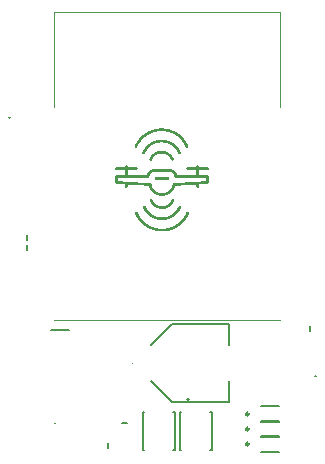
<source format=gto>
G04*
G04 #@! TF.GenerationSoftware,Altium Limited,Altium Designer,21.8.1 (53)*
G04*
G04 Layer_Color=65535*
%FSLAX43Y43*%
%MOMM*%
G71*
G04*
G04 #@! TF.SameCoordinates,52961A17-6BC2-4DDE-B822-5F8CA39096D4*
G04*
G04*
G04 #@! TF.FilePolarity,Positive*
G04*
G01*
G75*
%ADD10C,0.200*%
%ADD11C,0.050*%
%ADD12C,0.100*%
%ADD13C,0.240*%
%ADD14C,0.150*%
%ADD15C,0.127*%
G36*
X16444Y31686D02*
X16543D01*
Y31684D01*
X16549D01*
Y31686D01*
X16553D01*
Y31684D01*
X16564D01*
Y31681D01*
X16553D01*
Y31679D01*
X16566D01*
Y31677D01*
X16641D01*
Y31675D01*
X16685D01*
Y31673D01*
X16687D01*
Y31671D01*
X16685D01*
Y31669D01*
X16677D01*
Y31665D01*
X16685D01*
Y31663D01*
X16727D01*
Y31660D01*
X16763D01*
Y31658D01*
X16765D01*
Y31656D01*
X16763D01*
Y31654D01*
X16765D01*
Y31652D01*
X16811D01*
Y31650D01*
X16832D01*
Y31644D01*
X16830D01*
Y31639D01*
X16832D01*
Y31637D01*
X16857D01*
Y31635D01*
X16882D01*
Y31627D01*
X16918D01*
Y31625D01*
X16935D01*
Y31623D01*
X16937D01*
Y31621D01*
X16935D01*
Y31618D01*
X16943D01*
Y31616D01*
X16970D01*
Y31614D01*
X16991D01*
Y31612D01*
X16994D01*
Y31610D01*
X16985D01*
Y31608D01*
X16983D01*
Y31606D01*
X16985D01*
Y31604D01*
X16994D01*
Y31602D01*
X17006D01*
Y31600D01*
X17010D01*
Y31602D01*
X17017D01*
Y31600D01*
X17029D01*
Y31593D01*
X17031D01*
Y31591D01*
X17038D01*
Y31593D01*
X17040D01*
Y31591D01*
X17056D01*
Y31589D01*
X17063D01*
Y31591D01*
X17067D01*
Y31589D01*
X17071D01*
Y31583D01*
X17069D01*
Y31579D01*
X17077D01*
Y31577D01*
X17090D01*
Y31574D01*
X17107D01*
Y31570D01*
X17105D01*
Y31568D01*
X17113D01*
Y31566D01*
X17130D01*
Y31564D01*
X17140D01*
Y31558D01*
X17138D01*
Y31556D01*
X17140D01*
Y31551D01*
X17163D01*
Y31549D01*
X17174D01*
Y31543D01*
X17176D01*
Y31541D01*
X17199D01*
Y31539D01*
X17203D01*
Y31537D01*
X17201D01*
Y31532D01*
X17210D01*
Y31537D01*
X17208D01*
Y31539D01*
X17212D01*
Y31532D01*
X17216D01*
Y31530D01*
X17239D01*
Y31528D01*
X17241D01*
Y31522D01*
X17239D01*
Y31520D01*
X17241D01*
Y31518D01*
X17247D01*
Y31516D01*
X17262D01*
Y31514D01*
X17275D01*
Y31507D01*
X17277D01*
Y31505D01*
X17300D01*
Y31503D01*
X17302D01*
Y31493D01*
X17308D01*
Y31491D01*
X17325D01*
Y31488D01*
X17329D01*
Y31486D01*
X17327D01*
Y31482D01*
X17335D01*
Y31480D01*
X17348D01*
Y31478D01*
X17354D01*
Y31480D01*
X17359D01*
Y31478D01*
X17361D01*
Y31474D01*
X17359D01*
Y31467D01*
X17361D01*
Y31465D01*
X17373D01*
Y31463D01*
X17386D01*
Y31457D01*
X17388D01*
Y31455D01*
X17411D01*
Y31447D01*
X17419D01*
Y31444D01*
X17432D01*
Y31432D01*
X17436D01*
Y31430D01*
X17438D01*
Y31432D01*
X17445D01*
Y31430D01*
X17457D01*
Y31428D01*
X17459D01*
Y31426D01*
X17457D01*
Y31421D01*
X17472D01*
Y31419D01*
X17484D01*
Y31417D01*
X17491D01*
Y31419D01*
X17495D01*
Y31417D01*
X17497D01*
Y31415D01*
X17495D01*
Y31407D01*
X17497D01*
Y31405D01*
X17507D01*
Y31402D01*
X17510D01*
Y31396D01*
X17518D01*
Y31394D01*
X17533D01*
Y31381D01*
X17541D01*
Y31379D01*
X17556D01*
Y31377D01*
X17558D01*
Y31371D01*
X17566D01*
Y31369D01*
X17581D01*
Y31361D01*
X17591D01*
Y31358D01*
X17593D01*
Y31356D01*
X17602D01*
Y31354D01*
X17600D01*
Y31352D01*
X17598D01*
Y31354D01*
X17596D01*
Y31352D01*
X17593D01*
Y31348D01*
X17596D01*
Y31346D01*
X17604D01*
Y31344D01*
X17619D01*
Y31335D01*
X17627D01*
Y31333D01*
X17642D01*
Y31331D01*
X17644D01*
Y31329D01*
X17642D01*
Y31321D01*
X17644D01*
Y31319D01*
X17654D01*
Y31310D01*
X17661D01*
Y31312D01*
X17665D01*
Y31310D01*
X17669D01*
Y31308D01*
X17677D01*
Y31306D01*
X17679D01*
Y31302D01*
X17677D01*
Y31298D01*
X17679D01*
Y31295D01*
X17686D01*
Y31293D01*
X17692D01*
Y31291D01*
X17694D01*
Y31293D01*
X17702D01*
Y31285D01*
X17705D01*
Y31283D01*
X17709D01*
Y31285D01*
X17711D01*
Y31283D01*
X17713D01*
Y31281D01*
X17715D01*
Y31279D01*
X17713D01*
Y31277D01*
X17715D01*
Y31275D01*
X17730D01*
Y31272D01*
X17738D01*
Y31266D01*
X17736D01*
Y31262D01*
X17738D01*
Y31260D01*
X17740D01*
Y31258D01*
X17747D01*
Y31260D01*
X17751D01*
Y31258D01*
X17753D01*
Y31256D01*
X17755D01*
Y31254D01*
X17753D01*
Y31251D01*
X17755D01*
Y31249D01*
X17763D01*
Y31247D01*
X17765D01*
Y31245D01*
X17768D01*
Y31247D01*
X17772D01*
Y31241D01*
X17768D01*
Y31243D01*
X17765D01*
Y31237D01*
X17772D01*
Y31235D01*
X17776D01*
Y31233D01*
X17788D01*
Y31224D01*
X17799D01*
Y31222D01*
X17801D01*
Y31216D01*
X17799D01*
Y31212D01*
X17801D01*
Y31209D01*
X17814D01*
Y31207D01*
X17822D01*
Y31205D01*
X17824D01*
Y31203D01*
X17822D01*
Y31201D01*
X17824D01*
Y31199D01*
X17826D01*
Y31197D01*
X17833D01*
Y31199D01*
X17837D01*
Y31197D01*
X17839D01*
Y31189D01*
X17849D01*
Y31186D01*
X17851D01*
Y31180D01*
X17849D01*
Y31176D01*
X17851D01*
Y31174D01*
X17854D01*
Y31176D01*
X17858D01*
Y31174D01*
X17860D01*
Y31172D01*
X17872D01*
Y31165D01*
X17874D01*
Y31163D01*
X17883D01*
Y31161D01*
X17885D01*
Y31155D01*
X17883D01*
Y31151D01*
X17885D01*
Y31149D01*
X17900D01*
Y31140D01*
X17902D01*
Y31138D01*
X17910D01*
Y31136D01*
X17923D01*
Y31123D01*
X17925D01*
Y31121D01*
X17933D01*
Y31113D01*
X17935D01*
Y31111D01*
X17944D01*
Y31103D01*
X17948D01*
Y31100D01*
X17952D01*
Y31103D01*
X17958D01*
Y31090D01*
X17960D01*
Y31088D01*
X17969D01*
Y31086D01*
X17971D01*
Y31084D01*
X17969D01*
Y31079D01*
X17971D01*
Y31077D01*
X17986D01*
Y31063D01*
X17996D01*
Y31054D01*
X18009D01*
Y31052D01*
X18013D01*
Y31050D01*
X18019D01*
Y31044D01*
X18017D01*
Y31042D01*
X18019D01*
Y31038D01*
X18021D01*
Y31035D01*
X18026D01*
Y31038D01*
X18028D01*
Y31035D01*
X18030D01*
Y31027D01*
X18044D01*
Y31019D01*
X18046D01*
Y31017D01*
X18055D01*
Y31004D01*
X18057D01*
Y31002D01*
X18070D01*
Y30993D01*
X18072D01*
Y30991D01*
X18080D01*
Y30979D01*
X18082D01*
Y30977D01*
X18095D01*
Y30968D01*
X18097D01*
Y30966D01*
X18105D01*
Y30954D01*
X18107D01*
Y30952D01*
X18116D01*
Y30941D01*
X18130D01*
Y30933D01*
X18132D01*
Y30931D01*
X18141D01*
Y30916D01*
X18145D01*
Y30914D01*
X18147D01*
Y30916D01*
X18153D01*
Y30914D01*
X18156D01*
Y30907D01*
X18158D01*
Y30905D01*
X18164D01*
Y30903D01*
X18166D01*
Y30899D01*
X18164D01*
Y30895D01*
X18166D01*
Y30891D01*
X18168D01*
Y30889D01*
X18174D01*
Y30891D01*
X18179D01*
Y30889D01*
X18181D01*
Y30886D01*
X18179D01*
Y30884D01*
X18181D01*
Y30880D01*
X18183D01*
Y30878D01*
X18189D01*
Y30874D01*
X18187D01*
Y30876D01*
X18185D01*
Y30874D01*
X18183D01*
Y30868D01*
X18187D01*
Y30870D01*
X18189D01*
Y30868D01*
X18191D01*
Y30866D01*
X18193D01*
Y30857D01*
X18202D01*
Y30847D01*
X18216D01*
Y30832D01*
X18218D01*
Y30830D01*
X18223D01*
Y30832D01*
X18225D01*
Y30830D01*
X18227D01*
Y30821D01*
X18229D01*
Y30819D01*
X18235D01*
Y30821D01*
X18239D01*
Y30819D01*
X18242D01*
Y30805D01*
X18244D01*
Y30798D01*
X18250D01*
Y30796D01*
X18252D01*
Y30794D01*
X18254D01*
Y30782D01*
X18260D01*
Y30784D01*
X18265D01*
Y30782D01*
X18267D01*
Y30780D01*
X18269D01*
Y30771D01*
X18277D01*
Y30763D01*
X18279D01*
Y30761D01*
X18286D01*
Y30759D01*
X18288D01*
Y30746D01*
X18290D01*
Y30744D01*
X18294D01*
Y30746D01*
X18300D01*
Y30744D01*
X18302D01*
Y30735D01*
X18304D01*
Y30733D01*
X18311D01*
Y30721D01*
X18313D01*
Y30712D01*
X18315D01*
Y30710D01*
X18321D01*
Y30712D01*
X18325D01*
Y30710D01*
X18328D01*
Y30696D01*
X18336D01*
Y30694D01*
X18338D01*
Y30685D01*
X18340D01*
Y30683D01*
X18346D01*
Y30685D01*
X18351D01*
Y30677D01*
X18353D01*
Y30662D01*
X18355D01*
Y30660D01*
X18361D01*
Y30658D01*
X18363D01*
Y30649D01*
X18372D01*
Y30635D01*
X18374D01*
Y30626D01*
X18386D01*
Y30624D01*
X18388D01*
Y30610D01*
X18390D01*
Y30608D01*
X18397D01*
Y30599D01*
X18399D01*
Y30591D01*
X18401D01*
Y30589D01*
X18407D01*
Y30591D01*
X18409D01*
Y30589D01*
X18411D01*
Y30587D01*
X18414D01*
Y30582D01*
X18411D01*
Y30578D01*
X18414D01*
Y30574D01*
X18416D01*
Y30572D01*
X18422D01*
Y30570D01*
X18420D01*
Y30568D01*
X18422D01*
Y30563D01*
X18424D01*
Y30551D01*
X18426D01*
Y30549D01*
X18432D01*
Y30551D01*
X18435D01*
Y30549D01*
X18439D01*
Y30538D01*
X18441D01*
Y30536D01*
X18443D01*
Y30538D01*
X18445D01*
Y30536D01*
X18447D01*
Y30532D01*
X18445D01*
Y30528D01*
X18447D01*
Y30524D01*
X18449D01*
Y30515D01*
X18451D01*
Y30513D01*
X18453D01*
Y30515D01*
X18455D01*
Y30513D01*
X18458D01*
Y30505D01*
X18460D01*
Y30503D01*
X18462D01*
Y30501D01*
X18466D01*
Y30503D01*
X18472D01*
Y30496D01*
X18470D01*
Y30492D01*
X18472D01*
Y30488D01*
X18474D01*
Y30477D01*
X18483D01*
Y30469D01*
X18481D01*
Y30467D01*
X18483D01*
Y30463D01*
X18485D01*
Y30452D01*
X18491D01*
Y30454D01*
X18495D01*
Y30452D01*
X18497D01*
Y30440D01*
X18500D01*
Y30429D01*
X18508D01*
Y30419D01*
X18510D01*
Y30417D01*
X18512D01*
Y30415D01*
X18516D01*
Y30417D01*
X18523D01*
Y30410D01*
X18521D01*
Y30406D01*
X18523D01*
Y30402D01*
X18525D01*
Y30394D01*
X18527D01*
Y30391D01*
X18529D01*
Y30394D01*
X18531D01*
Y30391D01*
X18533D01*
Y30377D01*
X18535D01*
Y30368D01*
X18544D01*
Y30352D01*
X18546D01*
Y30343D01*
X18558D01*
Y30333D01*
X18560D01*
Y30318D01*
X18567D01*
Y30316D01*
X18569D01*
Y30293D01*
X18571D01*
Y30285D01*
X18573D01*
Y30282D01*
X18575D01*
Y30285D01*
X18579D01*
Y30287D01*
X18577D01*
Y30291D01*
X18581D01*
Y30282D01*
X18583D01*
Y30268D01*
X18586D01*
Y30257D01*
X18594D01*
Y30247D01*
X18596D01*
Y30232D01*
X18602D01*
Y30234D01*
X18607D01*
Y30232D01*
X18609D01*
Y30222D01*
X18611D01*
Y30207D01*
X18619D01*
Y30184D01*
X18621D01*
Y30180D01*
X18627D01*
Y30171D01*
X18630D01*
Y30148D01*
X18632D01*
Y30144D01*
X18636D01*
Y30146D01*
X18642D01*
Y30138D01*
X18644D01*
Y30087D01*
X18642D01*
Y30085D01*
X18638D01*
Y30087D01*
X18632D01*
Y30085D01*
X18630D01*
Y30062D01*
X18627D01*
Y30060D01*
X18619D01*
Y30050D01*
X18617D01*
Y30043D01*
X18619D01*
Y30039D01*
X18617D01*
Y30037D01*
X18609D01*
Y30029D01*
X18607D01*
Y30027D01*
X18602D01*
Y30029D01*
X18596D01*
Y30027D01*
X18594D01*
Y30024D01*
X18586D01*
Y30018D01*
X18592D01*
Y30014D01*
X18586D01*
Y30012D01*
X18569D01*
Y30010D01*
X18560D01*
Y30003D01*
X18558D01*
Y30001D01*
X18502D01*
Y30003D01*
X18497D01*
Y30008D01*
X18500D01*
Y30010D01*
X18483D01*
Y30012D01*
X18460D01*
Y30024D01*
X18458D01*
Y30027D01*
X18449D01*
Y30035D01*
X18447D01*
Y30037D01*
X18439D01*
Y30052D01*
X18435D01*
Y30054D01*
X18430D01*
Y30052D01*
X18426D01*
Y30054D01*
X18424D01*
Y30056D01*
X18426D01*
Y30060D01*
X18424D01*
Y30064D01*
X18422D01*
Y30066D01*
X18424D01*
Y30075D01*
X18422D01*
Y30077D01*
X18416D01*
Y30085D01*
X18414D01*
Y30098D01*
X18411D01*
Y30100D01*
X18409D01*
Y30102D01*
X18411D01*
Y30110D01*
X18405D01*
Y30102D01*
X18407D01*
Y30100D01*
X18405D01*
Y30098D01*
X18401D01*
Y30110D01*
X18399D01*
Y30123D01*
X18397D01*
Y30125D01*
X18393D01*
Y30123D01*
X18390D01*
Y30129D01*
X18397D01*
Y30136D01*
X18395D01*
Y30133D01*
X18390D01*
Y30136D01*
X18388D01*
Y30148D01*
X18386D01*
Y30150D01*
X18384D01*
Y30154D01*
X18386D01*
Y30161D01*
X18380D01*
Y30154D01*
X18382D01*
Y30150D01*
X18380D01*
Y30148D01*
X18376D01*
Y30161D01*
X18374D01*
Y30171D01*
X18372D01*
Y30173D01*
X18365D01*
Y30182D01*
X18363D01*
Y30199D01*
X18355D01*
Y30209D01*
X18353D01*
Y30226D01*
X18351D01*
Y30228D01*
X18353D01*
Y30230D01*
X18351D01*
Y30232D01*
X18344D01*
Y30230D01*
X18340D01*
Y30234D01*
X18338D01*
Y30249D01*
X18336D01*
Y30253D01*
X18338D01*
Y30255D01*
X18336D01*
Y30257D01*
X18330D01*
Y30259D01*
X18328D01*
Y30272D01*
X18325D01*
Y30274D01*
X18328D01*
Y30280D01*
X18325D01*
Y30282D01*
X18319D01*
Y30280D01*
X18317D01*
Y30282D01*
X18315D01*
Y30285D01*
X18313D01*
Y30295D01*
X18311D01*
Y30301D01*
X18313D01*
Y30305D01*
X18311D01*
Y30308D01*
X18304D01*
Y30310D01*
X18302D01*
Y30318D01*
X18300D01*
Y30320D01*
X18294D01*
Y30318D01*
X18292D01*
Y30320D01*
X18290D01*
Y30333D01*
X18288D01*
Y30343D01*
X18279D01*
Y30352D01*
X18277D01*
Y30356D01*
X18275D01*
Y30360D01*
X18277D01*
Y30366D01*
X18275D01*
Y30368D01*
X18273D01*
Y30366D01*
X18271D01*
Y30368D01*
X18269D01*
Y30377D01*
X18267D01*
Y30381D01*
X18258D01*
Y30379D01*
X18256D01*
Y30381D01*
X18254D01*
Y30387D01*
X18256D01*
Y30389D01*
X18254D01*
Y30394D01*
X18252D01*
Y30404D01*
X18244D01*
Y30419D01*
X18242D01*
Y30427D01*
X18239D01*
Y30429D01*
X18235D01*
Y30427D01*
X18229D01*
Y30429D01*
X18227D01*
Y30440D01*
X18218D01*
Y30454D01*
X18216D01*
Y30463D01*
X18214D01*
Y30465D01*
X18208D01*
Y30463D01*
X18206D01*
Y30465D01*
X18204D01*
Y30467D01*
X18202D01*
Y30471D01*
X18204D01*
Y30475D01*
X18202D01*
Y30480D01*
X18193D01*
Y30490D01*
X18191D01*
Y30503D01*
X18185D01*
Y30505D01*
X18183D01*
Y30507D01*
X18181D01*
Y30509D01*
X18183D01*
Y30513D01*
X18181D01*
Y30515D01*
X18168D01*
Y30524D01*
X18166D01*
Y30526D01*
X18164D01*
Y30528D01*
X18162D01*
Y30526D01*
X18160D01*
Y30528D01*
X18158D01*
Y30530D01*
X18160D01*
Y30532D01*
X18162D01*
Y30530D01*
X18164D01*
Y30532D01*
X18166D01*
Y30536D01*
X18164D01*
Y30538D01*
X18162D01*
Y30536D01*
X18160D01*
Y30538D01*
X18158D01*
Y30540D01*
X18156D01*
Y30549D01*
X18143D01*
Y30553D01*
X18141D01*
Y30555D01*
X18143D01*
Y30563D01*
X18141D01*
Y30566D01*
X18132D01*
Y30576D01*
X18130D01*
Y30578D01*
X18128D01*
Y30580D01*
X18130D01*
Y30589D01*
X18122D01*
Y30587D01*
X18120D01*
Y30589D01*
X18118D01*
Y30591D01*
X18116D01*
Y30599D01*
X18114D01*
Y30601D01*
X18111D01*
Y30599D01*
X18109D01*
Y30601D01*
X18107D01*
Y30610D01*
X18105D01*
Y30612D01*
X18097D01*
Y30618D01*
X18099D01*
Y30622D01*
X18097D01*
Y30626D01*
X18095D01*
Y30633D01*
X18093D01*
Y30635D01*
X18088D01*
Y30633D01*
X18086D01*
Y30631D01*
X18088D01*
Y30628D01*
X18086D01*
Y30626D01*
X18084D01*
Y30635D01*
X18082D01*
Y30637D01*
X18080D01*
Y30649D01*
X18072D01*
Y30652D01*
X18070D01*
Y30660D01*
X18057D01*
Y30664D01*
X18055D01*
Y30666D01*
X18057D01*
Y30675D01*
X18049D01*
Y30677D01*
X18046D01*
Y30685D01*
X18044D01*
Y30687D01*
X18036D01*
Y30685D01*
X18034D01*
Y30687D01*
X18032D01*
Y30696D01*
X18023D01*
Y30698D01*
X18021D01*
Y30710D01*
X18019D01*
Y30712D01*
X18011D01*
Y30717D01*
X18013D01*
Y30719D01*
X18011D01*
Y30721D01*
X18009D01*
Y30723D01*
X17998D01*
Y30725D01*
X17996D01*
Y30727D01*
X17998D01*
Y30733D01*
X17996D01*
Y30738D01*
X17994D01*
Y30744D01*
X17988D01*
Y30746D01*
X17986D01*
Y30748D01*
X17984D01*
Y30754D01*
X17986D01*
Y30756D01*
X17984D01*
Y30761D01*
X17977D01*
Y30759D01*
X17973D01*
Y30761D01*
X17971D01*
Y30763D01*
X17969D01*
Y30767D01*
X17971D01*
Y30769D01*
X17969D01*
Y30771D01*
X17960D01*
Y30780D01*
X17958D01*
Y30782D01*
X17946D01*
Y30794D01*
X17944D01*
Y30796D01*
X17935D01*
Y30805D01*
X17933D01*
Y30807D01*
X17925D01*
Y30821D01*
X17910D01*
Y30830D01*
X17908D01*
Y30832D01*
X17900D01*
Y30847D01*
X17885D01*
Y30849D01*
X17883D01*
Y30851D01*
X17885D01*
Y30855D01*
X17877D01*
Y30857D01*
X17874D01*
Y30859D01*
X17872D01*
Y30861D01*
X17874D01*
Y30866D01*
X17860D01*
Y30868D01*
X17858D01*
Y30876D01*
X17860D01*
Y30878D01*
X17858D01*
Y30880D01*
X17851D01*
Y30882D01*
X17849D01*
Y30884D01*
X17841D01*
Y30891D01*
X17839D01*
Y30893D01*
X17837D01*
Y30895D01*
X17833D01*
Y30893D01*
X17826D01*
Y30905D01*
X17824D01*
Y30907D01*
X17816D01*
Y30916D01*
X17814D01*
Y30918D01*
X17801D01*
Y30920D01*
X17799D01*
Y30922D01*
X17801D01*
Y30931D01*
X17799D01*
Y30933D01*
X17791D01*
Y30935D01*
X17788D01*
Y30937D01*
X17791D01*
Y30941D01*
X17786D01*
Y30943D01*
X17780D01*
Y30941D01*
X17778D01*
Y30943D01*
X17774D01*
Y30952D01*
X17765D01*
Y30954D01*
X17763D01*
Y30956D01*
X17761D01*
Y30960D01*
X17763D01*
Y30964D01*
X17761D01*
Y30966D01*
X17753D01*
Y30968D01*
X17740D01*
Y30977D01*
X17736D01*
Y30979D01*
X17734D01*
Y30977D01*
X17732D01*
Y30979D01*
X17728D01*
Y30985D01*
X17730D01*
Y30989D01*
X17728D01*
Y30991D01*
X17715D01*
Y30993D01*
X17713D01*
Y31000D01*
X17711D01*
Y31002D01*
X17702D01*
Y31004D01*
X17700D01*
Y31006D01*
X17696D01*
Y31004D01*
X17690D01*
Y31010D01*
X17692D01*
Y31014D01*
X17690D01*
Y31017D01*
X17688D01*
Y31019D01*
X17679D01*
Y31027D01*
X17677D01*
Y31029D01*
X17669D01*
Y31035D01*
X17667D01*
Y31038D01*
X17654D01*
Y31040D01*
X17646D01*
Y31046D01*
X17648D01*
Y31044D01*
X17652D01*
Y31050D01*
X17646D01*
Y31052D01*
X17642D01*
Y31054D01*
X17629D01*
Y31063D01*
X17619D01*
Y31065D01*
X17614D01*
Y31067D01*
X17612D01*
Y31065D01*
X17604D01*
Y31069D01*
X17606D01*
Y31071D01*
X17610D01*
Y31069D01*
X17614D01*
Y31071D01*
X17617D01*
Y31075D01*
X17608D01*
Y31073D01*
X17606D01*
Y31075D01*
X17604D01*
Y31077D01*
X17602D01*
Y31079D01*
X17598D01*
Y31077D01*
X17596D01*
Y31079D01*
X17593D01*
Y31086D01*
X17591D01*
Y31088D01*
X17583D01*
Y31090D01*
X17568D01*
Y31096D01*
X17570D01*
Y31100D01*
X17568D01*
Y31103D01*
X17560D01*
Y31105D01*
X17556D01*
Y31113D01*
X17549D01*
Y31111D01*
X17545D01*
Y31113D01*
X17541D01*
Y31115D01*
X17533D01*
Y31123D01*
X17518D01*
Y31126D01*
X17510D01*
Y31132D01*
X17512D01*
Y31130D01*
X17516D01*
Y31136D01*
X17510D01*
Y31138D01*
X17499D01*
Y31140D01*
X17497D01*
Y31147D01*
X17495D01*
Y31149D01*
X17489D01*
Y31147D01*
X17486D01*
Y31149D01*
X17474D01*
Y31151D01*
X17472D01*
Y31157D01*
X17474D01*
Y31159D01*
X17472D01*
Y31163D01*
X17457D01*
Y31165D01*
X17449D01*
Y31172D01*
X17447D01*
Y31174D01*
X17432D01*
Y31176D01*
X17430D01*
Y31180D01*
X17432D01*
Y31186D01*
X17424D01*
Y31189D01*
X17413D01*
Y31191D01*
X17411D01*
Y31197D01*
X17407D01*
Y31199D01*
X17405D01*
Y31197D01*
X17398D01*
Y31199D01*
X17388D01*
Y31201D01*
X17386D01*
Y31207D01*
X17373D01*
Y31209D01*
X17361D01*
Y31212D01*
X17359D01*
Y31216D01*
X17361D01*
Y31222D01*
X17348D01*
Y31224D01*
X17338D01*
Y31226D01*
X17333D01*
Y31228D01*
X17335D01*
Y31233D01*
X17327D01*
Y31235D01*
X17310D01*
Y31237D01*
X17302D01*
Y31241D01*
X17304D01*
Y31243D01*
X17306D01*
Y31241D01*
X17308D01*
Y31243D01*
X17310D01*
Y31245D01*
X17304D01*
Y31247D01*
X17302D01*
Y31249D01*
X17285D01*
Y31251D01*
X17277D01*
Y31254D01*
X17279D01*
Y31258D01*
X17277D01*
Y31260D01*
X17260D01*
Y31262D01*
X17252D01*
Y31266D01*
X17260D01*
Y31270D01*
X17258D01*
Y31272D01*
X17256D01*
Y31270D01*
X17254D01*
Y31272D01*
X17252D01*
Y31275D01*
X17239D01*
Y31277D01*
X17226D01*
Y31283D01*
X17224D01*
Y31285D01*
X17201D01*
Y31287D01*
X17199D01*
Y31293D01*
X17191D01*
Y31295D01*
X17174D01*
Y31298D01*
X17166D01*
Y31300D01*
X17168D01*
Y31302D01*
X17174D01*
Y31308D01*
X17163D01*
Y31310D01*
X17140D01*
Y31319D01*
X17130D01*
Y31321D01*
X17113D01*
Y31323D01*
X17105D01*
Y31325D01*
X17107D01*
Y31327D01*
X17113D01*
Y31331D01*
X17107D01*
Y31333D01*
X17103D01*
Y31335D01*
X17080D01*
Y31337D01*
X17071D01*
Y31340D01*
X17077D01*
Y31344D01*
X17073D01*
Y31342D01*
X17071D01*
Y31344D01*
X17054D01*
Y31346D01*
X17029D01*
Y31358D01*
X17021D01*
Y31361D01*
X17002D01*
Y31363D01*
X16994D01*
Y31369D01*
X16983D01*
Y31371D01*
X16958D01*
Y31373D01*
X16956D01*
Y31375D01*
X16958D01*
Y31377D01*
X16956D01*
Y31379D01*
X16950D01*
Y31377D01*
X16947D01*
Y31379D01*
X16933D01*
Y31381D01*
X16908D01*
Y31388D01*
X16910D01*
Y31392D01*
X16908D01*
Y31394D01*
X16897D01*
Y31396D01*
X16859D01*
Y31398D01*
X16857D01*
Y31400D01*
X16859D01*
Y31402D01*
X16857D01*
Y31405D01*
X16832D01*
Y31407D01*
X16811D01*
Y31409D01*
X16799D01*
Y31411D01*
X16801D01*
Y31413D01*
X16805D01*
Y31411D01*
X16811D01*
Y31413D01*
X16813D01*
Y31417D01*
X16811D01*
Y31419D01*
X16803D01*
Y31417D01*
X16801D01*
Y31419D01*
X16786D01*
Y31421D01*
X16778D01*
Y31419D01*
X16775D01*
Y31421D01*
X16738D01*
Y31423D01*
X16736D01*
Y31430D01*
X16687D01*
Y31432D01*
X16652D01*
Y31434D01*
X16643D01*
Y31436D01*
X16650D01*
Y31438D01*
X16654D01*
Y31442D01*
X16650D01*
Y31444D01*
X16616D01*
Y31447D01*
X16541D01*
Y31449D01*
X16538D01*
Y31455D01*
X16534D01*
Y31453D01*
X16532D01*
Y31455D01*
X16446D01*
Y31457D01*
X16247D01*
Y31455D01*
X16150D01*
Y31453D01*
X16138D01*
Y31451D01*
X16142D01*
Y31449D01*
X16138D01*
Y31447D01*
X16077D01*
Y31444D01*
X16029D01*
Y31442D01*
X16025D01*
Y31440D01*
X16027D01*
Y31438D01*
X16029D01*
Y31436D01*
X16041D01*
Y31434D01*
X16029D01*
Y31432D01*
X15991D01*
Y31430D01*
X15955D01*
Y31421D01*
X15949D01*
Y31423D01*
X15945D01*
Y31421D01*
X15907D01*
Y31419D01*
X15882D01*
Y31417D01*
X15880D01*
Y31413D01*
X15882D01*
Y31411D01*
X15884D01*
Y31409D01*
X15882D01*
Y31407D01*
X15857D01*
Y31405D01*
X15832D01*
Y31396D01*
X15809D01*
Y31394D01*
X15802D01*
Y31396D01*
X15798D01*
Y31394D01*
X15785D01*
Y31386D01*
X15788D01*
Y31384D01*
X15785D01*
Y31381D01*
X15762D01*
Y31379D01*
X15743D01*
Y31373D01*
X15737D01*
Y31371D01*
X15723D01*
Y31369D01*
X15718D01*
Y31371D01*
X15712D01*
Y31369D01*
X15702D01*
Y31367D01*
X15699D01*
Y31365D01*
X15702D01*
Y31363D01*
X15699D01*
Y31361D01*
X15674D01*
Y31358D01*
X15660D01*
Y31356D01*
X15658D01*
Y31352D01*
X15660D01*
Y31348D01*
X15658D01*
Y31346D01*
X15639D01*
Y31344D01*
X15616D01*
Y31340D01*
X15618D01*
Y31337D01*
X15616D01*
Y31335D01*
X15590D01*
Y31333D01*
X15586D01*
Y31331D01*
X15582D01*
Y31333D01*
X15576D01*
Y31327D01*
X15578D01*
Y31325D01*
X15580D01*
Y31327D01*
X15588D01*
Y31323D01*
X15576D01*
Y31321D01*
X15563D01*
Y31319D01*
X15553D01*
Y31314D01*
X15555D01*
Y31312D01*
X15553D01*
Y31310D01*
X15546D01*
Y31312D01*
X15542D01*
Y31310D01*
X15530D01*
Y31308D01*
X15525D01*
Y31306D01*
X15523D01*
Y31308D01*
X15515D01*
Y31302D01*
X15517D01*
Y31300D01*
X15521D01*
Y31302D01*
X15527D01*
Y31298D01*
X15515D01*
Y31295D01*
X15504D01*
Y31293D01*
X15490D01*
Y31287D01*
X15488D01*
Y31285D01*
X15471D01*
Y31283D01*
X15469D01*
Y31277D01*
X15467D01*
Y31275D01*
X15460D01*
Y31277D01*
X15456D01*
Y31275D01*
X15444D01*
Y31272D01*
X15441D01*
Y31262D01*
X15439D01*
Y31260D01*
X15437D01*
Y31262D01*
X15431D01*
Y31260D01*
X15418D01*
Y31258D01*
X15416D01*
Y31251D01*
X15404D01*
Y31249D01*
X15393D01*
Y31247D01*
X15391D01*
Y31237D01*
X15385D01*
Y31235D01*
X15368D01*
Y31233D01*
X15366D01*
Y31226D01*
X15358D01*
Y31224D01*
X15343D01*
Y31222D01*
X15334D01*
Y31216D01*
X15341D01*
Y31212D01*
X15334D01*
Y31209D01*
X15318D01*
Y31207D01*
X15316D01*
Y31201D01*
X15309D01*
Y31199D01*
X15297D01*
Y31197D01*
X15295D01*
Y31191D01*
X15288D01*
Y31193D01*
X15290D01*
Y31197D01*
X15284D01*
Y31193D01*
X15286D01*
Y31191D01*
X15282D01*
Y31189D01*
X15272D01*
Y31176D01*
X15259D01*
Y31174D01*
X15246D01*
Y31165D01*
X15232D01*
Y31163D01*
X15223D01*
Y31161D01*
X15221D01*
Y31155D01*
X15223D01*
Y31153D01*
X15221D01*
Y31151D01*
X15219D01*
Y31149D01*
X15198D01*
Y31147D01*
X15196D01*
Y31138D01*
X15183D01*
Y31136D01*
X15179D01*
Y31138D01*
X15173D01*
Y31126D01*
X15171D01*
Y31123D01*
X15160D01*
Y31115D01*
X15148D01*
Y31113D01*
X15137D01*
Y31105D01*
X15135D01*
Y31103D01*
X15125D01*
Y31090D01*
X15112D01*
Y31088D01*
X15102D01*
Y31079D01*
X15100D01*
Y31077D01*
X15085D01*
Y31065D01*
X15077D01*
Y31063D01*
X15074D01*
Y31061D01*
X15072D01*
Y31058D01*
X15074D01*
Y31056D01*
X15072D01*
Y31054D01*
X15068D01*
Y31061D01*
X15062D01*
Y31058D01*
X15064D01*
Y31054D01*
X15060D01*
Y31052D01*
X15051D01*
Y31040D01*
X15049D01*
Y31038D01*
X15039D01*
Y31029D01*
X15026D01*
Y31027D01*
X15016D01*
Y31019D01*
X15014D01*
Y31017D01*
X15009D01*
Y31019D01*
X15003D01*
Y31017D01*
X14999D01*
Y31008D01*
X15001D01*
Y31006D01*
X14999D01*
Y31004D01*
X14991D01*
Y31002D01*
X14988D01*
Y31000D01*
X14986D01*
Y30998D01*
X14988D01*
Y30996D01*
X14986D01*
Y30993D01*
X14984D01*
Y30996D01*
X14982D01*
Y30998D01*
X14984D01*
Y31000D01*
X14982D01*
Y31002D01*
X14978D01*
Y30993D01*
X14974D01*
Y30991D01*
X14965D01*
Y30983D01*
X14967D01*
Y30981D01*
X14965D01*
Y30979D01*
X14963D01*
Y30977D01*
X14955D01*
Y30968D01*
X14942D01*
Y30966D01*
X14938D01*
Y30958D01*
X14940D01*
Y30956D01*
X14938D01*
Y30954D01*
X14930D01*
Y30952D01*
X14928D01*
Y30949D01*
X14925D01*
Y30947D01*
X14928D01*
Y30945D01*
X14923D01*
Y30952D01*
X14917D01*
Y30943D01*
X14913D01*
Y30941D01*
X14905D01*
Y30933D01*
X14892D01*
Y30931D01*
X14890D01*
Y30918D01*
X14879D01*
Y30910D01*
X14877D01*
Y30907D01*
X14869D01*
Y30905D01*
X14867D01*
Y30899D01*
X14869D01*
Y30895D01*
X14867D01*
Y30893D01*
X14860D01*
Y30895D01*
X14858D01*
Y30893D01*
X14854D01*
Y30891D01*
X14852D01*
Y30884D01*
X14846D01*
Y30882D01*
X14844D01*
Y30880D01*
X14842D01*
Y30868D01*
X14837D01*
Y30870D01*
X14831D01*
Y30868D01*
X14829D01*
Y30866D01*
X14821D01*
Y30857D01*
X14816D01*
Y30855D01*
X14810D01*
Y30849D01*
X14808D01*
Y30847D01*
X14795D01*
Y30845D01*
X14793D01*
Y30838D01*
X14795D01*
Y30834D01*
X14793D01*
Y30832D01*
X14785D01*
Y30824D01*
X14783D01*
Y30821D01*
X14770D01*
Y30819D01*
X14768D01*
Y30813D01*
X14770D01*
Y30809D01*
X14768D01*
Y30807D01*
X14760D01*
Y30798D01*
X14758D01*
Y30796D01*
X14745D01*
Y30794D01*
X14743D01*
Y30782D01*
X14735D01*
Y30773D01*
X14733D01*
Y30771D01*
X14724D01*
Y30763D01*
X14722D01*
Y30761D01*
X14720D01*
Y30759D01*
X14716D01*
Y30761D01*
X14712D01*
Y30759D01*
X14709D01*
Y30746D01*
X14707D01*
Y30744D01*
X14699D01*
Y30742D01*
X14701D01*
Y30738D01*
X14699D01*
Y30735D01*
X14697D01*
Y30733D01*
X14695D01*
Y30731D01*
X14693D01*
Y30733D01*
X14684D01*
Y30729D01*
X14686D01*
Y30723D01*
X14684D01*
Y30721D01*
X14682D01*
Y30712D01*
X14674D01*
Y30710D01*
X14672D01*
Y30698D01*
X14670D01*
Y30696D01*
X14667D01*
Y30698D01*
X14659D01*
Y30696D01*
X14657D01*
Y30687D01*
X14655D01*
Y30685D01*
X14653D01*
Y30687D01*
X14649D01*
Y30685D01*
X14647D01*
Y30677D01*
X14640D01*
Y30675D01*
X14638D01*
Y30662D01*
X14636D01*
Y30660D01*
X14623D01*
Y30652D01*
X14621D01*
Y30647D01*
X14615D01*
Y30641D01*
X14617D01*
Y30643D01*
X14619D01*
Y30641D01*
X14621D01*
Y30639D01*
X14619D01*
Y30637D01*
X14617D01*
Y30639D01*
X14615D01*
Y30637D01*
X14613D01*
Y30633D01*
X14611D01*
Y30631D01*
X14613D01*
Y30628D01*
X14611D01*
Y30624D01*
X14607D01*
Y30626D01*
X14600D01*
Y30624D01*
X14598D01*
Y30612D01*
X14596D01*
Y30610D01*
X14588D01*
Y30599D01*
X14586D01*
Y30597D01*
X14582D01*
Y30599D01*
X14575D01*
Y30597D01*
X14573D01*
Y30595D01*
X14575D01*
Y30593D01*
X14573D01*
Y30591D01*
X14571D01*
Y30587D01*
X14565D01*
Y30582D01*
X14571D01*
Y30576D01*
X14567D01*
Y30578D01*
X14565D01*
Y30576D01*
X14563D01*
Y30574D01*
X14561D01*
Y30566D01*
X14552D01*
Y30551D01*
X14550D01*
Y30549D01*
X14546D01*
Y30551D01*
X14540D01*
Y30549D01*
X14537D01*
Y30540D01*
X14535D01*
Y30538D01*
X14527D01*
Y30530D01*
X14529D01*
Y30528D01*
X14527D01*
Y30524D01*
X14525D01*
Y30515D01*
X14519D01*
Y30517D01*
X14514D01*
Y30515D01*
X14512D01*
Y30507D01*
X14510D01*
Y30505D01*
X14504D01*
Y30503D01*
X14502D01*
Y30490D01*
X14500D01*
Y30488D01*
X14489D01*
Y30482D01*
X14487D01*
Y30477D01*
X14485D01*
Y30465D01*
X14479D01*
Y30463D01*
X14477D01*
Y30454D01*
X14475D01*
Y30450D01*
X14472D01*
Y30452D01*
X14468D01*
Y30446D01*
X14475D01*
Y30442D01*
X14468D01*
Y30440D01*
X14466D01*
Y30429D01*
X14464D01*
Y30427D01*
X14458D01*
Y30429D01*
X14456D01*
Y30427D01*
X14454D01*
Y30421D01*
X14451D01*
Y30417D01*
X14449D01*
Y30410D01*
X14451D01*
Y30406D01*
X14449D01*
Y30404D01*
X14443D01*
Y30402D01*
X14441D01*
Y30394D01*
X14439D01*
Y30389D01*
X14435D01*
Y30391D01*
X14428D01*
Y30385D01*
X14430D01*
Y30381D01*
X14428D01*
Y30379D01*
X14426D01*
Y30371D01*
X14424D01*
Y30368D01*
X14418D01*
Y30366D01*
X14416D01*
Y30360D01*
X14418D01*
Y30356D01*
X14416D01*
Y30352D01*
X14414D01*
Y30347D01*
X14416D01*
Y30345D01*
X14414D01*
Y30343D01*
X14410D01*
Y30345D01*
X14403D01*
Y30343D01*
X14401D01*
Y30333D01*
X14399D01*
Y30331D01*
X14397D01*
Y30333D01*
X14393D01*
Y30318D01*
X14391D01*
Y30308D01*
X14382D01*
Y30293D01*
X14380D01*
Y30282D01*
X14374D01*
Y30285D01*
X14370D01*
Y30282D01*
X14368D01*
Y30280D01*
X14365D01*
Y30274D01*
X14368D01*
Y30270D01*
X14365D01*
Y30259D01*
X14363D01*
Y30257D01*
X14357D01*
Y30249D01*
X14355D01*
Y30234D01*
X14353D01*
Y30232D01*
X14349D01*
Y30234D01*
X14344D01*
Y30232D01*
X14342D01*
Y30230D01*
X14340D01*
Y30228D01*
X14342D01*
Y30226D01*
X14340D01*
Y30209D01*
X14338D01*
Y30207D01*
X14332D01*
Y30199D01*
X14330D01*
Y30182D01*
X14321D01*
Y30184D01*
X14319D01*
Y30182D01*
X14317D01*
Y30180D01*
X14315D01*
Y30163D01*
X14313D01*
Y30161D01*
X14307D01*
Y30148D01*
X14305D01*
Y30136D01*
X14296D01*
Y30113D01*
X14294D01*
Y30098D01*
X14288D01*
Y30100D01*
X14284D01*
Y30098D01*
X14282D01*
Y30087D01*
X14279D01*
Y30077D01*
X14271D01*
Y30062D01*
X14269D01*
Y30054D01*
X14267D01*
Y30052D01*
X14265D01*
Y30054D01*
X14261D01*
Y30056D01*
X14263D01*
Y30060D01*
X14259D01*
Y30054D01*
X14256D01*
Y30050D01*
X14254D01*
Y30037D01*
X14246D01*
Y30035D01*
X14244D01*
Y30027D01*
X14231D01*
Y30024D01*
X14229D01*
Y30012D01*
X14212D01*
Y30010D01*
X14196D01*
Y30006D01*
X14198D01*
Y30003D01*
X14193D01*
Y30001D01*
X14137D01*
Y30003D01*
X14133D01*
Y30006D01*
X14135D01*
Y30010D01*
X14124D01*
Y30012D01*
X14110D01*
Y30014D01*
X14107D01*
Y30018D01*
X14110D01*
Y30024D01*
X14101D01*
Y30027D01*
X14097D01*
Y30029D01*
X14095D01*
Y30031D01*
X14097D01*
Y30035D01*
X14093D01*
Y30029D01*
X14091D01*
Y30027D01*
X14089D01*
Y30029D01*
X14087D01*
Y30035D01*
X14084D01*
Y30039D01*
X14082D01*
Y30043D01*
X14084D01*
Y30048D01*
X14082D01*
Y30050D01*
X14076D01*
Y30052D01*
X14074D01*
Y30062D01*
X14061D01*
Y30075D01*
X14059D01*
Y30087D01*
X14057D01*
Y30098D01*
X14055D01*
Y30096D01*
X14051D01*
Y30146D01*
X14059D01*
Y30171D01*
X14061D01*
Y30182D01*
X14074D01*
Y30205D01*
X14076D01*
Y30209D01*
X14082D01*
Y30211D01*
X14084D01*
Y30213D01*
X14082D01*
Y30219D01*
X14084D01*
Y30232D01*
X14087D01*
Y30234D01*
X14093D01*
Y30232D01*
X14095D01*
Y30234D01*
X14099D01*
Y30240D01*
X14097D01*
Y30245D01*
X14099D01*
Y30257D01*
X14101D01*
Y30259D01*
X14107D01*
Y30266D01*
X14110D01*
Y30280D01*
X14112D01*
Y30285D01*
X14116D01*
Y30282D01*
X14122D01*
Y30285D01*
X14124D01*
Y30289D01*
X14122D01*
Y30291D01*
X14124D01*
Y30305D01*
X14126D01*
Y30310D01*
X14133D01*
Y30316D01*
X14135D01*
Y30333D01*
X14137D01*
Y30341D01*
X14143D01*
Y30343D01*
X14145D01*
Y30356D01*
X14147D01*
Y30362D01*
X14145D01*
Y30364D01*
X14147D01*
Y30368D01*
X14152D01*
Y30366D01*
X14158D01*
Y30368D01*
X14160D01*
Y30379D01*
X14162D01*
Y30391D01*
X14168D01*
Y30394D01*
X14170D01*
Y30404D01*
X14173D01*
Y30406D01*
X14177D01*
Y30404D01*
X14183D01*
Y30417D01*
X14185D01*
Y30427D01*
X14187D01*
Y30429D01*
X14191D01*
Y30427D01*
X14193D01*
Y30429D01*
X14196D01*
Y30442D01*
X14198D01*
Y30446D01*
X14196D01*
Y30452D01*
X14208D01*
Y30454D01*
X14210D01*
Y30465D01*
X14212D01*
Y30477D01*
X14221D01*
Y30490D01*
X14229D01*
Y30505D01*
X14231D01*
Y30513D01*
X14233D01*
Y30515D01*
X14238D01*
Y30513D01*
X14244D01*
Y30515D01*
X14246D01*
Y30526D01*
X14248D01*
Y30538D01*
X14252D01*
Y30536D01*
X14254D01*
Y30538D01*
X14256D01*
Y30549D01*
X14269D01*
Y30551D01*
X14271D01*
Y30559D01*
X14269D01*
Y30561D01*
X14271D01*
Y30566D01*
X14273D01*
Y30572D01*
X14279D01*
Y30574D01*
X14282D01*
Y30589D01*
X14284D01*
Y30591D01*
X14288D01*
Y30589D01*
X14294D01*
Y30591D01*
X14296D01*
Y30601D01*
X14298D01*
Y30608D01*
X14305D01*
Y30610D01*
X14307D01*
Y30624D01*
X14315D01*
Y30633D01*
X14317D01*
Y30647D01*
X14319D01*
Y30649D01*
X14324D01*
Y30647D01*
X14328D01*
Y30649D01*
X14332D01*
Y30660D01*
X14340D01*
Y30675D01*
X14342D01*
Y30677D01*
X14344D01*
Y30683D01*
X14349D01*
Y30681D01*
X14347D01*
Y30677D01*
X14355D01*
Y30685D01*
X14357D01*
Y30694D01*
X14365D01*
Y30698D01*
X14368D01*
Y30704D01*
X14365D01*
Y30708D01*
X14368D01*
Y30710D01*
X14370D01*
Y30712D01*
X14372D01*
Y30710D01*
X14380D01*
Y30719D01*
X14382D01*
Y30721D01*
X14384D01*
Y30723D01*
X14391D01*
Y30729D01*
X14384D01*
Y30733D01*
X14391D01*
Y30735D01*
X14393D01*
Y30744D01*
X14401D01*
Y30748D01*
X14403D01*
Y30754D01*
X14401D01*
Y30756D01*
X14403D01*
Y30761D01*
X14410D01*
Y30759D01*
X14412D01*
Y30761D01*
X14416D01*
Y30763D01*
X14418D01*
Y30765D01*
X14416D01*
Y30769D01*
X14418D01*
Y30771D01*
X14426D01*
Y30780D01*
X14428D01*
Y30782D01*
X14441D01*
Y30796D01*
X14443D01*
Y30798D01*
X14451D01*
Y30800D01*
X14449D01*
Y30803D01*
X14451D01*
Y30807D01*
X14454D01*
Y30809D01*
X14456D01*
Y30813D01*
X14454D01*
Y30819D01*
X14460D01*
Y30817D01*
X14464D01*
Y30819D01*
X14466D01*
Y30821D01*
X14468D01*
Y30830D01*
X14477D01*
Y30832D01*
X14479D01*
Y30845D01*
X14487D01*
Y30855D01*
X14502D01*
Y30866D01*
X14506D01*
Y30868D01*
X14508D01*
Y30866D01*
X14510D01*
Y30868D01*
X14512D01*
Y30880D01*
X14514D01*
Y30882D01*
X14527D01*
Y30891D01*
X14529D01*
Y30893D01*
X14537D01*
Y30901D01*
X14535D01*
Y30903D01*
X14537D01*
Y30907D01*
X14542D01*
Y30910D01*
X14544D01*
Y30907D01*
X14550D01*
Y30910D01*
X14552D01*
Y30912D01*
X14550D01*
Y30914D01*
X14552D01*
Y30916D01*
X14554D01*
Y30918D01*
X14561D01*
Y30920D01*
X14563D01*
Y30922D01*
X14561D01*
Y30931D01*
X14563D01*
Y30933D01*
X14565D01*
Y30941D01*
X14573D01*
Y30943D01*
X14575D01*
Y30952D01*
X14579D01*
Y30949D01*
X14586D01*
Y30952D01*
X14588D01*
Y30954D01*
X14590D01*
Y30962D01*
X14588D01*
Y30964D01*
X14590D01*
Y30966D01*
X14598D01*
Y30975D01*
X14600D01*
Y30977D01*
X14607D01*
Y30975D01*
X14609D01*
Y30977D01*
X14613D01*
Y30979D01*
X14615D01*
Y30985D01*
X14613D01*
Y30989D01*
X14615D01*
Y30991D01*
X14623D01*
Y31000D01*
X14626D01*
Y31002D01*
X14632D01*
Y31000D01*
X14634D01*
Y31002D01*
X14638D01*
Y31004D01*
X14640D01*
Y31010D01*
X14638D01*
Y31014D01*
X14640D01*
Y31017D01*
X14649D01*
Y31025D01*
X14651D01*
Y31027D01*
X14659D01*
Y31035D01*
X14672D01*
Y31038D01*
X14674D01*
Y31040D01*
X14676D01*
Y31042D01*
X14678D01*
Y31040D01*
X14682D01*
Y31044D01*
X14676D01*
Y31050D01*
X14682D01*
Y31052D01*
X14684D01*
Y31054D01*
X14697D01*
Y31061D01*
X14699D01*
Y31063D01*
X14707D01*
Y31067D01*
X14709D01*
Y31069D01*
X14707D01*
Y31075D01*
X14709D01*
Y31077D01*
X14722D01*
Y31079D01*
X14724D01*
Y31088D01*
X14735D01*
Y31100D01*
X14737D01*
Y31103D01*
X14745D01*
Y31111D01*
X14751D01*
Y31105D01*
X14756D01*
Y31111D01*
X14758D01*
Y31113D01*
X14760D01*
Y31115D01*
X14768D01*
Y31117D01*
X14766D01*
Y31121D01*
X14770D01*
Y31123D01*
X14783D01*
Y31136D01*
X14785D01*
Y31138D01*
X14793D01*
Y31140D01*
X14795D01*
Y31142D01*
X14793D01*
Y31144D01*
X14795D01*
Y31149D01*
X14802D01*
Y31147D01*
X14806D01*
Y31149D01*
X14810D01*
Y31161D01*
X14819D01*
Y31163D01*
X14821D01*
Y31165D01*
X14829D01*
Y31168D01*
X14827D01*
Y31172D01*
X14831D01*
Y31174D01*
X14844D01*
Y31176D01*
X14846D01*
Y31180D01*
X14844D01*
Y31186D01*
X14846D01*
Y31189D01*
X14854D01*
Y31191D01*
X14856D01*
Y31197D01*
X14869D01*
Y31199D01*
X14871D01*
Y31201D01*
X14873D01*
Y31203D01*
X14871D01*
Y31205D01*
X14873D01*
Y31207D01*
X14875D01*
Y31205D01*
X14877D01*
Y31207D01*
X14881D01*
Y31209D01*
X14890D01*
Y31214D01*
X14892D01*
Y31216D01*
X14890D01*
Y31222D01*
X14905D01*
Y31224D01*
X14907D01*
Y31226D01*
X14913D01*
Y31233D01*
X14917D01*
Y31235D01*
X14930D01*
Y31239D01*
X14932D01*
Y31241D01*
X14930D01*
Y31247D01*
X14938D01*
Y31249D01*
X14942D01*
Y31258D01*
X14949D01*
Y31256D01*
X14953D01*
Y31258D01*
X14955D01*
Y31260D01*
X14965D01*
Y31272D01*
X14967D01*
Y31275D01*
X14976D01*
Y31277D01*
X14978D01*
Y31279D01*
X14976D01*
Y31281D01*
X14978D01*
Y31283D01*
X14984D01*
Y31281D01*
X14986D01*
Y31283D01*
X14991D01*
Y31285D01*
X14999D01*
Y31291D01*
X15001D01*
Y31293D01*
X15014D01*
Y31295D01*
X15016D01*
Y31308D01*
X15026D01*
Y31310D01*
X15041D01*
Y31319D01*
X15051D01*
Y31321D01*
X15060D01*
Y31329D01*
X15058D01*
Y31331D01*
X15060D01*
Y31333D01*
X15074D01*
Y31335D01*
X15077D01*
Y31337D01*
X15079D01*
Y31340D01*
X15077D01*
Y31342D01*
X15079D01*
Y31344D01*
X15087D01*
Y31346D01*
X15095D01*
Y31344D01*
X15097D01*
Y31346D01*
X15102D01*
Y31358D01*
X15110D01*
Y31361D01*
X15125D01*
Y31363D01*
X15127D01*
Y31365D01*
X15125D01*
Y31367D01*
X15127D01*
Y31369D01*
X15135D01*
Y31371D01*
X15137D01*
Y31377D01*
X15146D01*
Y31379D01*
X15160D01*
Y31381D01*
X15163D01*
Y31394D01*
X15175D01*
Y31396D01*
X15179D01*
Y31394D01*
X15183D01*
Y31396D01*
X15188D01*
Y31402D01*
X15190D01*
Y31405D01*
X15211D01*
Y31407D01*
X15213D01*
Y31419D01*
X15223D01*
Y31421D01*
X15232D01*
Y31428D01*
X15234D01*
Y31430D01*
X15255D01*
Y31432D01*
X15259D01*
Y31438D01*
X15257D01*
Y31442D01*
X15259D01*
Y31444D01*
X15280D01*
Y31447D01*
X15284D01*
Y31455D01*
X15288D01*
Y31453D01*
X15295D01*
Y31455D01*
X15307D01*
Y31457D01*
X15309D01*
Y31463D01*
X15318D01*
Y31465D01*
X15332D01*
Y31467D01*
X15334D01*
Y31474D01*
X15332D01*
Y31478D01*
X15341D01*
Y31480D01*
X15358D01*
Y31482D01*
X15360D01*
Y31488D01*
X15368D01*
Y31491D01*
X15385D01*
Y31493D01*
X15393D01*
Y31499D01*
X15391D01*
Y31503D01*
X15393D01*
Y31505D01*
X15418D01*
Y31507D01*
X15420D01*
Y31512D01*
X15418D01*
Y31514D01*
X15429D01*
Y31516D01*
X15452D01*
Y31518D01*
X15454D01*
Y31528D01*
X15456D01*
Y31530D01*
X15460D01*
Y31528D01*
X15467D01*
Y31530D01*
X15479D01*
Y31532D01*
X15488D01*
Y31537D01*
X15486D01*
Y31539D01*
X15490D01*
Y31541D01*
X15513D01*
Y31543D01*
X15515D01*
Y31549D01*
X15538D01*
Y31551D01*
X15555D01*
Y31553D01*
X15563D01*
Y31558D01*
X15557D01*
Y31560D01*
X15555D01*
Y31564D01*
X15567D01*
Y31566D01*
X15569D01*
Y31564D01*
X15571D01*
Y31566D01*
X15590D01*
Y31568D01*
X15599D01*
Y31570D01*
X15597D01*
Y31572D01*
X15599D01*
Y31574D01*
X15613D01*
Y31577D01*
X15626D01*
Y31579D01*
X15639D01*
Y31585D01*
X15630D01*
Y31583D01*
X15628D01*
Y31585D01*
X15626D01*
Y31589D01*
X15649D01*
Y31591D01*
X15674D01*
Y31593D01*
X15676D01*
Y31595D01*
X15674D01*
Y31598D01*
X15676D01*
Y31600D01*
X15689D01*
Y31602D01*
X15691D01*
Y31600D01*
X15699D01*
Y31602D01*
X15712D01*
Y31604D01*
X15718D01*
Y31602D01*
X15723D01*
Y31604D01*
X15725D01*
Y31610D01*
X15723D01*
Y31614D01*
X15735D01*
Y31616D01*
X15760D01*
Y31618D01*
X15762D01*
Y31625D01*
X15785D01*
Y31627D01*
X15813D01*
Y31631D01*
X15811D01*
Y31633D01*
X15813D01*
Y31635D01*
X15817D01*
Y31633D01*
X15819D01*
Y31635D01*
X15848D01*
Y31637D01*
X15871D01*
Y31639D01*
X15880D01*
Y31644D01*
X15871D01*
Y31646D01*
X15869D01*
Y31648D01*
X15871D01*
Y31650D01*
X15905D01*
Y31652D01*
X15955D01*
Y31654D01*
X15957D01*
Y31656D01*
X15955D01*
Y31658D01*
X15957D01*
Y31660D01*
X16001D01*
Y31663D01*
X16041D01*
Y31665D01*
X16054D01*
Y31669D01*
X16043D01*
Y31671D01*
X16029D01*
Y31673D01*
X16043D01*
Y31675D01*
X16085D01*
Y31677D01*
X16142D01*
Y31679D01*
X16144D01*
Y31677D01*
X16150D01*
Y31679D01*
X16152D01*
Y31684D01*
X16155D01*
Y31686D01*
X16249D01*
Y31688D01*
X16444D01*
Y31686D01*
D02*
G37*
G36*
X16769Y31656D02*
X16767D01*
Y31658D01*
X16769D01*
Y31656D01*
D02*
G37*
G36*
X16941Y31621D02*
X16939D01*
Y31623D01*
X16941D01*
Y31621D01*
D02*
G37*
G36*
X15716Y31612D02*
X15718D01*
Y31610D01*
X15712D01*
Y31612D01*
X15714D01*
Y31614D01*
X15716D01*
Y31612D01*
D02*
G37*
G36*
X17077Y31585D02*
X17073D01*
Y31587D01*
X17077D01*
Y31585D01*
D02*
G37*
G36*
X15483Y31537D02*
Y31535D01*
X15481D01*
Y31539D01*
X15483D01*
Y31537D01*
D02*
G37*
G36*
X17333Y31486D02*
X17331D01*
Y31488D01*
X17333D01*
Y31486D01*
D02*
G37*
G36*
X16534Y31449D02*
X16532D01*
Y31451D01*
X16534D01*
Y31449D01*
D02*
G37*
G36*
X16150D02*
X16144D01*
Y31451D01*
X16150D01*
Y31449D01*
D02*
G37*
G36*
X15895Y31409D02*
X15888D01*
Y31411D01*
X15895D01*
Y31409D01*
D02*
G37*
G36*
X17514Y31400D02*
X17512D01*
Y31402D01*
X17514D01*
Y31400D01*
D02*
G37*
G36*
X16952Y31373D02*
X16945D01*
Y31375D01*
X16952D01*
Y31373D01*
D02*
G37*
G36*
X15622Y31337D02*
X15620D01*
Y31340D01*
X15622D01*
Y31337D01*
D02*
G37*
G36*
X15056Y31329D02*
X15053D01*
Y31331D01*
X15056D01*
Y31329D01*
D02*
G37*
G36*
X17665Y31314D02*
X17661D01*
Y31316D01*
X17665D01*
Y31314D01*
D02*
G37*
G36*
X17331Y31226D02*
X17329D01*
Y31230D01*
X17331D01*
Y31226D01*
D02*
G37*
G36*
X17354Y31212D02*
X17348D01*
Y31216D01*
X17354D01*
Y31212D01*
D02*
G37*
G36*
X17428Y31178D02*
X17424D01*
Y31180D01*
X17428D01*
Y31178D01*
D02*
G37*
G36*
X14764Y31119D02*
Y31117D01*
X14762D01*
Y31121D01*
X14764D01*
Y31119D01*
D02*
G37*
G36*
X17547Y31107D02*
X17545D01*
Y31109D01*
X17547D01*
Y31107D01*
D02*
G37*
G36*
X18007Y31058D02*
X18005D01*
Y31061D01*
X18007D01*
Y31058D01*
D02*
G37*
G36*
X14691D02*
X14688D01*
Y31056D01*
X14686D01*
Y31061D01*
X14691D01*
Y31058D01*
D02*
G37*
G36*
X17759Y30956D02*
X17757D01*
Y30958D01*
X17759D01*
Y30956D01*
D02*
G37*
G36*
X14558Y30926D02*
X14554D01*
Y30928D01*
X14558D01*
Y30926D01*
D02*
G37*
G36*
X17856Y30870D02*
X17851D01*
Y30872D01*
X17856D01*
Y30870D01*
D02*
G37*
G36*
X18265Y30790D02*
X18260D01*
Y30792D01*
X18265D01*
Y30790D01*
D02*
G37*
G36*
X17977Y30748D02*
X17973D01*
Y30750D01*
Y30752D01*
X17977D01*
Y30748D01*
D02*
G37*
G36*
X14720D02*
X14718D01*
Y30750D01*
Y30752D01*
X14720D01*
Y30748D01*
D02*
G37*
G36*
X17990Y30738D02*
X17988D01*
Y30742D01*
X17990D01*
Y30738D01*
D02*
G37*
G36*
X16230Y30729D02*
X16228D01*
Y30731D01*
X16230D01*
Y30729D01*
D02*
G37*
G36*
X16444Y30731D02*
X16446D01*
Y30729D01*
X16442D01*
Y30727D01*
X16438D01*
Y30729D01*
X16431D01*
Y30727D01*
X16410D01*
Y30725D01*
X16421D01*
Y30723D01*
X16446D01*
Y30721D01*
X16532D01*
Y30719D01*
X16582D01*
Y30717D01*
X16589D01*
Y30714D01*
X16582D01*
Y30712D01*
X16599D01*
Y30710D01*
X16641D01*
Y30708D01*
X16666D01*
Y30704D01*
X16664D01*
Y30702D01*
X16658D01*
Y30704D01*
X16654D01*
Y30702D01*
X16652D01*
Y30698D01*
X16668D01*
Y30696D01*
X16710D01*
Y30694D01*
X16727D01*
Y30687D01*
X16736D01*
Y30685D01*
X16763D01*
Y30683D01*
X16773D01*
Y30677D01*
X16788D01*
Y30675D01*
X16813D01*
Y30673D01*
X16824D01*
Y30668D01*
X16822D01*
Y30662D01*
X16832D01*
Y30660D01*
X16857D01*
Y30658D01*
X16859D01*
Y30652D01*
X16868D01*
Y30654D01*
X16866D01*
Y30658D01*
X16870D01*
Y30652D01*
X16872D01*
Y30649D01*
X16897D01*
Y30647D01*
X16899D01*
Y30641D01*
X16897D01*
Y30639D01*
X16899D01*
Y30637D01*
X16908D01*
Y30635D01*
X16920D01*
Y30633D01*
X16926D01*
Y30635D01*
X16931D01*
Y30633D01*
X16933D01*
Y30626D01*
X16935D01*
Y30624D01*
X16958D01*
Y30622D01*
X16966D01*
Y30618D01*
X16960D01*
Y30612D01*
X16968D01*
Y30610D01*
X16985D01*
Y30608D01*
X16994D01*
Y30601D01*
X17002D01*
Y30599D01*
X17019D01*
Y30597D01*
X17027D01*
Y30591D01*
X17031D01*
Y30589D01*
X17052D01*
Y30587D01*
X17054D01*
Y30582D01*
X17052D01*
Y30578D01*
X17054D01*
Y30576D01*
X17056D01*
Y30574D01*
X17063D01*
Y30576D01*
X17067D01*
Y30574D01*
X17077D01*
Y30572D01*
X17080D01*
Y30566D01*
X17090D01*
Y30563D01*
X17105D01*
Y30561D01*
X17107D01*
Y30557D01*
X17105D01*
Y30551D01*
X17113D01*
Y30549D01*
X17130D01*
Y30540D01*
X17140D01*
Y30538D01*
X17155D01*
Y30536D01*
X17157D01*
Y30532D01*
X17155D01*
Y30526D01*
X17166D01*
Y30524D01*
X17176D01*
Y30515D01*
X17184D01*
Y30517D01*
X17187D01*
Y30515D01*
X17191D01*
Y30513D01*
X17201D01*
Y30505D01*
X17216D01*
Y30503D01*
X17224D01*
Y30490D01*
X17228D01*
Y30488D01*
X17233D01*
Y30490D01*
X17237D01*
Y30488D01*
X17243D01*
Y30486D01*
X17245D01*
Y30488D01*
X17247D01*
Y30486D01*
X17249D01*
Y30484D01*
X17247D01*
Y30482D01*
X17249D01*
Y30480D01*
X17252D01*
Y30477D01*
X17260D01*
Y30475D01*
X17262D01*
Y30473D01*
X17260D01*
Y30465D01*
X17275D01*
Y30463D01*
X17283D01*
Y30461D01*
X17285D01*
Y30459D01*
X17283D01*
Y30457D01*
X17285D01*
Y30454D01*
X17287D01*
Y30452D01*
X17296D01*
Y30454D01*
X17298D01*
Y30452D01*
X17302D01*
Y30446D01*
X17300D01*
Y30442D01*
X17302D01*
Y30440D01*
X17310D01*
Y30438D01*
X17325D01*
Y30429D01*
X17335D01*
Y30427D01*
X17344D01*
Y30425D01*
X17346D01*
Y30423D01*
X17344D01*
Y30421D01*
X17346D01*
Y30419D01*
X17361D01*
Y30417D01*
X17363D01*
Y30410D01*
X17361D01*
Y30406D01*
X17363D01*
Y30404D01*
X17371D01*
Y30402D01*
X17384D01*
Y30400D01*
X17386D01*
Y30398D01*
X17384D01*
Y30396D01*
X17386D01*
Y30394D01*
X17388D01*
Y30391D01*
X17394D01*
Y30389D01*
X17396D01*
Y30387D01*
X17394D01*
Y30381D01*
X17396D01*
Y30379D01*
X17398D01*
Y30377D01*
X17411D01*
Y30368D01*
X17413D01*
Y30366D01*
X17417D01*
Y30368D01*
X17419D01*
Y30366D01*
X17421D01*
Y30354D01*
X17430D01*
Y30352D01*
X17432D01*
Y30345D01*
X17434D01*
Y30343D01*
X17440D01*
Y30345D01*
X17445D01*
Y30343D01*
X17447D01*
Y30341D01*
X17455D01*
Y30335D01*
X17457D01*
Y30333D01*
X17470D01*
Y30331D01*
X17472D01*
Y30318D01*
X17482D01*
Y30310D01*
X17484D01*
Y30308D01*
X17491D01*
Y30310D01*
X17493D01*
Y30308D01*
X17497D01*
Y30305D01*
X17499D01*
Y30301D01*
X17497D01*
Y30295D01*
X17499D01*
Y30293D01*
X17507D01*
Y30291D01*
X17510D01*
Y30287D01*
X17507D01*
Y30285D01*
X17516D01*
Y30282D01*
X17518D01*
Y30278D01*
X17520D01*
Y30276D01*
X17518D01*
Y30270D01*
X17520D01*
Y30268D01*
X17524D01*
Y30270D01*
X17531D01*
Y30268D01*
X17533D01*
Y30259D01*
X17535D01*
Y30257D01*
X17537D01*
Y30259D01*
X17539D01*
Y30257D01*
X17543D01*
Y30255D01*
X17545D01*
Y30249D01*
X17549D01*
Y30255D01*
X17556D01*
Y30247D01*
X17560D01*
Y30245D01*
X17566D01*
Y30240D01*
X17564D01*
Y30238D01*
X17562D01*
Y30240D01*
X17560D01*
Y30234D01*
X17562D01*
Y30236D01*
X17564D01*
Y30234D01*
X17566D01*
Y30232D01*
X17568D01*
Y30230D01*
X17581D01*
Y30224D01*
X17583D01*
Y30222D01*
X17585D01*
Y30219D01*
X17591D01*
Y30213D01*
X17587D01*
Y30215D01*
X17585D01*
Y30209D01*
X17587D01*
Y30211D01*
X17591D01*
Y30207D01*
X17596D01*
Y30205D01*
X17598D01*
Y30207D01*
X17600D01*
Y30205D01*
X17602D01*
Y30196D01*
X17604D01*
Y30194D01*
X17606D01*
Y30190D01*
X17604D01*
Y30184D01*
X17610D01*
Y30186D01*
X17614D01*
Y30184D01*
X17617D01*
Y30182D01*
X17619D01*
Y30173D01*
X17627D01*
Y30171D01*
X17629D01*
Y30163D01*
X17642D01*
Y30161D01*
X17644D01*
Y30148D01*
X17652D01*
Y30146D01*
X17654D01*
Y30138D01*
X17667D01*
Y30136D01*
X17669D01*
Y30121D01*
X17677D01*
Y30119D01*
X17679D01*
Y30117D01*
X17677D01*
Y30113D01*
X17679D01*
Y30110D01*
X17688D01*
Y30098D01*
X17690D01*
Y30096D01*
X17702D01*
Y30085D01*
X17705D01*
Y30077D01*
X17713D01*
Y30073D01*
X17715D01*
Y30071D01*
X17713D01*
Y30064D01*
X17715D01*
Y30062D01*
X17717D01*
Y30060D01*
X17721D01*
Y30062D01*
X17726D01*
Y30060D01*
X17728D01*
Y30052D01*
X17732D01*
Y30050D01*
X17734D01*
Y30052D01*
X17736D01*
Y30050D01*
X17738D01*
Y30037D01*
X17740D01*
Y30035D01*
X17753D01*
Y30027D01*
X17755D01*
Y30012D01*
X17763D01*
Y30001D01*
X17765D01*
Y29999D01*
X17774D01*
Y29991D01*
X17776D01*
Y29989D01*
X17786D01*
Y29987D01*
X17788D01*
Y29985D01*
X17786D01*
Y29978D01*
X17788D01*
Y29974D01*
X17791D01*
Y29970D01*
X17788D01*
Y29968D01*
X17791D01*
Y29966D01*
X17799D01*
Y29951D01*
X17801D01*
Y29949D01*
X17807D01*
Y29951D01*
X17812D01*
Y29949D01*
X17814D01*
Y29938D01*
X17816D01*
Y29926D01*
X17824D01*
Y29915D01*
X17826D01*
Y29913D01*
X17830D01*
Y29915D01*
X17837D01*
Y29913D01*
X17839D01*
Y29903D01*
X17841D01*
Y29890D01*
X17847D01*
Y29888D01*
X17849D01*
Y29878D01*
X17851D01*
Y29867D01*
X17858D01*
Y29865D01*
X17860D01*
Y29855D01*
X17862D01*
Y29852D01*
X17868D01*
Y29855D01*
X17870D01*
Y29852D01*
X17872D01*
Y29840D01*
X17874D01*
Y29829D01*
X17883D01*
Y29821D01*
X17885D01*
Y29804D01*
X17887D01*
Y29802D01*
X17891D01*
Y29804D01*
X17898D01*
Y29796D01*
X17900D01*
Y29779D01*
X17902D01*
Y29777D01*
X17908D01*
Y29769D01*
X17910D01*
Y29754D01*
X17912D01*
Y29752D01*
X17914D01*
Y29750D01*
X17912D01*
Y29748D01*
X17914D01*
Y29745D01*
X17916D01*
Y29752D01*
X17919D01*
Y29754D01*
X17923D01*
Y29745D01*
X17925D01*
Y29735D01*
X17927D01*
Y29733D01*
X17933D01*
Y29720D01*
X17935D01*
Y29708D01*
X17944D01*
Y29691D01*
X17946D01*
Y29674D01*
X17954D01*
Y29676D01*
X17956D01*
Y29674D01*
X17958D01*
Y29659D01*
X17960D01*
Y29632D01*
X17969D01*
Y29607D01*
X17971D01*
Y29586D01*
X17969D01*
Y29580D01*
X17971D01*
Y29576D01*
X17969D01*
Y29563D01*
X17963D01*
Y29561D01*
X17960D01*
Y29546D01*
X17958D01*
Y29538D01*
X17952D01*
Y29540D01*
X17948D01*
Y29538D01*
X17946D01*
Y29536D01*
X17944D01*
Y29523D01*
X17935D01*
Y29521D01*
X17927D01*
Y29515D01*
X17925D01*
Y29513D01*
X17910D01*
Y29504D01*
X17900D01*
Y29502D01*
X17877D01*
Y29500D01*
X17860D01*
Y29498D01*
X17858D01*
Y29496D01*
X17872D01*
Y29494D01*
X17874D01*
Y29490D01*
X17841D01*
Y29492D01*
X17839D01*
Y29494D01*
X17841D01*
Y29496D01*
X17851D01*
Y29498D01*
X17849D01*
Y29500D01*
X17839D01*
Y29502D01*
X17814D01*
Y29504D01*
X17799D01*
Y29506D01*
X17797D01*
Y29508D01*
X17799D01*
Y29511D01*
X17791D01*
Y29513D01*
X17786D01*
Y29515D01*
X17782D01*
Y29513D01*
X17776D01*
Y29515D01*
X17774D01*
Y29523D01*
X17765D01*
Y29536D01*
X17763D01*
Y29538D01*
X17757D01*
Y29540D01*
X17755D01*
Y29550D01*
X17753D01*
Y29555D01*
X17755D01*
Y29561D01*
X17753D01*
Y29563D01*
X17751D01*
Y29565D01*
X17747D01*
Y29563D01*
X17740D01*
Y29578D01*
X17738D01*
Y29580D01*
X17740D01*
Y29586D01*
X17738D01*
Y29597D01*
X17732D01*
Y29599D01*
X17730D01*
Y29611D01*
X17728D01*
Y29615D01*
X17730D01*
Y29620D01*
X17728D01*
Y29624D01*
X17726D01*
Y29626D01*
X17721D01*
Y29624D01*
X17715D01*
Y29634D01*
X17713D01*
Y29649D01*
X17707D01*
Y29651D01*
X17705D01*
Y29672D01*
X17702D01*
Y29674D01*
X17700D01*
Y29676D01*
X17696D01*
Y29674D01*
X17692D01*
Y29676D01*
X17690D01*
Y29685D01*
X17688D01*
Y29695D01*
X17679D01*
Y29712D01*
X17677D01*
Y29720D01*
X17669D01*
Y29735D01*
X17667D01*
Y29743D01*
X17654D01*
Y29754D01*
X17652D01*
Y29756D01*
X17646D01*
Y29758D01*
X17644D01*
Y29760D01*
X17646D01*
Y29769D01*
X17644D01*
Y29771D01*
X17642D01*
Y29779D01*
X17629D01*
Y29794D01*
X17627D01*
Y29802D01*
X17625D01*
Y29804D01*
X17623D01*
Y29802D01*
X17621D01*
Y29804D01*
X17619D01*
Y29819D01*
X17617D01*
Y29821D01*
X17610D01*
Y29819D01*
X17606D01*
Y29821D01*
X17604D01*
Y29829D01*
X17602D01*
Y29838D01*
X17600D01*
Y29840D01*
X17598D01*
Y29838D01*
X17596D01*
Y29840D01*
X17593D01*
Y29855D01*
X17591D01*
Y29857D01*
X17585D01*
Y29863D01*
X17583D01*
Y29867D01*
X17581D01*
Y29873D01*
X17583D01*
Y29878D01*
X17581D01*
Y29880D01*
X17568D01*
Y29888D01*
X17566D01*
Y29890D01*
X17560D01*
Y29892D01*
X17558D01*
Y29905D01*
X17556D01*
Y29907D01*
X17545D01*
Y29909D01*
X17543D01*
Y29911D01*
X17545D01*
Y29913D01*
X17543D01*
Y29917D01*
X17541D01*
Y29924D01*
X17535D01*
Y29926D01*
X17533D01*
Y29928D01*
X17531D01*
Y29932D01*
X17533D01*
Y29938D01*
X17531D01*
Y29941D01*
X17524D01*
Y29938D01*
X17520D01*
Y29941D01*
X17518D01*
Y29949D01*
X17516D01*
Y29951D01*
X17507D01*
Y29966D01*
X17499D01*
Y29968D01*
X17497D01*
Y29972D01*
X17499D01*
Y29974D01*
X17497D01*
Y29976D01*
X17495D01*
Y29978D01*
X17489D01*
Y29976D01*
X17484D01*
Y29989D01*
X17482D01*
Y29993D01*
X17474D01*
Y30001D01*
X17472D01*
Y30003D01*
X17470D01*
Y30010D01*
X17463D01*
Y30006D01*
X17465D01*
Y30003D01*
X17459D01*
Y30010D01*
X17457D01*
Y30012D01*
X17455D01*
Y30014D01*
X17449D01*
Y30018D01*
X17455D01*
Y30024D01*
X17453D01*
Y30022D01*
X17449D01*
Y30027D01*
X17447D01*
Y30035D01*
X17442D01*
Y30037D01*
X17440D01*
Y30035D01*
X17434D01*
Y30037D01*
X17432D01*
Y30050D01*
X17430D01*
Y30052D01*
X17421D01*
Y30060D01*
X17419D01*
Y30062D01*
X17417D01*
Y30060D01*
X17415D01*
Y30062D01*
X17411D01*
Y30075D01*
X17409D01*
Y30077D01*
X17405D01*
Y30075D01*
X17398D01*
Y30077D01*
X17396D01*
Y30085D01*
X17388D01*
Y30087D01*
X17386D01*
Y30096D01*
X17373D01*
Y30098D01*
X17371D01*
Y30100D01*
X17363D01*
Y30102D01*
X17365D01*
Y30104D01*
X17367D01*
Y30102D01*
X17369D01*
Y30104D01*
X17371D01*
Y30108D01*
X17369D01*
Y30110D01*
X17363D01*
Y30113D01*
X17359D01*
Y30115D01*
X17354D01*
Y30113D01*
X17348D01*
Y30121D01*
X17346D01*
Y30123D01*
X17338D01*
Y30136D01*
X17335D01*
Y30138D01*
X17327D01*
Y30146D01*
X17323D01*
Y30148D01*
X17319D01*
Y30146D01*
X17312D01*
Y30148D01*
X17310D01*
Y30161D01*
X17302D01*
Y30163D01*
X17300D01*
Y30165D01*
X17294D01*
Y30163D01*
X17289D01*
Y30165D01*
X17287D01*
Y30171D01*
X17285D01*
Y30173D01*
X17277D01*
Y30182D01*
X17273D01*
Y30184D01*
X17268D01*
Y30182D01*
X17262D01*
Y30184D01*
X17260D01*
Y30190D01*
X17262D01*
Y30194D01*
X17260D01*
Y30196D01*
X17252D01*
Y30199D01*
X17249D01*
Y30207D01*
X17245D01*
Y30205D01*
X17243D01*
Y30207D01*
X17241D01*
Y30209D01*
X17239D01*
Y30211D01*
X17237D01*
Y30213D01*
X17239D01*
Y30219D01*
X17237D01*
Y30222D01*
X17233D01*
Y30219D01*
X17228D01*
Y30222D01*
X17224D01*
Y30224D01*
X17216D01*
Y30232D01*
X17201D01*
Y30234D01*
X17199D01*
Y30247D01*
X17191D01*
Y30249D01*
X17176D01*
Y30257D01*
X17166D01*
Y30259D01*
X17163D01*
Y30266D01*
X17157D01*
Y30268D01*
X17153D01*
Y30270D01*
X17147D01*
Y30268D01*
X17142D01*
Y30270D01*
X17140D01*
Y30272D01*
X17138D01*
Y30274D01*
X17140D01*
Y30280D01*
X17138D01*
Y30282D01*
X17128D01*
Y30285D01*
X17115D01*
Y30291D01*
X17113D01*
Y30293D01*
X17103D01*
Y30295D01*
X17090D01*
Y30301D01*
X17092D01*
Y30305D01*
X17090D01*
Y30308D01*
X17080D01*
Y30310D01*
X17077D01*
Y30316D01*
X17071D01*
Y30318D01*
X17056D01*
Y30320D01*
X17054D01*
Y30333D01*
X17044D01*
Y30335D01*
X17031D01*
Y30341D01*
X17029D01*
Y30343D01*
X17019D01*
Y30345D01*
X17017D01*
Y30352D01*
X17010D01*
Y30345D01*
X17006D01*
Y30350D01*
X17008D01*
Y30352D01*
X17004D01*
Y30354D01*
X16985D01*
Y30356D01*
X16983D01*
Y30360D01*
X16985D01*
Y30366D01*
X16983D01*
Y30368D01*
X16958D01*
Y30371D01*
X16956D01*
Y30377D01*
X16950D01*
Y30375D01*
X16952D01*
Y30371D01*
X16945D01*
Y30375D01*
X16947D01*
Y30377D01*
X16943D01*
Y30379D01*
X16931D01*
Y30381D01*
X16926D01*
Y30379D01*
X16920D01*
Y30381D01*
X16918D01*
Y30385D01*
X16920D01*
Y30391D01*
X16918D01*
Y30394D01*
X16899D01*
Y30396D01*
X16897D01*
Y30402D01*
X16885D01*
Y30404D01*
X16870D01*
Y30406D01*
X16866D01*
Y30404D01*
X16859D01*
Y30406D01*
X16857D01*
Y30410D01*
X16859D01*
Y30417D01*
X16857D01*
Y30419D01*
X16834D01*
Y30421D01*
X16824D01*
Y30427D01*
X16822D01*
Y30429D01*
X16788D01*
Y30431D01*
X16786D01*
Y30438D01*
X16769D01*
Y30440D01*
X16767D01*
Y30438D01*
X16765D01*
Y30440D01*
X16738D01*
Y30442D01*
X16736D01*
Y30444D01*
X16738D01*
Y30452D01*
X16733D01*
Y30454D01*
X16731D01*
Y30452D01*
X16729D01*
Y30454D01*
X16702D01*
Y30457D01*
X16687D01*
Y30461D01*
X16689D01*
Y30463D01*
X16677D01*
Y30465D01*
X16643D01*
Y30467D01*
X16641D01*
Y30471D01*
X16643D01*
Y30477D01*
X16627D01*
Y30480D01*
X16582D01*
Y30482D01*
X16578D01*
Y30484D01*
X16580D01*
Y30488D01*
X16555D01*
Y30490D01*
X16547D01*
Y30488D01*
X16545D01*
Y30490D01*
X16480D01*
Y30492D01*
X16469D01*
Y30494D01*
X16471D01*
Y30496D01*
X16480D01*
Y30501D01*
X16478D01*
Y30503D01*
X16444D01*
Y30505D01*
X16249D01*
Y30503D01*
X16213D01*
Y30501D01*
X16199D01*
Y30498D01*
X16201D01*
Y30496D01*
X16207D01*
Y30498D01*
X16209D01*
Y30496D01*
X16215D01*
Y30494D01*
X16224D01*
Y30492D01*
X16199D01*
Y30490D01*
X16140D01*
Y30488D01*
X16113D01*
Y30482D01*
X16104D01*
Y30480D01*
X16069D01*
Y30477D01*
X16052D01*
Y30471D01*
X16054D01*
Y30467D01*
X16052D01*
Y30465D01*
X16025D01*
Y30463D01*
X16022D01*
Y30465D01*
X16020D01*
Y30463D01*
X16001D01*
Y30457D01*
X15993D01*
Y30454D01*
X15966D01*
Y30452D01*
X15957D01*
Y30450D01*
X15955D01*
Y30446D01*
X15957D01*
Y30442D01*
X15955D01*
Y30440D01*
X15930D01*
Y30438D01*
X15915D01*
Y30431D01*
X15907D01*
Y30429D01*
X15880D01*
Y30427D01*
X15871D01*
Y30421D01*
X15867D01*
Y30419D01*
X15865D01*
Y30421D01*
X15859D01*
Y30419D01*
X15842D01*
Y30417D01*
X15840D01*
Y30419D01*
X15834D01*
Y30417D01*
X15829D01*
Y30410D01*
X15832D01*
Y30406D01*
X15829D01*
Y30404D01*
X15811D01*
Y30402D01*
X15796D01*
Y30396D01*
X15794D01*
Y30394D01*
X15771D01*
Y30391D01*
X15762D01*
Y30385D01*
X15769D01*
Y30381D01*
X15760D01*
Y30379D01*
X15743D01*
Y30377D01*
X15735D01*
Y30371D01*
X15733D01*
Y30368D01*
X15712D01*
Y30366D01*
X15708D01*
Y30360D01*
X15710D01*
Y30356D01*
X15708D01*
Y30354D01*
X15706D01*
Y30356D01*
X15702D01*
Y30354D01*
X15685D01*
Y30352D01*
X15683D01*
Y30345D01*
X15676D01*
Y30343D01*
X15660D01*
Y30335D01*
X15651D01*
Y30333D01*
X15641D01*
Y30320D01*
X15639D01*
Y30318D01*
X15624D01*
Y30316D01*
X15622D01*
Y30310D01*
X15616D01*
Y30308D01*
X15601D01*
Y30305D01*
X15599D01*
Y30299D01*
X15601D01*
Y30297D01*
X15599D01*
Y30295D01*
X15597D01*
Y30293D01*
X15586D01*
Y30291D01*
X15582D01*
Y30293D01*
X15576D01*
Y30285D01*
X15571D01*
Y30282D01*
X15569D01*
Y30285D01*
X15567D01*
Y30282D01*
X15563D01*
Y30278D01*
X15561D01*
Y30276D01*
X15563D01*
Y30270D01*
X15555D01*
Y30268D01*
X15540D01*
Y30266D01*
X15538D01*
Y30259D01*
X15530D01*
Y30257D01*
X15515D01*
Y30249D01*
X15511D01*
Y30247D01*
X15502D01*
Y30245D01*
X15500D01*
Y30240D01*
X15502D01*
Y30234D01*
X15488D01*
Y30232D01*
X15479D01*
Y30224D01*
X15471D01*
Y30222D01*
X15467D01*
Y30209D01*
X15454D01*
Y30207D01*
X15446D01*
Y30205D01*
X15444D01*
Y30199D01*
X15441D01*
Y30196D01*
X15429D01*
Y30194D01*
X15427D01*
Y30190D01*
X15429D01*
Y30184D01*
X15425D01*
Y30182D01*
X15423D01*
Y30184D01*
X15420D01*
Y30182D01*
X15416D01*
Y30173D01*
X15404D01*
Y30171D01*
X15400D01*
Y30169D01*
X15397D01*
Y30171D01*
X15395D01*
Y30165D01*
X15393D01*
Y30163D01*
X15391D01*
Y30161D01*
X15383D01*
Y30148D01*
X15381D01*
Y30146D01*
X15374D01*
Y30148D01*
X15372D01*
Y30146D01*
X15368D01*
Y30140D01*
X15366D01*
Y30138D01*
X15358D01*
Y30136D01*
X15355D01*
Y30127D01*
X15358D01*
Y30125D01*
X15355D01*
Y30123D01*
X15343D01*
Y30121D01*
X15341D01*
Y30119D01*
X15337D01*
Y30121D01*
X15334D01*
Y30113D01*
X15330D01*
Y30110D01*
X15318D01*
Y30102D01*
X15320D01*
Y30100D01*
X15318D01*
Y30098D01*
X15316D01*
Y30096D01*
X15307D01*
Y30087D01*
X15305D01*
Y30085D01*
X15299D01*
Y30079D01*
X15297D01*
Y30077D01*
X15295D01*
Y30075D01*
X15290D01*
Y30077D01*
X15284D01*
Y30075D01*
X15282D01*
Y30068D01*
X15284D01*
Y30064D01*
X15282D01*
Y30062D01*
X15280D01*
Y30060D01*
X15274D01*
Y30058D01*
X15272D01*
Y30056D01*
X15274D01*
Y30054D01*
X15272D01*
Y30052D01*
X15269D01*
Y30050D01*
X15265D01*
Y30052D01*
X15259D01*
Y30050D01*
X15257D01*
Y30043D01*
X15259D01*
Y30039D01*
X15257D01*
Y30037D01*
X15255D01*
Y30035D01*
X15246D01*
Y30031D01*
X15248D01*
Y30029D01*
X15246D01*
Y30027D01*
X15244D01*
Y30024D01*
X15234D01*
Y30012D01*
X15232D01*
Y30010D01*
X15230D01*
Y30003D01*
X15223D01*
Y30001D01*
X15221D01*
Y29999D01*
X15219D01*
Y29993D01*
X15213D01*
Y29991D01*
X15211D01*
Y29978D01*
X15209D01*
Y29976D01*
X15202D01*
Y29978D01*
X15200D01*
Y29976D01*
X15196D01*
Y29968D01*
X15194D01*
Y29966D01*
X15188D01*
Y29964D01*
X15186D01*
Y29951D01*
X15173D01*
Y29949D01*
X15171D01*
Y29941D01*
X15169D01*
Y29938D01*
X15163D01*
Y29926D01*
X15160D01*
Y29917D01*
X15158D01*
Y29915D01*
X15154D01*
Y29917D01*
X15148D01*
Y29915D01*
X15146D01*
Y29907D01*
X15144D01*
Y29905D01*
X15135D01*
Y29890D01*
X15127D01*
Y29880D01*
X15125D01*
Y29878D01*
X15123D01*
Y29873D01*
X15125D01*
Y29867D01*
X15116D01*
Y29869D01*
X15114D01*
Y29867D01*
X15112D01*
Y29865D01*
X15110D01*
Y29855D01*
X15102D01*
Y29840D01*
X15100D01*
Y29838D01*
X15097D01*
Y29831D01*
X15093D01*
Y29838D01*
X15087D01*
Y29836D01*
X15089D01*
Y29831D01*
X15087D01*
Y29829D01*
X15085D01*
Y29821D01*
X15083D01*
Y29819D01*
X15081D01*
Y29821D01*
X15079D01*
Y29819D01*
X15077D01*
Y29806D01*
X15074D01*
Y29802D01*
X15072D01*
Y29796D01*
X15070D01*
Y29798D01*
X15068D01*
Y29800D01*
X15070D01*
Y29802D01*
X15068D01*
Y29804D01*
X15064D01*
Y29802D01*
X15062D01*
Y29800D01*
X15064D01*
Y29798D01*
X15062D01*
Y29794D01*
X15060D01*
Y29781D01*
X15058D01*
Y29779D01*
X15051D01*
Y29771D01*
X15049D01*
Y29756D01*
X15041D01*
Y29752D01*
X15039D01*
Y29750D01*
X15041D01*
Y29748D01*
X15039D01*
Y29743D01*
X15032D01*
Y29745D01*
X15028D01*
Y29743D01*
X15026D01*
Y29735D01*
X15024D01*
Y29720D01*
X15018D01*
Y29718D01*
X15016D01*
Y29708D01*
X15014D01*
Y29693D01*
X15009D01*
Y29695D01*
X15003D01*
Y29693D01*
X15001D01*
Y29685D01*
X14999D01*
Y29674D01*
X14991D01*
Y29657D01*
X14988D01*
Y29647D01*
X14982D01*
Y29649D01*
X14978D01*
Y29647D01*
X14976D01*
Y29632D01*
X14974D01*
Y29622D01*
X14965D01*
Y29615D01*
X14967D01*
Y29611D01*
X14965D01*
Y29599D01*
X14963D01*
Y29590D01*
X14957D01*
Y29588D01*
X14955D01*
Y29573D01*
X14953D01*
Y29565D01*
X14949D01*
Y29571D01*
X14942D01*
Y29565D01*
X14940D01*
Y29548D01*
X14938D01*
Y29546D01*
X14932D01*
Y29540D01*
X14930D01*
Y29538D01*
X14928D01*
Y29534D01*
X14923D01*
Y29536D01*
X14917D01*
Y29525D01*
X14915D01*
Y29523D01*
X14913D01*
Y29515D01*
X14905D01*
Y29513D01*
X14890D01*
Y29511D01*
X14888D01*
Y29508D01*
X14890D01*
Y29504D01*
X14879D01*
Y29502D01*
X14854D01*
Y29500D01*
X14821D01*
Y29502D01*
X14795D01*
Y29504D01*
X14785D01*
Y29513D01*
X14770D01*
Y29515D01*
X14768D01*
Y29521D01*
X14766D01*
Y29523D01*
X14758D01*
Y29525D01*
X14756D01*
Y29529D01*
X14758D01*
Y29536D01*
X14749D01*
Y29534D01*
X14747D01*
Y29536D01*
X14745D01*
Y29538D01*
X14743D01*
Y29546D01*
X14735D01*
Y29550D01*
X14733D01*
Y29557D01*
X14735D01*
Y29559D01*
X14733D01*
Y29563D01*
X14726D01*
Y29565D01*
X14724D01*
Y29632D01*
X14726D01*
Y29647D01*
X14733D01*
Y29649D01*
X14735D01*
Y29676D01*
X14737D01*
Y29683D01*
X14743D01*
Y29685D01*
X14745D01*
Y29708D01*
X14747D01*
Y29710D01*
X14749D01*
Y29708D01*
X14758D01*
Y29718D01*
X14760D01*
Y29733D01*
X14762D01*
Y29735D01*
X14764D01*
Y29733D01*
X14768D01*
Y29743D01*
X14770D01*
Y29754D01*
X14783D01*
Y29756D01*
X14785D01*
Y29762D01*
X14783D01*
Y29766D01*
X14785D01*
Y29779D01*
X14793D01*
Y29794D01*
X14795D01*
Y29804D01*
X14808D01*
Y29806D01*
X14810D01*
Y29813D01*
X14808D01*
Y29817D01*
X14810D01*
Y29827D01*
X14812D01*
Y29829D01*
X14819D01*
Y29838D01*
X14821D01*
Y29844D01*
X14823D01*
Y29846D01*
X14821D01*
Y29852D01*
X14829D01*
Y29863D01*
X14831D01*
Y29867D01*
X14837D01*
Y29865D01*
X14842D01*
Y29867D01*
X14844D01*
Y29880D01*
X14846D01*
Y29890D01*
X14854D01*
Y29905D01*
X14856D01*
Y29913D01*
X14869D01*
Y29915D01*
X14871D01*
Y29926D01*
X14879D01*
Y29941D01*
X14881D01*
Y29949D01*
X14890D01*
Y29964D01*
X14892D01*
Y29966D01*
X14905D01*
Y29976D01*
X14907D01*
Y29989D01*
X14913D01*
Y29991D01*
X14915D01*
Y29999D01*
X14917D01*
Y30001D01*
X14923D01*
Y29999D01*
X14925D01*
Y30001D01*
X14930D01*
Y30010D01*
X14932D01*
Y30012D01*
X14934D01*
Y30014D01*
X14936D01*
Y30012D01*
X14938D01*
Y30014D01*
X14940D01*
Y30018D01*
X14938D01*
Y30020D01*
X14936D01*
Y30018D01*
X14934D01*
Y30020D01*
X14932D01*
Y30022D01*
X14938D01*
Y30024D01*
X14940D01*
Y30027D01*
X14942D01*
Y30035D01*
X14949D01*
Y30033D01*
X14951D01*
Y30035D01*
X14955D01*
Y30037D01*
X14957D01*
Y30045D01*
X14955D01*
Y30048D01*
X14957D01*
Y30050D01*
X14963D01*
Y30052D01*
X14965D01*
Y30060D01*
X14967D01*
Y30062D01*
X14976D01*
Y30071D01*
X14974D01*
Y30073D01*
X14976D01*
Y30077D01*
X14978D01*
Y30085D01*
X14982D01*
Y30077D01*
X14988D01*
Y30085D01*
X14991D01*
Y30087D01*
X14993D01*
Y30096D01*
X14997D01*
Y30094D01*
X14999D01*
Y30096D01*
X15001D01*
Y30110D01*
X15014D01*
Y30113D01*
X15016D01*
Y30121D01*
X15024D01*
Y30123D01*
X15026D01*
Y30136D01*
X15028D01*
Y30138D01*
X15039D01*
Y30140D01*
X15041D01*
Y30142D01*
X15039D01*
Y30144D01*
X15041D01*
Y30146D01*
X15043D01*
Y30148D01*
X15049D01*
Y30150D01*
X15051D01*
Y30152D01*
X15049D01*
Y30161D01*
X15051D01*
Y30163D01*
X15060D01*
Y30171D01*
X15062D01*
Y30173D01*
X15074D01*
Y30182D01*
X15077D01*
Y30184D01*
X15085D01*
Y30196D01*
X15087D01*
Y30199D01*
X15089D01*
Y30205D01*
X15095D01*
Y30203D01*
X15093D01*
Y30199D01*
X15097D01*
Y30205D01*
X15100D01*
Y30207D01*
X15102D01*
Y30209D01*
X15110D01*
Y30215D01*
X15104D01*
Y30219D01*
X15110D01*
Y30222D01*
X15112D01*
Y30224D01*
X15114D01*
Y30230D01*
X15118D01*
Y30224D01*
X15125D01*
Y30228D01*
X15123D01*
Y30230D01*
X15125D01*
Y30232D01*
X15129D01*
Y30234D01*
X15135D01*
Y30247D01*
X15137D01*
Y30249D01*
X15146D01*
Y30257D01*
X15160D01*
Y30266D01*
X15163D01*
Y30268D01*
X15171D01*
Y30280D01*
X15173D01*
Y30282D01*
X15186D01*
Y30285D01*
X15188D01*
Y30293D01*
X15196D01*
Y30295D01*
X15198D01*
Y30301D01*
X15196D01*
Y30305D01*
X15198D01*
Y30308D01*
X15211D01*
Y30310D01*
X15213D01*
Y30316D01*
X15215D01*
Y30318D01*
X15217D01*
Y30316D01*
X15219D01*
Y30318D01*
X15223D01*
Y30331D01*
X15225D01*
Y30333D01*
X15228D01*
Y30331D01*
X15230D01*
Y30333D01*
X15234D01*
Y30335D01*
X15246D01*
Y30339D01*
X15244D01*
Y30341D01*
X15246D01*
Y30343D01*
X15257D01*
Y30352D01*
X15261D01*
Y30354D01*
X15263D01*
Y30352D01*
X15269D01*
Y30354D01*
X15274D01*
Y30366D01*
X15282D01*
Y30368D01*
X15284D01*
Y30371D01*
X15290D01*
Y30368D01*
X15295D01*
Y30371D01*
X15297D01*
Y30373D01*
X15295D01*
Y30375D01*
X15297D01*
Y30377D01*
X15299D01*
Y30379D01*
X15307D01*
Y30391D01*
X15309D01*
Y30394D01*
X15318D01*
Y30396D01*
X15320D01*
Y30402D01*
X15332D01*
Y30404D01*
X15341D01*
Y30406D01*
X15343D01*
Y30412D01*
X15341D01*
Y30415D01*
X15343D01*
Y30419D01*
X15358D01*
Y30421D01*
X15360D01*
Y30423D01*
X15358D01*
Y30427D01*
X15368D01*
Y30429D01*
X15370D01*
Y30431D01*
X15374D01*
Y30429D01*
X15381D01*
Y30431D01*
X15383D01*
Y30433D01*
X15381D01*
Y30436D01*
X15383D01*
Y30438D01*
X15391D01*
Y30440D01*
X15393D01*
Y30452D01*
X15402D01*
Y30454D01*
X15416D01*
Y30463D01*
X15427D01*
Y30465D01*
X15429D01*
Y30467D01*
X15431D01*
Y30471D01*
X15429D01*
Y30477D01*
X15444D01*
Y30480D01*
X15452D01*
Y30482D01*
X15454D01*
Y30484D01*
X15452D01*
Y30486D01*
X15454D01*
Y30488D01*
X15469D01*
Y30490D01*
X15477D01*
Y30492D01*
X15479D01*
Y30496D01*
X15477D01*
Y30503D01*
X15488D01*
Y30505D01*
X15492D01*
Y30507D01*
X15496D01*
Y30505D01*
X15502D01*
Y30513D01*
X15513D01*
Y30515D01*
X15517D01*
Y30522D01*
X15521D01*
Y30515D01*
X15527D01*
Y30519D01*
X15525D01*
Y30522D01*
X15527D01*
Y30524D01*
X15538D01*
Y30526D01*
X15540D01*
Y30528D01*
X15542D01*
Y30532D01*
X15540D01*
Y30536D01*
X15542D01*
Y30538D01*
X15546D01*
Y30536D01*
X15551D01*
Y30538D01*
X15557D01*
Y30540D01*
X15559D01*
Y30538D01*
X15563D01*
Y30540D01*
X15565D01*
Y30549D01*
X15578D01*
Y30551D01*
X15580D01*
Y30549D01*
X15588D01*
Y30551D01*
X15590D01*
Y30559D01*
X15588D01*
Y30561D01*
X15590D01*
Y30563D01*
X15601D01*
Y30566D01*
X15616D01*
Y30572D01*
X15618D01*
Y30574D01*
X15639D01*
Y30576D01*
X15649D01*
Y30582D01*
X15643D01*
Y30584D01*
X15641D01*
Y30587D01*
X15649D01*
Y30589D01*
X15660D01*
Y30591D01*
X15674D01*
Y30597D01*
X15676D01*
Y30599D01*
X15699D01*
Y30601D01*
X15702D01*
Y30608D01*
X15710D01*
Y30610D01*
X15733D01*
Y30612D01*
X15735D01*
Y30622D01*
X15737D01*
Y30624D01*
X15760D01*
Y30626D01*
X15762D01*
Y30633D01*
X15771D01*
Y30635D01*
X15794D01*
Y30637D01*
X15796D01*
Y30647D01*
X15798D01*
Y30649D01*
X15804D01*
Y30647D01*
X15809D01*
Y30649D01*
X15821D01*
Y30652D01*
X15832D01*
Y30654D01*
X15829D01*
Y30658D01*
X15844D01*
Y30660D01*
X15871D01*
Y30662D01*
X15882D01*
Y30668D01*
X15880D01*
Y30673D01*
X15882D01*
Y30675D01*
X15918D01*
Y30677D01*
X15930D01*
Y30683D01*
X15941D01*
Y30685D01*
X15970D01*
Y30687D01*
X15974D01*
Y30685D01*
X15978D01*
Y30687D01*
X15983D01*
Y30689D01*
X15981D01*
Y30694D01*
X16001D01*
Y30696D01*
X16029D01*
Y30698D01*
X16041D01*
Y30704D01*
X16033D01*
Y30702D01*
X16031D01*
Y30704D01*
X16029D01*
Y30708D01*
X16052D01*
Y30710D01*
X16111D01*
Y30712D01*
X16127D01*
Y30714D01*
X16125D01*
Y30719D01*
X16155D01*
Y30721D01*
X16224D01*
Y30723D01*
X16251D01*
Y30727D01*
X16249D01*
Y30729D01*
X16236D01*
Y30731D01*
X16247D01*
Y30733D01*
X16444D01*
Y30731D01*
D02*
G37*
G36*
X14695Y30727D02*
X14697D01*
Y30723D01*
X14691D01*
Y30729D01*
X14695D01*
Y30727D01*
D02*
G37*
G36*
X16121Y30714D02*
X16115D01*
Y30719D01*
X16121D01*
Y30714D01*
D02*
G37*
G36*
X14584Y30593D02*
X14582D01*
Y30595D01*
X14584D01*
Y30593D01*
D02*
G37*
G36*
X18122Y30580D02*
X18124D01*
Y30578D01*
X18122D01*
Y30576D01*
X18120D01*
Y30578D01*
Y30582D01*
X18122D01*
Y30580D01*
D02*
G37*
G36*
X17161Y30534D02*
X17159D01*
Y30536D01*
X17161D01*
Y30534D01*
D02*
G37*
G36*
X17187Y30519D02*
X17184D01*
Y30522D01*
X17187D01*
Y30519D01*
D02*
G37*
G36*
X15494Y30509D02*
X15492D01*
Y30511D01*
X15494D01*
Y30509D01*
D02*
G37*
G36*
X14225Y30498D02*
X14223D01*
Y30501D01*
X14225D01*
Y30498D01*
D02*
G37*
G36*
X16574Y30482D02*
X16568D01*
Y30484D01*
X16574D01*
Y30482D01*
D02*
G37*
G36*
X14498D02*
X14496D01*
Y30484D01*
X14498D01*
Y30482D01*
D02*
G37*
G36*
X15374Y30433D02*
X15372D01*
Y30436D01*
X15374D01*
Y30433D01*
D02*
G37*
G36*
X16780Y30431D02*
X16775D01*
Y30433D01*
X16780D01*
Y30431D01*
D02*
G37*
G36*
X14177Y30410D02*
X14173D01*
Y30417D01*
X14177D01*
Y30410D01*
D02*
G37*
G36*
X14439Y30381D02*
X14435D01*
Y30383D01*
Y30385D01*
Y30387D01*
X14439D01*
Y30381D01*
D02*
G37*
G36*
X15288Y30375D02*
Y30373D01*
X15286D01*
Y30377D01*
X15288D01*
Y30375D01*
D02*
G37*
G36*
X15238Y30339D02*
Y30337D01*
X15236D01*
Y30341D01*
X15238D01*
Y30339D01*
D02*
G37*
G36*
X14116Y30287D02*
X14114D01*
Y30289D01*
Y30291D01*
X14116D01*
Y30287D01*
D02*
G37*
G36*
X17528Y30276D02*
X17526D01*
Y30280D01*
X17528D01*
Y30276D01*
D02*
G37*
G36*
X14091Y30243D02*
Y30240D01*
X14087D01*
Y30245D01*
X14091D01*
Y30243D01*
D02*
G37*
G36*
X17195Y30236D02*
X17193D01*
Y30238D01*
X17195D01*
Y30236D01*
D02*
G37*
G36*
X14080Y30215D02*
X14076D01*
Y30217D01*
Y30219D01*
X14080D01*
Y30215D01*
D02*
G37*
G36*
X17233Y30213D02*
X17235D01*
Y30211D01*
X17233D01*
Y30209D01*
X17228D01*
Y30211D01*
X17226D01*
Y30213D01*
X17228D01*
Y30215D01*
X17233D01*
Y30213D01*
D02*
G37*
G36*
X15081Y30190D02*
X15079D01*
Y30194D01*
X15081D01*
Y30190D01*
D02*
G37*
G36*
X17617D02*
X17614D01*
Y30188D01*
X17610D01*
Y30192D01*
X17608D01*
Y30194D01*
X17617D01*
Y30190D01*
D02*
G37*
G36*
X15066Y30178D02*
X15064D01*
Y30180D01*
X15066D01*
Y30178D01*
D02*
G37*
G36*
X15400Y30165D02*
X15397D01*
Y30167D01*
X15400D01*
Y30165D01*
D02*
G37*
G36*
X15341Y30115D02*
X15337D01*
Y30117D01*
X15341D01*
Y30115D01*
D02*
G37*
G36*
X15244Y30016D02*
Y30014D01*
X15240D01*
Y30018D01*
X15244D01*
Y30016D01*
D02*
G37*
G36*
X18567Y30003D02*
X18562D01*
Y30006D01*
X18567D01*
Y30003D01*
D02*
G37*
G36*
X14206D02*
X14204D01*
Y30006D01*
X14206D01*
Y30003D01*
D02*
G37*
G36*
X17537Y29917D02*
X17535D01*
Y29920D01*
X17537D01*
Y29917D01*
D02*
G37*
G36*
X17858Y29873D02*
X17854D01*
Y29876D01*
X17858D01*
Y29873D01*
D02*
G37*
G36*
X14835Y29876D02*
Y29873D01*
X14833D01*
Y29878D01*
X14835D01*
Y29876D01*
D02*
G37*
G36*
X16255Y29790D02*
X16251D01*
Y29792D01*
X16255D01*
Y29790D01*
D02*
G37*
G36*
X16410Y29792D02*
X16444D01*
Y29787D01*
X16427D01*
Y29785D01*
X16425D01*
Y29787D01*
X16423D01*
Y29785D01*
X16419D01*
Y29783D01*
X16429D01*
Y29781D01*
X16440D01*
Y29783D01*
X16442D01*
Y29781D01*
X16446D01*
Y29779D01*
X16513D01*
Y29777D01*
X16532D01*
Y29775D01*
X16530D01*
Y29771D01*
X16543D01*
Y29769D01*
X16589D01*
Y29766D01*
X16593D01*
Y29762D01*
X16591D01*
Y29756D01*
X16601D01*
Y29754D01*
X16629D01*
Y29752D01*
X16633D01*
Y29754D01*
X16639D01*
Y29752D01*
X16643D01*
Y29748D01*
X16641D01*
Y29745D01*
X16652D01*
Y29743D01*
X16677D01*
Y29741D01*
X16685D01*
Y29735D01*
X16702D01*
Y29733D01*
X16715D01*
Y29731D01*
X16719D01*
Y29733D01*
X16725D01*
Y29731D01*
X16727D01*
Y29729D01*
X16725D01*
Y29725D01*
X16723D01*
Y29722D01*
X16725D01*
Y29720D01*
X16729D01*
Y29718D01*
X16752D01*
Y29716D01*
X16754D01*
Y29714D01*
X16752D01*
Y29710D01*
X16763D01*
Y29708D01*
X16786D01*
Y29706D01*
X16788D01*
Y29704D01*
X16786D01*
Y29695D01*
X16794D01*
Y29693D01*
X16813D01*
Y29685D01*
X16822D01*
Y29683D01*
X16834D01*
Y29674D01*
X16849D01*
Y29672D01*
X16853D01*
Y29674D01*
X16855D01*
Y29672D01*
X16859D01*
Y29666D01*
X16857D01*
Y29662D01*
X16859D01*
Y29659D01*
X16872D01*
Y29657D01*
X16882D01*
Y29651D01*
X16885D01*
Y29649D01*
X16897D01*
Y29647D01*
X16908D01*
Y29634D01*
X16916D01*
Y29632D01*
X16931D01*
Y29630D01*
X16933D01*
Y29624D01*
X16941D01*
Y29622D01*
X16943D01*
Y29620D01*
X16945D01*
Y29618D01*
X16943D01*
Y29609D01*
X16958D01*
Y29607D01*
X16968D01*
Y29599D01*
X16973D01*
Y29597D01*
X16975D01*
Y29599D01*
X16981D01*
Y29597D01*
X16985D01*
Y29592D01*
X16983D01*
Y29590D01*
X16985D01*
Y29588D01*
X16994D01*
Y29586D01*
X17002D01*
Y29580D01*
X16998D01*
Y29582D01*
X16996D01*
Y29576D01*
X17002D01*
Y29573D01*
X17006D01*
Y29571D01*
X17012D01*
Y29573D01*
X17015D01*
Y29571D01*
X17019D01*
Y29563D01*
X17027D01*
Y29561D01*
X17029D01*
Y29548D01*
X17044D01*
Y29546D01*
X17052D01*
Y29538D01*
X17056D01*
Y29536D01*
X17069D01*
Y29529D01*
X17067D01*
Y29525D01*
X17069D01*
Y29523D01*
X17071D01*
Y29521D01*
X17073D01*
Y29523D01*
X17077D01*
Y29521D01*
X17080D01*
Y29513D01*
X17088D01*
Y29511D01*
X17090D01*
Y29502D01*
X17105D01*
Y29490D01*
X17107D01*
Y29487D01*
X17115D01*
Y29479D01*
X17128D01*
Y29477D01*
X17130D01*
Y29475D01*
X17138D01*
Y29471D01*
X17132D01*
Y29469D01*
X17130D01*
Y29467D01*
X17132D01*
Y29464D01*
X17138D01*
Y29462D01*
X17140D01*
Y29460D01*
X17142D01*
Y29454D01*
X17149D01*
Y29456D01*
X17147D01*
Y29460D01*
X17153D01*
Y29452D01*
X17155D01*
Y29450D01*
X17157D01*
Y29446D01*
X17155D01*
Y29439D01*
X17163D01*
Y29437D01*
X17166D01*
Y29429D01*
X17172D01*
Y29427D01*
X17176D01*
Y29418D01*
X17189D01*
Y29416D01*
X17191D01*
Y29404D01*
X17193D01*
Y29402D01*
X17195D01*
Y29404D01*
X17197D01*
Y29402D01*
X17199D01*
Y29399D01*
X17201D01*
Y29397D01*
X17199D01*
Y29393D01*
X17201D01*
Y29391D01*
X17214D01*
Y29378D01*
X17216D01*
Y29376D01*
X17218D01*
Y29374D01*
X17220D01*
Y29376D01*
X17222D01*
Y29374D01*
X17224D01*
Y29366D01*
X17226D01*
Y29353D01*
X17239D01*
Y29351D01*
X17241D01*
Y29341D01*
X17245D01*
Y29343D01*
X17247D01*
Y29341D01*
X17249D01*
Y29332D01*
X17252D01*
Y29330D01*
X17260D01*
Y29316D01*
X17262D01*
Y29313D01*
X17264D01*
Y29307D01*
X17266D01*
Y29309D01*
X17268D01*
Y29311D01*
X17266D01*
Y29313D01*
X17268D01*
Y29316D01*
X17273D01*
Y29313D01*
X17275D01*
Y29311D01*
X17273D01*
Y29307D01*
X17275D01*
Y29303D01*
X17277D01*
Y29299D01*
X17275D01*
Y29295D01*
X17277D01*
Y29290D01*
X17285D01*
Y29280D01*
X17287D01*
Y29278D01*
X17289D01*
Y29274D01*
X17287D01*
Y29267D01*
X17294D01*
Y29269D01*
X17296D01*
Y29274D01*
X17294D01*
Y29276D01*
X17291D01*
Y29278D01*
X17294D01*
Y29280D01*
X17298D01*
Y29267D01*
X17300D01*
Y29257D01*
X17302D01*
Y29255D01*
X17308D01*
Y29253D01*
X17310D01*
Y29244D01*
X17312D01*
Y29236D01*
X17310D01*
Y29234D01*
X17312D01*
Y29232D01*
X17325D01*
Y29221D01*
X17327D01*
Y29217D01*
X17329D01*
Y29219D01*
X17333D01*
Y29213D01*
X17327D01*
Y29209D01*
X17333D01*
Y29206D01*
X17335D01*
Y29194D01*
X17338D01*
Y29192D01*
X17340D01*
Y29194D01*
X17344D01*
Y29188D01*
X17340D01*
Y29190D01*
X17338D01*
Y29181D01*
X17340D01*
Y29183D01*
X17344D01*
Y29179D01*
X17346D01*
Y29169D01*
X17348D01*
Y29164D01*
X17346D01*
Y29162D01*
X17348D01*
Y29160D01*
X17354D01*
Y29162D01*
X17359D01*
Y29160D01*
X17361D01*
Y29137D01*
X17363D01*
Y29135D01*
X17369D01*
Y29133D01*
X17371D01*
Y29110D01*
X17373D01*
Y29108D01*
X17379D01*
Y29110D01*
X17384D01*
Y29095D01*
X17386D01*
Y29083D01*
X17388D01*
Y29078D01*
X17386D01*
Y29076D01*
X17388D01*
Y29062D01*
X17394D01*
Y29058D01*
X17396D01*
Y29037D01*
X17394D01*
Y29026D01*
X17388D01*
Y29024D01*
X17386D01*
Y29001D01*
X17384D01*
Y28999D01*
X17379D01*
Y29001D01*
X17373D01*
Y28999D01*
X17371D01*
Y28990D01*
X17369D01*
Y28988D01*
X17363D01*
Y28986D01*
X17361D01*
Y28982D01*
X17363D01*
Y28976D01*
X17361D01*
Y28974D01*
X17359D01*
Y28965D01*
X17354D01*
Y28967D01*
X17348D01*
Y28965D01*
X17346D01*
Y28963D01*
X17344D01*
Y28961D01*
X17338D01*
Y28955D01*
X17340D01*
Y28957D01*
X17344D01*
Y28951D01*
X17342D01*
Y28953D01*
X17338D01*
Y28951D01*
X17335D01*
Y28948D01*
X17323D01*
Y28946D01*
X17321D01*
Y28948D01*
X17312D01*
Y28946D01*
X17310D01*
Y28944D01*
X17312D01*
Y28942D01*
X17310D01*
Y28940D01*
X17239D01*
Y28942D01*
X17237D01*
Y28944D01*
X17239D01*
Y28946D01*
X17231D01*
Y28944D01*
X17233D01*
Y28942D01*
X17231D01*
Y28940D01*
X17228D01*
Y28946D01*
X17226D01*
Y28948D01*
X17218D01*
Y28951D01*
X17216D01*
Y28953D01*
X17214D01*
Y28955D01*
X17216D01*
Y28961D01*
X17214D01*
Y28963D01*
X17201D01*
Y28965D01*
X17199D01*
Y28974D01*
X17191D01*
Y28978D01*
X17189D01*
Y28980D01*
X17191D01*
Y28988D01*
X17187D01*
Y28990D01*
X17182D01*
Y28988D01*
X17178D01*
Y28990D01*
X17176D01*
Y28999D01*
X17174D01*
Y29001D01*
X17168D01*
Y29009D01*
X17166D01*
Y29024D01*
X17163D01*
Y29026D01*
X17157D01*
Y29034D01*
X17155D01*
Y29051D01*
X17153D01*
Y29058D01*
X17147D01*
Y29051D01*
X17142D01*
Y29060D01*
X17140D01*
Y29076D01*
X17138D01*
Y29083D01*
X17132D01*
Y29085D01*
X17130D01*
Y29095D01*
X17128D01*
Y29097D01*
X17126D01*
Y29099D01*
X17124D01*
Y29097D01*
X17117D01*
Y29108D01*
X17115D01*
Y29118D01*
X17113D01*
Y29120D01*
X17107D01*
Y29133D01*
X17105D01*
Y29137D01*
X17103D01*
Y29139D01*
X17105D01*
Y29144D01*
X17103D01*
Y29146D01*
X17096D01*
Y29144D01*
X17092D01*
Y29146D01*
X17090D01*
Y29160D01*
X17082D01*
Y29162D01*
X17080D01*
Y29167D01*
X17082D01*
Y29169D01*
X17080D01*
Y29173D01*
X17077D01*
Y29179D01*
X17071D01*
Y29181D01*
X17069D01*
Y29196D01*
X17056D01*
Y29198D01*
X17054D01*
Y29206D01*
X17052D01*
Y29209D01*
X17050D01*
Y29206D01*
X17048D01*
Y29209D01*
X17046D01*
Y29215D01*
X17050D01*
Y29213D01*
X17052D01*
Y29217D01*
X17046D01*
Y29221D01*
X17044D01*
Y29230D01*
X17042D01*
Y29232D01*
X17038D01*
Y29230D01*
X17031D01*
Y29232D01*
X17029D01*
Y29246D01*
X17021D01*
Y29248D01*
X17019D01*
Y29257D01*
X17006D01*
Y29259D01*
X17004D01*
Y29261D01*
X17006D01*
Y29263D01*
X17004D01*
Y29267D01*
X16996D01*
Y29280D01*
X16994D01*
Y29282D01*
X16985D01*
Y29290D01*
X16983D01*
Y29292D01*
X16981D01*
Y29299D01*
X16983D01*
Y29303D01*
X16981D01*
Y29305D01*
X16975D01*
Y29303D01*
X16970D01*
Y29305D01*
X16968D01*
Y29307D01*
X16966D01*
Y29309D01*
X16964D01*
Y29307D01*
X16962D01*
Y29309D01*
X16960D01*
Y29316D01*
X16958D01*
Y29318D01*
X16945D01*
Y29330D01*
X16943D01*
Y29332D01*
X16935D01*
Y29341D01*
X16931D01*
Y29343D01*
X16924D01*
Y29341D01*
X16920D01*
Y29343D01*
X16918D01*
Y29351D01*
X16910D01*
Y29353D01*
X16908D01*
Y29366D01*
X16899D01*
Y29368D01*
X16897D01*
Y29370D01*
X16895D01*
Y29372D01*
X16897D01*
Y29374D01*
X16895D01*
Y29376D01*
X16891D01*
Y29374D01*
X16889D01*
Y29372D01*
X16891D01*
Y29370D01*
X16889D01*
Y29368D01*
X16887D01*
Y29370D01*
X16885D01*
Y29372D01*
X16887D01*
Y29374D01*
X16885D01*
Y29376D01*
X16882D01*
Y29378D01*
X16874D01*
Y29391D01*
X16870D01*
Y29393D01*
X16866D01*
Y29391D01*
X16861D01*
Y29393D01*
X16857D01*
Y29402D01*
X16849D01*
Y29404D01*
X16845D01*
Y29406D01*
X16840D01*
Y29404D01*
X16834D01*
Y29410D01*
X16836D01*
Y29414D01*
X16834D01*
Y29416D01*
X16832D01*
Y29418D01*
X16824D01*
Y29420D01*
X16822D01*
Y29422D01*
X16824D01*
Y29425D01*
X16822D01*
Y29427D01*
X16811D01*
Y29429D01*
X16799D01*
Y29437D01*
X16788D01*
Y29439D01*
X16784D01*
Y29441D01*
X16782D01*
Y29439D01*
X16773D01*
Y29443D01*
X16775D01*
Y29446D01*
X16780D01*
Y29443D01*
X16784D01*
Y29446D01*
X16786D01*
Y29450D01*
X16778D01*
Y29448D01*
X16775D01*
Y29450D01*
X16773D01*
Y29452D01*
X16765D01*
Y29454D01*
X16761D01*
Y29462D01*
X16750D01*
Y29464D01*
X16744D01*
Y29462D01*
X16740D01*
Y29464D01*
X16738D01*
Y29477D01*
X16725D01*
Y29479D01*
X16713D01*
Y29485D01*
X16710D01*
Y29487D01*
X16687D01*
Y29490D01*
X16685D01*
Y29496D01*
X16687D01*
Y29498D01*
X16685D01*
Y29500D01*
X16679D01*
Y29502D01*
X16666D01*
Y29504D01*
X16652D01*
Y29511D01*
X16650D01*
Y29513D01*
X16624D01*
Y29515D01*
X16616D01*
Y29521D01*
X16601D01*
Y29523D01*
X16580D01*
Y29525D01*
X16566D01*
Y29529D01*
X16568D01*
Y29536D01*
X16564D01*
Y29538D01*
X16530D01*
Y29540D01*
X16513D01*
Y29544D01*
X16515D01*
Y29546D01*
X16496D01*
Y29548D01*
X16444D01*
Y29550D01*
X16419D01*
Y29555D01*
X16421D01*
Y29557D01*
X16429D01*
Y29559D01*
X16421D01*
Y29561D01*
X16408D01*
Y29563D01*
X16402D01*
Y29561D01*
X16398D01*
Y29563D01*
X16285D01*
Y29561D01*
X16272D01*
Y29559D01*
X16266D01*
Y29561D01*
X16264D01*
Y29559D01*
X16259D01*
Y29557D01*
X16272D01*
Y29555D01*
X16276D01*
Y29550D01*
X16249D01*
Y29548D01*
X16190D01*
Y29546D01*
X16176D01*
Y29540D01*
X16171D01*
Y29538D01*
X16167D01*
Y29540D01*
X16165D01*
Y29538D01*
X16136D01*
Y29536D01*
X16134D01*
Y29538D01*
X16132D01*
Y29536D01*
X16127D01*
Y29534D01*
X16125D01*
Y29532D01*
X16127D01*
Y29529D01*
X16129D01*
Y29525D01*
X16115D01*
Y29523D01*
X16085D01*
Y29521D01*
X16077D01*
Y29515D01*
X16069D01*
Y29513D01*
X16050D01*
Y29511D01*
X16048D01*
Y29513D01*
X16046D01*
Y29511D01*
X16041D01*
Y29508D01*
X16043D01*
Y29504D01*
X16027D01*
Y29502D01*
X16016D01*
Y29500D01*
X16014D01*
Y29496D01*
X16016D01*
Y29490D01*
X16001D01*
Y29487D01*
X15991D01*
Y29485D01*
X15983D01*
Y29479D01*
X15981D01*
Y29477D01*
X15974D01*
Y29479D01*
X15970D01*
Y29477D01*
X15957D01*
Y29475D01*
X15955D01*
Y29471D01*
X15957D01*
Y29464D01*
X15955D01*
Y29462D01*
X15949D01*
Y29464D01*
X15945D01*
Y29462D01*
X15939D01*
Y29460D01*
X15936D01*
Y29462D01*
X15934D01*
Y29460D01*
X15932D01*
Y29454D01*
X15928D01*
Y29452D01*
X15926D01*
Y29454D01*
X15918D01*
Y29452D01*
X15909D01*
Y29450D01*
X15907D01*
Y29443D01*
X15909D01*
Y29441D01*
X15907D01*
Y29439D01*
X15905D01*
Y29437D01*
X15897D01*
Y29435D01*
X15895D01*
Y29429D01*
X15882D01*
Y29427D01*
X15871D01*
Y29418D01*
X15857D01*
Y29416D01*
X15855D01*
Y29414D01*
X15846D01*
Y29410D01*
X15855D01*
Y29404D01*
X15844D01*
Y29402D01*
X15832D01*
Y29395D01*
X15829D01*
Y29393D01*
X15821D01*
Y29391D01*
X15819D01*
Y29378D01*
X15811D01*
Y29376D01*
X15809D01*
Y29374D01*
X15806D01*
Y29372D01*
X15809D01*
Y29370D01*
X15806D01*
Y29368D01*
X15804D01*
Y29374D01*
X15802D01*
Y29376D01*
X15798D01*
Y29368D01*
X15796D01*
Y29366D01*
X15788D01*
Y29364D01*
X15785D01*
Y29360D01*
X15788D01*
Y29353D01*
X15785D01*
Y29351D01*
X15771D01*
Y29343D01*
X15769D01*
Y29341D01*
X15760D01*
Y29332D01*
X15756D01*
Y29330D01*
X15754D01*
Y29332D01*
X15748D01*
Y29330D01*
X15746D01*
Y29318D01*
X15743D01*
Y29316D01*
X15739D01*
Y29318D01*
X15737D01*
Y29316D01*
X15735D01*
Y29307D01*
X15727D01*
Y29305D01*
X15725D01*
Y29292D01*
X15712D01*
Y29290D01*
X15710D01*
Y29282D01*
X15702D01*
Y29280D01*
X15699D01*
Y29267D01*
X15697D01*
Y29265D01*
X15693D01*
Y29267D01*
X15687D01*
Y29265D01*
X15685D01*
Y29257D01*
X15676D01*
Y29255D01*
X15674D01*
Y29246D01*
X15672D01*
Y29244D01*
X15668D01*
Y29246D01*
X15662D01*
Y29244D01*
X15660D01*
Y29238D01*
X15662D01*
Y29234D01*
X15660D01*
Y29232D01*
X15658D01*
Y29230D01*
X15651D01*
Y29221D01*
X15649D01*
Y29219D01*
X15647D01*
Y29213D01*
X15649D01*
Y29209D01*
X15647D01*
Y29206D01*
X15641D01*
Y29204D01*
X15639D01*
Y29196D01*
X15626D01*
Y29194D01*
X15624D01*
Y29188D01*
X15626D01*
Y29183D01*
X15624D01*
Y29179D01*
X15616D01*
Y29171D01*
X15613D01*
Y29162D01*
X15611D01*
Y29160D01*
X15607D01*
Y29162D01*
X15603D01*
Y29160D01*
X15599D01*
Y29146D01*
X15590D01*
Y29137D01*
X15588D01*
Y29131D01*
X15586D01*
Y29129D01*
X15588D01*
Y29123D01*
X15586D01*
Y29120D01*
X15582D01*
Y29123D01*
X15576D01*
Y29120D01*
X15574D01*
Y29110D01*
X15571D01*
Y29108D01*
X15565D01*
Y29095D01*
X15563D01*
Y29085D01*
X15561D01*
Y29083D01*
X15555D01*
Y29072D01*
X15553D01*
Y29068D01*
X15555D01*
Y29062D01*
X15553D01*
Y29051D01*
X15551D01*
Y29049D01*
X15548D01*
Y29051D01*
X15540D01*
Y29047D01*
X15538D01*
Y29043D01*
X15540D01*
Y29037D01*
X15538D01*
Y29026D01*
X15530D01*
Y29009D01*
X15527D01*
Y29001D01*
X15525D01*
Y28999D01*
X15523D01*
Y29001D01*
X15515D01*
Y28990D01*
X15513D01*
Y28988D01*
X15511D01*
Y28986D01*
X15509D01*
Y28988D01*
X15506D01*
Y28986D01*
X15504D01*
Y28982D01*
X15506D01*
Y28980D01*
X15509D01*
Y28982D01*
X15511D01*
Y28978D01*
X15506D01*
Y28976D01*
X15504D01*
Y28974D01*
X15502D01*
Y28965D01*
X15496D01*
Y28967D01*
X15492D01*
Y28965D01*
X15488D01*
Y28963D01*
X15481D01*
Y28961D01*
X15479D01*
Y28955D01*
X15486D01*
Y28953D01*
X15479D01*
Y28951D01*
X15477D01*
Y28948D01*
X15465D01*
Y28946D01*
X15462D01*
Y28948D01*
X15456D01*
Y28946D01*
X15454D01*
Y28944D01*
X15456D01*
Y28942D01*
X15454D01*
Y28940D01*
X15383D01*
Y28942D01*
X15381D01*
Y28944D01*
X15383D01*
Y28946D01*
X15381D01*
Y28948D01*
X15374D01*
Y28946D01*
X15370D01*
Y28948D01*
X15360D01*
Y28951D01*
X15358D01*
Y28953D01*
X15355D01*
Y28955D01*
X15358D01*
Y28961D01*
X15355D01*
Y28963D01*
X15343D01*
Y28965D01*
X15341D01*
Y28967D01*
X15339D01*
Y28965D01*
X15334D01*
Y28974D01*
X15332D01*
Y28978D01*
X15330D01*
Y28980D01*
X15332D01*
Y28988D01*
X15318D01*
Y28999D01*
X15309D01*
Y29007D01*
X15307D01*
Y29026D01*
X15305D01*
Y29034D01*
X15303D01*
Y29026D01*
X15301D01*
Y29034D01*
X15299D01*
Y29074D01*
X15307D01*
Y29095D01*
X15309D01*
Y29110D01*
X15318D01*
Y29133D01*
X15320D01*
Y29144D01*
X15324D01*
Y29137D01*
X15326D01*
Y29135D01*
X15328D01*
Y29137D01*
X15330D01*
Y29144D01*
X15332D01*
Y29160D01*
X15334D01*
Y29169D01*
X15343D01*
Y29181D01*
X15345D01*
Y29196D01*
X15349D01*
Y29194D01*
X15355D01*
Y29196D01*
X15358D01*
Y29204D01*
X15360D01*
Y29209D01*
X15366D01*
Y29213D01*
X15360D01*
Y29219D01*
X15364D01*
Y29217D01*
X15366D01*
Y29219D01*
X15368D01*
Y29230D01*
X15370D01*
Y29232D01*
X15383D01*
Y29240D01*
X15381D01*
Y29242D01*
X15383D01*
Y29246D01*
X15385D01*
Y29255D01*
X15393D01*
Y29265D01*
X15395D01*
Y29269D01*
X15397D01*
Y29267D01*
X15402D01*
Y29274D01*
X15395D01*
Y29278D01*
X15402D01*
Y29280D01*
X15404D01*
Y29290D01*
X15418D01*
Y29305D01*
X15420D01*
Y29307D01*
X15427D01*
Y29316D01*
X15429D01*
Y29318D01*
X15431D01*
Y29330D01*
X15435D01*
Y29328D01*
X15441D01*
Y29330D01*
X15444D01*
Y29341D01*
X15452D01*
Y29343D01*
X15454D01*
Y29351D01*
X15456D01*
Y29355D01*
X15460D01*
Y29353D01*
X15467D01*
Y29355D01*
X15469D01*
Y29357D01*
X15467D01*
Y29362D01*
X15465D01*
Y29364D01*
X15469D01*
Y29368D01*
X15471D01*
Y29376D01*
X15475D01*
Y29374D01*
X15477D01*
Y29376D01*
X15479D01*
Y29391D01*
X15488D01*
Y29393D01*
X15490D01*
Y29402D01*
X15502D01*
Y29404D01*
X15504D01*
Y29412D01*
X15502D01*
Y29414D01*
X15504D01*
Y29416D01*
X15506D01*
Y29418D01*
X15513D01*
Y29425D01*
X15515D01*
Y29427D01*
X15517D01*
Y29429D01*
X15521D01*
Y29427D01*
X15527D01*
Y29435D01*
X15530D01*
Y29437D01*
X15532D01*
Y29439D01*
X15536D01*
Y29437D01*
X15538D01*
Y29450D01*
X15540D01*
Y29452D01*
X15542D01*
Y29454D01*
X15544D01*
Y29452D01*
X15553D01*
Y29454D01*
X15555D01*
Y29456D01*
X15553D01*
Y29460D01*
X15555D01*
Y29462D01*
X15563D01*
Y29475D01*
X15565D01*
Y29477D01*
X15567D01*
Y29479D01*
X15569D01*
Y29477D01*
X15574D01*
Y29485D01*
X15576D01*
Y29487D01*
X15588D01*
Y29490D01*
X15590D01*
Y29494D01*
Y29496D01*
X15588D01*
Y29500D01*
X15590D01*
Y29502D01*
X15599D01*
Y29504D01*
X15601D01*
Y29506D01*
X15599D01*
Y29511D01*
X15601D01*
Y29513D01*
X15616D01*
Y29521D01*
X15624D01*
Y29523D01*
X15626D01*
Y29525D01*
X15628D01*
Y29529D01*
X15626D01*
Y29536D01*
X15639D01*
Y29538D01*
X15643D01*
Y29540D01*
X15645D01*
Y29538D01*
X15647D01*
Y29540D01*
X15649D01*
Y29546D01*
X15651D01*
Y29548D01*
X15660D01*
Y29561D01*
X15662D01*
Y29563D01*
X15676D01*
Y29571D01*
X15685D01*
Y29573D01*
X15689D01*
Y29576D01*
X15691D01*
Y29573D01*
X15697D01*
Y29576D01*
X15699D01*
Y29582D01*
X15697D01*
Y29584D01*
X15699D01*
Y29588D01*
X15710D01*
Y29597D01*
X15725D01*
Y29599D01*
X15729D01*
Y29601D01*
X15731D01*
Y29599D01*
X15733D01*
Y29601D01*
X15735D01*
Y29603D01*
X15733D01*
Y29605D01*
X15735D01*
Y29607D01*
X15737D01*
Y29609D01*
X15746D01*
Y29611D01*
X15748D01*
Y29615D01*
X15746D01*
Y29622D01*
X15760D01*
Y29624D01*
X15769D01*
Y29626D01*
X15771D01*
Y29632D01*
X15785D01*
Y29634D01*
X15788D01*
Y29636D01*
X15792D01*
Y29634D01*
X15794D01*
Y29643D01*
X15792D01*
Y29641D01*
X15788D01*
Y29645D01*
X15794D01*
Y29647D01*
X15798D01*
Y29649D01*
X15804D01*
Y29647D01*
X15809D01*
Y29649D01*
X15813D01*
Y29651D01*
X15819D01*
Y29657D01*
X15823D01*
Y29659D01*
X15832D01*
Y29662D01*
X15834D01*
Y29664D01*
X15832D01*
Y29672D01*
X15846D01*
Y29674D01*
X15857D01*
Y29683D01*
X15874D01*
Y29685D01*
X15882D01*
Y29691D01*
X15884D01*
Y29693D01*
X15890D01*
Y29691D01*
X15892D01*
Y29693D01*
X15905D01*
Y29695D01*
X15909D01*
Y29697D01*
X15915D01*
Y29699D01*
X15913D01*
Y29701D01*
X15911D01*
Y29699D01*
X15909D01*
Y29701D01*
X15907D01*
Y29706D01*
X15909D01*
Y29708D01*
X15930D01*
Y29710D01*
X15941D01*
Y29718D01*
X15960D01*
Y29720D01*
X15962D01*
Y29718D01*
X15964D01*
Y29720D01*
X15968D01*
Y29722D01*
X15970D01*
Y29725D01*
X15968D01*
Y29733D01*
X15976D01*
Y29731D01*
X15978D01*
Y29733D01*
X15993D01*
Y29735D01*
X16006D01*
Y29739D01*
X16004D01*
Y29741D01*
X16010D01*
Y29739D01*
X16008D01*
Y29735D01*
X16016D01*
Y29739D01*
X16014D01*
Y29741D01*
X16016D01*
Y29743D01*
X16043D01*
Y29745D01*
X16054D01*
Y29750D01*
X16052D01*
Y29752D01*
X16066D01*
Y29754D01*
X16090D01*
Y29756D01*
X16096D01*
Y29754D01*
X16100D01*
Y29756D01*
X16104D01*
Y29758D01*
X16111D01*
Y29762D01*
X16108D01*
Y29760D01*
X16104D01*
Y29762D01*
X16102D01*
Y29766D01*
X16113D01*
Y29769D01*
X16155D01*
Y29771D01*
X16171D01*
Y29773D01*
X16165D01*
Y29775D01*
X16163D01*
Y29777D01*
X16186D01*
Y29779D01*
X16249D01*
Y29781D01*
X16274D01*
Y29783D01*
X16276D01*
Y29785D01*
X16274D01*
Y29787D01*
X16257D01*
Y29792D01*
X16285D01*
Y29794D01*
X16410D01*
Y29792D01*
D02*
G37*
G36*
X16599Y29764D02*
X16597D01*
Y29766D01*
X16599D01*
Y29764D01*
D02*
G37*
G36*
X15936Y29714D02*
X15934D01*
Y29716D01*
X15936D01*
Y29714D01*
D02*
G37*
G36*
X16870Y29668D02*
X16868D01*
Y29670D01*
X16870D01*
Y29668D01*
D02*
G37*
G36*
X15817Y29653D02*
X15813D01*
Y29655D01*
X15817D01*
Y29653D01*
D02*
G37*
G36*
X14986Y29636D02*
X14984D01*
Y29639D01*
X14986D01*
Y29636D01*
D02*
G37*
G36*
X15691Y29582D02*
X15689D01*
Y29584D01*
X15691D01*
Y29582D01*
D02*
G37*
G36*
X16511Y29540D02*
X16507D01*
Y29542D01*
X16511D01*
Y29540D01*
D02*
G37*
G36*
X16184Y29542D02*
X16186D01*
Y29540D01*
X16182D01*
Y29544D01*
X16184D01*
Y29542D01*
D02*
G37*
G36*
X14928Y29529D02*
Y29527D01*
Y29525D01*
X14921D01*
Y29529D01*
X14923D01*
Y29532D01*
X14928D01*
Y29529D01*
D02*
G37*
G36*
X14749D02*
X14751D01*
Y29527D01*
Y29525D01*
X14745D01*
Y29529D01*
X14747D01*
Y29532D01*
X14749D01*
Y29529D01*
D02*
G37*
G36*
X17933Y29515D02*
X17929D01*
Y29517D01*
X17933D01*
Y29515D01*
D02*
G37*
G36*
X16681Y29492D02*
X16679D01*
Y29494D01*
X16681D01*
Y29492D01*
D02*
G37*
G36*
X14844Y29494D02*
X14854D01*
Y29492D01*
X14852D01*
Y29490D01*
X14823D01*
Y29492D01*
X14821D01*
Y29494D01*
X14831D01*
Y29496D01*
X14844D01*
Y29494D01*
D02*
G37*
G36*
X17126Y29483D02*
X17124D01*
Y29485D01*
X17126D01*
Y29483D01*
D02*
G37*
G36*
X17161Y29446D02*
X17159D01*
Y29448D01*
X17161D01*
Y29446D01*
D02*
G37*
G36*
X15534D02*
X15532D01*
Y29448D01*
X15534D01*
Y29446D01*
D02*
G37*
G36*
X17187Y29422D02*
Y29420D01*
X17184D01*
Y29425D01*
X17187D01*
Y29422D01*
D02*
G37*
G36*
X17237Y29360D02*
X17233D01*
Y29364D01*
X17237D01*
Y29360D01*
D02*
G37*
G36*
X15462Y29362D02*
X15460D01*
Y29360D01*
X15458D01*
Y29357D01*
X15456D01*
Y29364D01*
X15462D01*
Y29362D01*
D02*
G37*
G36*
X16977Y29295D02*
X16975D01*
Y29292D01*
X16973D01*
Y29295D01*
X16970D01*
Y29299D01*
X16977D01*
Y29295D01*
D02*
G37*
G36*
X15374Y29240D02*
X15372D01*
Y29242D01*
X15374D01*
Y29240D01*
D02*
G37*
G36*
X17134Y29078D02*
X17132D01*
Y29081D01*
X17134D01*
Y29078D01*
D02*
G37*
G36*
X17394Y29068D02*
X17390D01*
Y29072D01*
X17394D01*
Y29068D01*
D02*
G37*
G36*
X15349Y28953D02*
X15345D01*
Y28955D01*
X15349D01*
Y28953D01*
D02*
G37*
G36*
X15465Y28942D02*
X15462D01*
Y28944D01*
X15465D01*
Y28942D01*
D02*
G37*
G36*
X15374D02*
X15370D01*
Y28944D01*
X15374D01*
Y28942D01*
D02*
G37*
G36*
X13382Y28567D02*
X13378D01*
Y28569D01*
X13382D01*
Y28567D01*
D02*
G37*
G36*
X13375D02*
X13371D01*
Y28569D01*
X13375D01*
Y28567D01*
D02*
G37*
G36*
X19452Y28556D02*
X19450D01*
Y28558D01*
X19452D01*
Y28556D01*
D02*
G37*
G36*
X13392Y28560D02*
X13417D01*
Y28558D01*
X13420D01*
Y28552D01*
X13417D01*
Y28550D01*
X13420D01*
Y28548D01*
X13422D01*
Y28546D01*
X13432D01*
Y28544D01*
X13436D01*
Y28546D01*
X13443D01*
Y28544D01*
X13445D01*
Y28537D01*
X13447D01*
Y28535D01*
X13457D01*
Y28533D01*
X13468D01*
Y28527D01*
X13464D01*
Y28529D01*
X13457D01*
Y28523D01*
X13464D01*
Y28525D01*
X13468D01*
Y28523D01*
X13470D01*
Y28521D01*
X13472D01*
Y28518D01*
X13478D01*
Y28510D01*
X13480D01*
Y28500D01*
X13489D01*
Y28401D01*
X13491D01*
Y28399D01*
X13506D01*
Y28397D01*
X13508D01*
Y28395D01*
X13506D01*
Y28393D01*
X13508D01*
Y28391D01*
X13531D01*
Y28393D01*
X13533D01*
Y28395D01*
X13531D01*
Y28397D01*
X13533D01*
Y28399D01*
X14105D01*
Y28397D01*
X14139D01*
Y28395D01*
X14116D01*
Y28393D01*
X14141D01*
Y28391D01*
X14227D01*
Y28388D01*
X14250D01*
Y28386D01*
X14252D01*
Y28384D01*
X14250D01*
Y28378D01*
X14252D01*
Y28376D01*
X14263D01*
Y28374D01*
X14267D01*
Y28376D01*
X14273D01*
Y28374D01*
X14277D01*
Y28367D01*
X14284D01*
Y28365D01*
X14288D01*
Y28363D01*
X14294D01*
Y28365D01*
X14296D01*
Y28363D01*
X14300D01*
Y28359D01*
X14298D01*
Y28357D01*
X14300D01*
Y28355D01*
X14303D01*
Y28353D01*
X14309D01*
Y28340D01*
X14311D01*
Y28328D01*
X14313D01*
Y28323D01*
X14311D01*
Y28317D01*
X14313D01*
Y28313D01*
X14315D01*
Y28315D01*
X14317D01*
Y28313D01*
X14319D01*
Y28242D01*
X14313D01*
Y28235D01*
X14315D01*
Y28237D01*
X14317D01*
Y28235D01*
X14319D01*
Y28231D01*
X14315D01*
Y28233D01*
X14313D01*
Y28231D01*
X14311D01*
Y28221D01*
X14309D01*
Y28216D01*
X14303D01*
Y28210D01*
X14305D01*
Y28212D01*
X14309D01*
Y28206D01*
X14300D01*
Y28204D01*
X14298D01*
Y28195D01*
X14292D01*
Y28198D01*
X14290D01*
Y28195D01*
X14286D01*
Y28193D01*
X14284D01*
Y28191D01*
X14277D01*
Y28185D01*
X14271D01*
Y28183D01*
X14269D01*
Y28185D01*
X14263D01*
Y28183D01*
X14259D01*
Y28181D01*
X14252D01*
Y28177D01*
X14259D01*
Y28170D01*
X14235D01*
Y28168D01*
X14196D01*
Y28166D01*
X14193D01*
Y28168D01*
X14166D01*
Y28166D01*
X14156D01*
Y28164D01*
X14166D01*
Y28162D01*
X14154D01*
Y28160D01*
X14141D01*
Y28162D01*
X13648D01*
Y28160D01*
X13646D01*
Y28162D01*
X13575D01*
Y28164D01*
X13600D01*
Y28166D01*
X13587D01*
Y28168D01*
X13583D01*
Y28166D01*
X13579D01*
Y28168D01*
X13491D01*
Y28160D01*
X13489D01*
Y28158D01*
X13480D01*
Y28013D01*
X13482D01*
Y27935D01*
X13480D01*
Y27919D01*
X13482D01*
Y27914D01*
X13480D01*
Y27742D01*
X13482D01*
Y27732D01*
X13485D01*
Y27734D01*
X13487D01*
Y27732D01*
X13489D01*
Y27730D01*
X13506D01*
Y27728D01*
X13516D01*
Y27730D01*
X13535D01*
Y27728D01*
X13537D01*
Y27730D01*
X13747D01*
Y27728D01*
X15030D01*
Y27730D01*
X15045D01*
Y27728D01*
X15058D01*
Y27730D01*
X15108D01*
Y27732D01*
X15114D01*
Y27734D01*
X15116D01*
Y27736D01*
X15114D01*
Y27738D01*
X15116D01*
Y27774D01*
X15118D01*
Y27791D01*
X15121D01*
Y27793D01*
X15123D01*
Y27791D01*
X15129D01*
Y27793D01*
X15131D01*
Y27816D01*
X15133D01*
Y27828D01*
X15142D01*
Y27835D01*
X15139D01*
Y27839D01*
X15142D01*
Y27851D01*
X15144D01*
Y27862D01*
X15148D01*
Y27860D01*
X15154D01*
Y27862D01*
X15156D01*
Y27877D01*
X15158D01*
Y27887D01*
X15167D01*
Y27904D01*
X15169D01*
Y27906D01*
X15167D01*
Y27910D01*
X15169D01*
Y27912D01*
X15175D01*
Y27914D01*
X15177D01*
Y27921D01*
X15175D01*
Y27923D01*
X15177D01*
Y27935D01*
X15179D01*
Y27937D01*
X15186D01*
Y27935D01*
X15188D01*
Y27937D01*
X15192D01*
Y27961D01*
X15194D01*
Y27963D01*
X15200D01*
Y27971D01*
X15202D01*
Y27975D01*
X15204D01*
Y27979D01*
X15202D01*
Y27986D01*
X15204D01*
Y27988D01*
X15209D01*
Y27986D01*
X15215D01*
Y27988D01*
X15217D01*
Y27996D01*
X15219D01*
Y27998D01*
X15225D01*
Y28011D01*
X15228D01*
Y28013D01*
X15230D01*
Y28015D01*
X15234D01*
Y28013D01*
X15240D01*
Y28021D01*
X15242D01*
Y28023D01*
X15244D01*
Y28030D01*
X15251D01*
Y28032D01*
X15253D01*
Y28036D01*
X15255D01*
Y28040D01*
X15253D01*
Y28044D01*
X15255D01*
Y28047D01*
X15263D01*
Y28055D01*
X15265D01*
Y28057D01*
X15272D01*
Y28055D01*
X15274D01*
Y28057D01*
X15278D01*
Y28059D01*
X15280D01*
Y28061D01*
X15282D01*
Y28059D01*
X15286D01*
Y28065D01*
X15280D01*
Y28072D01*
X15282D01*
Y28070D01*
X15286D01*
Y28072D01*
X15288D01*
Y28074D01*
X15290D01*
Y28080D01*
X15295D01*
Y28074D01*
X15301D01*
Y28082D01*
X15303D01*
Y28084D01*
X15311D01*
Y28097D01*
X15316D01*
Y28099D01*
X15322D01*
Y28097D01*
X15324D01*
Y28099D01*
X15328D01*
Y28107D01*
X15337D01*
Y28109D01*
X15339D01*
Y28116D01*
X15341D01*
Y28118D01*
X15343D01*
Y28116D01*
X15345D01*
Y28118D01*
X15349D01*
Y28120D01*
X15351D01*
Y28122D01*
X15353D01*
Y28120D01*
X15362D01*
Y28126D01*
X15360D01*
Y28130D01*
X15362D01*
Y28133D01*
X15372D01*
Y28135D01*
X15374D01*
Y28143D01*
X15389D01*
Y28145D01*
X15397D01*
Y28158D01*
X15412D01*
Y28160D01*
X15414D01*
Y28166D01*
X15416D01*
Y28168D01*
X15433D01*
Y28170D01*
X15435D01*
Y28177D01*
X15433D01*
Y28181D01*
X15435D01*
Y28183D01*
X15441D01*
Y28181D01*
X15446D01*
Y28183D01*
X15458D01*
Y28185D01*
X15473D01*
Y28189D01*
X15471D01*
Y28191D01*
X15475D01*
Y28193D01*
X15500D01*
Y28195D01*
X15509D01*
Y28202D01*
X15519D01*
Y28204D01*
X15559D01*
Y28206D01*
X15569D01*
Y28208D01*
X15571D01*
Y28210D01*
X15569D01*
Y28212D01*
X15561D01*
Y28216D01*
X15584D01*
Y28219D01*
X15645D01*
Y28221D01*
X15655D01*
Y28223D01*
X15653D01*
Y28227D01*
X15704D01*
Y28229D01*
X17107D01*
Y28227D01*
X17134D01*
Y28221D01*
X17145D01*
Y28219D01*
X17205D01*
Y28216D01*
X17228D01*
Y28212D01*
X17220D01*
Y28210D01*
X17218D01*
Y28208D01*
X17220D01*
Y28206D01*
X17231D01*
Y28204D01*
X17270D01*
Y28202D01*
X17273D01*
Y28195D01*
X17281D01*
Y28193D01*
X17304D01*
Y28191D01*
X17306D01*
Y28185D01*
X17314D01*
Y28183D01*
X17331D01*
Y28181D01*
X17340D01*
Y28177D01*
X17331D01*
Y28172D01*
X17333D01*
Y28170D01*
X17342D01*
Y28168D01*
X17356D01*
Y28166D01*
X17365D01*
Y28160D01*
X17367D01*
Y28158D01*
X17375D01*
Y28156D01*
X17377D01*
Y28151D01*
X17375D01*
Y28147D01*
X17377D01*
Y28145D01*
X17379D01*
Y28143D01*
X17384D01*
Y28145D01*
X17388D01*
Y28143D01*
X17398D01*
Y28141D01*
X17400D01*
Y28135D01*
X17403D01*
Y28133D01*
X17417D01*
Y28130D01*
X17424D01*
Y28126D01*
X17421D01*
Y28128D01*
X17419D01*
Y28126D01*
X17417D01*
Y28120D01*
X17426D01*
Y28118D01*
X17430D01*
Y28116D01*
X17434D01*
Y28118D01*
X17438D01*
Y28116D01*
X17440D01*
Y28109D01*
X17442D01*
Y28107D01*
X17451D01*
Y28105D01*
X17453D01*
Y28099D01*
X17459D01*
Y28097D01*
X17463D01*
Y28084D01*
X17476D01*
Y28082D01*
X17478D01*
Y28074D01*
X17486D01*
Y28072D01*
X17489D01*
Y28070D01*
X17491D01*
Y28065D01*
X17489D01*
Y28059D01*
X17495D01*
Y28061D01*
X17499D01*
Y28059D01*
X17501D01*
Y28057D01*
X17510D01*
Y28055D01*
X17512D01*
Y28053D01*
X17510D01*
Y28051D01*
X17512D01*
Y28047D01*
X17526D01*
Y28032D01*
X17528D01*
Y28026D01*
X17531D01*
Y28023D01*
X17533D01*
Y28026D01*
X17535D01*
Y28023D01*
X17537D01*
Y28021D01*
X17539D01*
Y28013D01*
X17547D01*
Y27998D01*
X17549D01*
Y27996D01*
X17556D01*
Y27998D01*
X17560D01*
Y27996D01*
X17562D01*
Y27986D01*
X17564D01*
Y27973D01*
X17570D01*
Y27971D01*
X17572D01*
Y27963D01*
X17575D01*
Y27961D01*
X17585D01*
Y27958D01*
X17587D01*
Y27956D01*
X17585D01*
Y27948D01*
X17587D01*
Y27937D01*
X17589D01*
Y27935D01*
X17596D01*
Y27927D01*
X17598D01*
Y27912D01*
X17600D01*
Y27910D01*
X17606D01*
Y27912D01*
X17610D01*
Y27910D01*
X17612D01*
Y27906D01*
X17610D01*
Y27904D01*
X17612D01*
Y27887D01*
X17614D01*
Y27885D01*
X17617D01*
Y27887D01*
X17621D01*
Y27877D01*
X17623D01*
Y27862D01*
X17625D01*
Y27860D01*
X17631D01*
Y27851D01*
X17633D01*
Y27826D01*
X17635D01*
Y27824D01*
X17640D01*
Y27826D01*
X17646D01*
Y27816D01*
X17648D01*
Y27791D01*
X17650D01*
Y27776D01*
X17656D01*
Y27755D01*
X17658D01*
Y27740D01*
X17661D01*
Y27738D01*
X17667D01*
Y27740D01*
X17671D01*
Y27732D01*
X17673D01*
Y27730D01*
X17906D01*
Y27728D01*
X18049D01*
Y27726D01*
X18038D01*
Y27724D01*
X18034D01*
Y27726D01*
X18028D01*
Y27724D01*
X17916D01*
Y27721D01*
X17904D01*
Y27719D01*
X17990D01*
Y27717D01*
X19129D01*
Y27719D01*
X19171D01*
Y27721D01*
X19150D01*
Y27724D01*
X19085D01*
Y27726D01*
X19051D01*
Y27728D01*
X19162D01*
Y27730D01*
X19284D01*
Y27732D01*
X19286D01*
Y27734D01*
X19288D01*
Y27736D01*
X19286D01*
Y27740D01*
X19288D01*
Y27742D01*
X19290D01*
Y27734D01*
X19292D01*
Y27732D01*
X19297D01*
Y27740D01*
X19299D01*
Y27757D01*
X19297D01*
Y27761D01*
X19299D01*
Y27763D01*
X19297D01*
Y27768D01*
X19292D01*
Y27765D01*
X19290D01*
Y27755D01*
X19288D01*
Y27757D01*
X19286D01*
Y28120D01*
X19288D01*
Y28135D01*
X19290D01*
Y28118D01*
X19292D01*
Y28107D01*
X19294D01*
Y28109D01*
X19297D01*
Y28120D01*
X19299D01*
Y28126D01*
X19297D01*
Y28130D01*
X19299D01*
Y28160D01*
X19297D01*
Y28166D01*
X19290D01*
Y28164D01*
X19292D01*
Y28160D01*
X19286D01*
Y28168D01*
X18537D01*
Y28170D01*
X18516D01*
Y28172D01*
X18514D01*
Y28174D01*
X18516D01*
Y28183D01*
X18514D01*
Y28185D01*
X18504D01*
Y28193D01*
X18489D01*
Y28195D01*
X18487D01*
Y28204D01*
X18483D01*
Y28202D01*
X18481D01*
Y28204D01*
X18479D01*
Y28219D01*
X18466D01*
Y28221D01*
X18464D01*
Y28231D01*
X18462D01*
Y28244D01*
X18455D01*
Y28254D01*
X18453D01*
Y28290D01*
X18455D01*
Y28298D01*
X18453D01*
Y28300D01*
X18455D01*
Y28307D01*
X18462D01*
Y28315D01*
X18464D01*
Y28323D01*
X18462D01*
Y28326D01*
X18464D01*
Y28338D01*
X18466D01*
Y28340D01*
X18476D01*
Y28342D01*
X18479D01*
Y28349D01*
X18476D01*
Y28351D01*
X18479D01*
Y28357D01*
X18481D01*
Y28363D01*
X18487D01*
Y28365D01*
X18491D01*
Y28374D01*
X18497D01*
Y28372D01*
X18500D01*
Y28374D01*
X18506D01*
Y28376D01*
X18514D01*
Y28378D01*
X18518D01*
Y28382D01*
X18516D01*
Y28384D01*
X18514D01*
Y28386D01*
X18516D01*
Y28388D01*
X18537D01*
Y28391D01*
X18615D01*
Y28393D01*
X18634D01*
Y28395D01*
X18623D01*
Y28397D01*
X18636D01*
Y28399D01*
X19284D01*
Y28401D01*
X19299D01*
Y28424D01*
X19290D01*
Y28422D01*
X19288D01*
Y28424D01*
X19286D01*
Y28437D01*
X19284D01*
Y28451D01*
X19286D01*
Y28456D01*
X19284D01*
Y28458D01*
X19286D01*
Y28477D01*
X19292D01*
Y28474D01*
X19297D01*
Y28477D01*
X19299D01*
Y28500D01*
X19301D01*
Y28510D01*
X19309D01*
Y28518D01*
X19311D01*
Y28521D01*
X19320D01*
Y28535D01*
X19334D01*
Y28537D01*
X19336D01*
Y28546D01*
X19359D01*
Y28548D01*
X19362D01*
Y28554D01*
X19359D01*
Y28558D01*
X19362D01*
Y28560D01*
X19443D01*
Y28558D01*
X19448D01*
Y28556D01*
X19445D01*
Y28552D01*
X19443D01*
Y28550D01*
X19445D01*
Y28548D01*
X19454D01*
Y28546D01*
X19469D01*
Y28544D01*
X19471D01*
Y28537D01*
X19479D01*
Y28535D01*
X19481D01*
Y28533D01*
X19490D01*
Y28531D01*
X19487D01*
Y28529D01*
X19481D01*
Y28523D01*
X19490D01*
Y28521D01*
X19492D01*
Y28518D01*
X19498D01*
Y28521D01*
X19502D01*
Y28518D01*
X19504D01*
Y28510D01*
X19506D01*
Y28500D01*
X19515D01*
Y28474D01*
X19517D01*
Y28414D01*
X19519D01*
Y28412D01*
X19523D01*
Y28414D01*
X19525D01*
Y28416D01*
X19527D01*
Y28414D01*
X19529D01*
Y28407D01*
X19527D01*
Y28403D01*
X19529D01*
Y28401D01*
X19531D01*
Y28399D01*
X20236D01*
Y28397D01*
X20238D01*
Y28395D01*
X20236D01*
Y28393D01*
X20249D01*
Y28391D01*
X20278D01*
Y28388D01*
X20280D01*
Y28391D01*
X20282D01*
Y28388D01*
X20299D01*
Y28382D01*
X20297D01*
Y28378D01*
X20299D01*
Y28376D01*
X20303D01*
Y28374D01*
X20305D01*
Y28376D01*
X20308D01*
Y28374D01*
X20312D01*
Y28367D01*
X20314D01*
Y28365D01*
X20316D01*
Y28367D01*
X20318D01*
Y28365D01*
X20320D01*
Y28363D01*
X20322D01*
Y28357D01*
X20335D01*
Y28355D01*
X20337D01*
Y28340D01*
X20345D01*
Y28328D01*
X20347D01*
Y28321D01*
X20345D01*
Y28317D01*
X20347D01*
Y28313D01*
X20356D01*
Y28315D01*
X20358D01*
Y28313D01*
X20360D01*
Y28246D01*
X20358D01*
Y28244D01*
X20356D01*
Y28246D01*
X20347D01*
Y28231D01*
X20345D01*
Y28219D01*
X20337D01*
Y28206D01*
X20335D01*
Y28202D01*
X20333D01*
Y28195D01*
X20329D01*
Y28200D01*
X20331D01*
Y28202D01*
X20326D01*
Y28204D01*
X20324D01*
Y28202D01*
X20322D01*
Y28195D01*
X20320D01*
Y28193D01*
X20318D01*
Y28191D01*
X20316D01*
Y28193D01*
X20314D01*
Y28191D01*
X20312D01*
Y28189D01*
X20314D01*
Y28187D01*
X20312D01*
Y28185D01*
X20310D01*
Y28183D01*
X20299D01*
Y28181D01*
X20297D01*
Y28177D01*
X20299D01*
Y28170D01*
X20282D01*
Y28168D01*
X20280D01*
Y28170D01*
X20278D01*
Y28168D01*
X20251D01*
Y28162D01*
X20249D01*
Y28160D01*
X20106D01*
Y28162D01*
X20045D01*
Y28164D01*
X20089D01*
Y28166D01*
X20066D01*
Y28168D01*
X19531D01*
Y28160D01*
X19529D01*
Y28158D01*
X19527D01*
Y28143D01*
X19525D01*
Y28145D01*
X19523D01*
Y28151D01*
X19525D01*
Y28156D01*
X19523D01*
Y28158D01*
X19519D01*
Y28156D01*
X19517D01*
Y28151D01*
X19519D01*
Y28147D01*
X19517D01*
Y27803D01*
X19519D01*
Y27786D01*
X19517D01*
Y27784D01*
X19519D01*
Y27778D01*
X19517D01*
Y27755D01*
X19519D01*
Y27753D01*
X19521D01*
Y27755D01*
X19523D01*
Y27757D01*
X19527D01*
Y27755D01*
X19529D01*
Y27732D01*
X19531D01*
Y27730D01*
X19542D01*
Y27728D01*
X19555D01*
Y27730D01*
X19813D01*
Y27728D01*
X20062D01*
Y27730D01*
X20251D01*
Y27728D01*
X20261D01*
Y27724D01*
X20257D01*
Y27721D01*
X20251D01*
Y27719D01*
X20259D01*
Y27717D01*
X20276D01*
Y27715D01*
X20299D01*
Y27713D01*
X20301D01*
Y27707D01*
X20310D01*
Y27705D01*
X20318D01*
Y27703D01*
X20320D01*
Y27698D01*
X20318D01*
Y27694D01*
X20320D01*
Y27690D01*
X20335D01*
Y27682D01*
X20337D01*
Y27677D01*
X20339D01*
Y27675D01*
X20337D01*
Y27673D01*
X20339D01*
Y27671D01*
X20341D01*
Y27673D01*
X20343D01*
Y27671D01*
X20345D01*
Y27656D01*
X20347D01*
Y27646D01*
X20354D01*
Y27648D01*
X20356D01*
Y27652D01*
X20358D01*
Y27646D01*
X20360D01*
Y27604D01*
X20362D01*
Y27585D01*
X20360D01*
Y27535D01*
X20362D01*
Y27476D01*
X20360D01*
Y27411D01*
X20362D01*
Y27405D01*
X20360D01*
Y27403D01*
X20362D01*
Y27092D01*
X20360D01*
Y27071D01*
X20358D01*
Y27069D01*
X20356D01*
Y27071D01*
X20347D01*
Y27057D01*
X20345D01*
Y27046D01*
X20337D01*
Y27031D01*
X20335D01*
Y27029D01*
X20333D01*
Y27023D01*
X20329D01*
Y27027D01*
X20331D01*
Y27029D01*
X20322D01*
Y27023D01*
X20320D01*
Y27021D01*
X20312D01*
Y27008D01*
X20310D01*
Y27006D01*
X20297D01*
Y27004D01*
X20295D01*
Y27006D01*
X20287D01*
Y27004D01*
X20284D01*
Y27002D01*
X20287D01*
Y26998D01*
X20276D01*
Y26996D01*
X20226D01*
Y26994D01*
X20211D01*
Y26992D01*
X20224D01*
Y26989D01*
X20203D01*
Y26987D01*
X20104D01*
Y26985D01*
X20020D01*
Y26983D01*
X20003D01*
Y26979D01*
X20008D01*
Y26977D01*
X20010D01*
Y26979D01*
X20018D01*
Y26977D01*
X20029D01*
Y26975D01*
X20018D01*
Y26973D01*
X19943D01*
Y26971D01*
X19848D01*
Y26968D01*
X19831D01*
Y26966D01*
X19846D01*
Y26964D01*
X19831D01*
Y26962D01*
X19712D01*
Y26960D01*
X19617D01*
Y26958D01*
X19615D01*
Y26956D01*
X19613D01*
Y26954D01*
X19617D01*
Y26952D01*
X19641D01*
Y26950D01*
X19617D01*
Y26947D01*
X19534D01*
Y26945D01*
X19529D01*
Y26943D01*
X19527D01*
Y26941D01*
X19529D01*
Y26939D01*
X19527D01*
Y26937D01*
X19523D01*
Y26943D01*
X19519D01*
Y26937D01*
X19517D01*
Y26935D01*
X19515D01*
Y26910D01*
X19517D01*
Y26874D01*
X19519D01*
Y26859D01*
X19521D01*
Y26861D01*
X19523D01*
Y26885D01*
X19525D01*
Y26895D01*
X19523D01*
Y26897D01*
X19525D01*
Y26899D01*
X19527D01*
Y26872D01*
X19529D01*
Y26868D01*
X19527D01*
Y26861D01*
X19529D01*
Y26775D01*
X19527D01*
Y26765D01*
X19525D01*
Y26767D01*
X19523D01*
Y26790D01*
X19519D01*
Y26775D01*
X19517D01*
Y26740D01*
X19515D01*
Y26715D01*
X19506D01*
Y26704D01*
X19504D01*
Y26702D01*
X19502D01*
Y26696D01*
X19504D01*
Y26692D01*
X19502D01*
Y26690D01*
X19500D01*
Y26692D01*
X19492D01*
Y26690D01*
X19490D01*
Y26687D01*
X19481D01*
Y26681D01*
X19479D01*
Y26679D01*
X19471D01*
Y26677D01*
X19469D01*
Y26671D01*
X19471D01*
Y26666D01*
X19469D01*
Y26664D01*
X19443D01*
Y26662D01*
X19429D01*
Y26660D01*
X19431D01*
Y26656D01*
X19383D01*
Y26658D01*
X19385D01*
Y26662D01*
X19362D01*
Y26664D01*
X19345D01*
Y26666D01*
X19336D01*
Y26671D01*
X19343D01*
Y26673D01*
X19345D01*
Y26677D01*
X19336D01*
Y26679D01*
X19332D01*
Y26681D01*
X19326D01*
Y26679D01*
X19322D01*
Y26681D01*
X19320D01*
Y26685D01*
X19322D01*
Y26687D01*
X19320D01*
Y26690D01*
X19318D01*
Y26692D01*
X19311D01*
Y26698D01*
X19315D01*
Y26696D01*
X19318D01*
Y26702D01*
X19315D01*
Y26700D01*
X19311D01*
Y26704D01*
X19309D01*
Y26715D01*
X19301D01*
Y26731D01*
X19299D01*
Y26767D01*
X19297D01*
Y26801D01*
X19294D01*
Y26809D01*
X19292D01*
Y26786D01*
X19290D01*
Y26782D01*
X19292D01*
Y26778D01*
X19290D01*
Y26765D01*
X19288D01*
Y26773D01*
X19286D01*
Y26826D01*
X19288D01*
Y26828D01*
X19290D01*
Y26824D01*
X19292D01*
Y26811D01*
X19294D01*
Y26813D01*
X19297D01*
Y26826D01*
X19299D01*
Y26920D01*
X19297D01*
Y26922D01*
X19292D01*
Y26920D01*
X19286D01*
Y26922D01*
X19284D01*
Y26929D01*
X19286D01*
Y26933D01*
X19284D01*
Y26935D01*
X19276D01*
Y26937D01*
X19259D01*
Y26935D01*
X19213D01*
Y26933D01*
X19196D01*
Y26929D01*
X19200D01*
Y26927D01*
X19221D01*
Y26924D01*
X19211D01*
Y26922D01*
X19206D01*
Y26924D01*
X19200D01*
Y26922D01*
X19114D01*
Y26920D01*
X19026D01*
Y26918D01*
X19018D01*
Y26916D01*
X19026D01*
Y26914D01*
X19015D01*
Y26912D01*
X18873D01*
Y26910D01*
X18797D01*
Y26906D01*
X18806D01*
Y26903D01*
X18793D01*
Y26901D01*
X18791D01*
Y26903D01*
X18789D01*
Y26901D01*
X18623D01*
Y26899D01*
X18541D01*
Y26897D01*
X18539D01*
Y26893D01*
X18541D01*
Y26891D01*
X18546D01*
Y26893D01*
X18548D01*
Y26891D01*
X18565D01*
Y26889D01*
X18539D01*
Y26887D01*
X18462D01*
Y26885D01*
X18401D01*
Y26882D01*
X18397D01*
Y26885D01*
X18395D01*
Y26882D01*
X18393D01*
Y26880D01*
X18403D01*
Y26878D01*
X18369D01*
Y26876D01*
X18233D01*
Y26874D01*
X18170D01*
Y26872D01*
X18147D01*
Y26868D01*
X18172D01*
Y26866D01*
X18187D01*
Y26864D01*
X18162D01*
Y26861D01*
X18051D01*
Y26859D01*
X17954D01*
Y26855D01*
X17956D01*
Y26853D01*
X17952D01*
Y26851D01*
X17948D01*
Y26853D01*
X17942D01*
Y26851D01*
X17795D01*
Y26849D01*
X17730D01*
Y26847D01*
X17728D01*
Y26849D01*
X17721D01*
Y26847D01*
X17717D01*
Y26843D01*
X17734D01*
Y26841D01*
X17736D01*
Y26838D01*
X17719D01*
Y26836D01*
X17644D01*
Y26834D01*
X17642D01*
Y26836D01*
X17635D01*
Y26834D01*
X17526D01*
Y26832D01*
X17524D01*
Y26830D01*
X17526D01*
Y26828D01*
X17514D01*
Y26826D01*
X17503D01*
Y26824D01*
X17501D01*
Y26790D01*
X17499D01*
Y26788D01*
X17495D01*
Y26790D01*
X17491D01*
Y26788D01*
X17489D01*
Y26773D01*
X17486D01*
Y26742D01*
X17484D01*
Y26740D01*
X17478D01*
Y26729D01*
X17476D01*
Y26704D01*
X17474D01*
Y26702D01*
X17470D01*
Y26704D01*
X17463D01*
Y26690D01*
X17461D01*
Y26664D01*
X17453D01*
Y26654D01*
X17451D01*
Y26643D01*
X17449D01*
Y26641D01*
X17442D01*
Y26635D01*
X17445D01*
Y26631D01*
X17442D01*
Y26620D01*
X17440D01*
Y26616D01*
X17438D01*
Y26612D01*
X17440D01*
Y26606D01*
X17438D01*
Y26604D01*
X17436D01*
Y26606D01*
X17428D01*
Y26601D01*
X17426D01*
Y26593D01*
X17424D01*
Y26591D01*
X17417D01*
Y26587D01*
X17419D01*
Y26585D01*
X17424D01*
Y26580D01*
X17421D01*
Y26583D01*
X17419D01*
Y26580D01*
X17417D01*
Y26570D01*
X17415D01*
Y26566D01*
X17413D01*
Y26559D01*
X17411D01*
Y26562D01*
X17409D01*
Y26564D01*
X17411D01*
Y26566D01*
X17409D01*
Y26568D01*
X17405D01*
Y26566D01*
X17403D01*
Y26557D01*
X17400D01*
Y26543D01*
X17398D01*
Y26541D01*
X17396D01*
Y26543D01*
X17394D01*
Y26541D01*
X17392D01*
Y26532D01*
X17390D01*
Y26518D01*
X17377D01*
Y26509D01*
X17375D01*
Y26494D01*
X17369D01*
Y26492D01*
X17367D01*
Y26484D01*
X17365D01*
Y26480D01*
X17363D01*
Y26478D01*
X17365D01*
Y26476D01*
X17361D01*
Y26482D01*
X17359D01*
Y26473D01*
X17356D01*
Y26469D01*
X17354D01*
Y26465D01*
X17356D01*
Y26461D01*
X17354D01*
Y26457D01*
X17348D01*
Y26459D01*
X17344D01*
Y26457D01*
X17342D01*
Y26448D01*
X17340D01*
Y26446D01*
X17333D01*
Y26444D01*
X17331D01*
Y26440D01*
X17333D01*
Y26436D01*
X17331D01*
Y26432D01*
X17329D01*
Y26423D01*
X17325D01*
Y26425D01*
X17323D01*
Y26432D01*
X17319D01*
Y26423D01*
X17317D01*
Y26421D01*
X17314D01*
Y26413D01*
X17306D01*
Y26411D01*
X17304D01*
Y26404D01*
X17306D01*
Y26400D01*
X17304D01*
Y26398D01*
X17291D01*
Y26390D01*
X17289D01*
Y26387D01*
X17283D01*
Y26385D01*
X17281D01*
Y26373D01*
X17279D01*
Y26371D01*
X17273D01*
Y26364D01*
X17270D01*
Y26360D01*
X17268D01*
Y26348D01*
X17262D01*
Y26350D01*
X17258D01*
Y26348D01*
X17256D01*
Y26346D01*
X17254D01*
Y26337D01*
X17245D01*
Y26329D01*
X17243D01*
Y26327D01*
X17231D01*
Y26322D01*
X17228D01*
Y26320D01*
X17231D01*
Y26314D01*
X17228D01*
Y26312D01*
X17220D01*
Y26304D01*
X17218D01*
Y26301D01*
X17205D01*
Y26299D01*
X17203D01*
Y26293D01*
X17205D01*
Y26289D01*
X17203D01*
Y26287D01*
X17195D01*
Y26278D01*
X17193D01*
Y26276D01*
X17184D01*
Y26262D01*
X17170D01*
Y26260D01*
X17168D01*
Y26257D01*
X17170D01*
Y26253D01*
X17161D01*
Y26251D01*
X17159D01*
Y26249D01*
X17157D01*
Y26243D01*
X17153D01*
Y26249D01*
X17147D01*
Y26243D01*
X17145D01*
Y26241D01*
X17136D01*
Y26236D01*
X17134D01*
Y26234D01*
X17136D01*
Y26228D01*
X17134D01*
Y26226D01*
X17119D01*
Y26218D01*
X17117D01*
Y26215D01*
X17115D01*
Y26218D01*
X17111D01*
Y26215D01*
X17109D01*
Y26213D01*
X17101D01*
Y26207D01*
X17105D01*
Y26209D01*
X17107D01*
Y26203D01*
X17101D01*
Y26201D01*
X17086D01*
Y26199D01*
X17084D01*
Y26192D01*
X17075D01*
Y26190D01*
X17073D01*
Y26188D01*
X17065D01*
Y26190D01*
X17063D01*
Y26188D01*
X17061D01*
Y26182D01*
X17063D01*
Y26180D01*
X17061D01*
Y26178D01*
X17059D01*
Y26176D01*
X17050D01*
Y26174D01*
X17048D01*
Y26167D01*
X17036D01*
Y26165D01*
X17031D01*
Y26163D01*
X17029D01*
Y26165D01*
X17025D01*
Y26157D01*
X17021D01*
Y26155D01*
X17012D01*
Y26142D01*
X17000D01*
Y26140D01*
X16989D01*
Y26132D01*
X16975D01*
Y26129D01*
X16964D01*
Y26117D01*
X16950D01*
Y26115D01*
X16939D01*
Y26106D01*
X16929D01*
Y26104D01*
X16924D01*
Y26102D01*
X16922D01*
Y26104D01*
X16914D01*
Y26096D01*
X16916D01*
Y26094D01*
X16914D01*
Y26092D01*
X16910D01*
Y26090D01*
X16908D01*
Y26092D01*
X16905D01*
Y26090D01*
X16899D01*
Y26088D01*
X16897D01*
Y26090D01*
X16891D01*
Y26088D01*
X16889D01*
Y26081D01*
X16878D01*
Y26079D01*
X16861D01*
Y26075D01*
X16864D01*
Y26073D01*
X16861D01*
Y26071D01*
X16843D01*
Y26069D01*
X16828D01*
Y26056D01*
X16815D01*
Y26054D01*
X16811D01*
Y26056D01*
X16805D01*
Y26054D01*
X16792D01*
Y26048D01*
X16790D01*
Y26046D01*
X16767D01*
Y26043D01*
X16757D01*
Y26041D01*
X16754D01*
Y26037D01*
X16757D01*
Y26031D01*
X16731D01*
Y26029D01*
X16708D01*
Y26027D01*
X16706D01*
Y26025D01*
X16708D01*
Y26023D01*
X16706D01*
Y26020D01*
X16679D01*
Y26018D01*
X16658D01*
Y26016D01*
X16656D01*
Y26012D01*
X16658D01*
Y26008D01*
X16656D01*
Y26006D01*
X16629D01*
Y26004D01*
X16627D01*
Y26006D01*
X16624D01*
Y26004D01*
X16589D01*
Y26002D01*
X16587D01*
Y25999D01*
X16595D01*
Y25997D01*
X16585D01*
Y25995D01*
X16511D01*
Y25993D01*
X16482D01*
Y25991D01*
X16484D01*
Y25987D01*
X16425D01*
Y25985D01*
X16400D01*
Y25987D01*
X16389D01*
Y25985D01*
X16331D01*
Y25987D01*
X16289D01*
Y25993D01*
X16253D01*
Y25995D01*
X16194D01*
Y25997D01*
X16190D01*
Y25999D01*
X16192D01*
Y26004D01*
X16167D01*
Y26006D01*
X16119D01*
Y26008D01*
X16117D01*
Y26012D01*
X16119D01*
Y26018D01*
X16106D01*
Y26020D01*
X16073D01*
Y26023D01*
X16071D01*
Y26029D01*
X16064D01*
Y26023D01*
X16060D01*
Y26025D01*
X16062D01*
Y26027D01*
X16060D01*
Y26029D01*
X16048D01*
Y26031D01*
X16025D01*
Y26033D01*
X16022D01*
Y26037D01*
X16025D01*
Y26043D01*
X16014D01*
Y26046D01*
X15987D01*
Y26054D01*
X15970D01*
Y26056D01*
X15947D01*
Y26058D01*
X15945D01*
Y26060D01*
X15947D01*
Y26069D01*
X15936D01*
Y26071D01*
X15924D01*
Y26073D01*
X15920D01*
Y26071D01*
X15913D01*
Y26073D01*
X15911D01*
Y26075D01*
X15913D01*
Y26077D01*
X15911D01*
Y26079D01*
X15903D01*
Y26081D01*
X15886D01*
Y26088D01*
X15884D01*
Y26090D01*
X15874D01*
Y26092D01*
X15869D01*
Y26090D01*
X15863D01*
Y26092D01*
X15861D01*
Y26094D01*
X15859D01*
Y26096D01*
X15861D01*
Y26102D01*
X15859D01*
Y26104D01*
X15850D01*
Y26106D01*
X15840D01*
Y26115D01*
X15832D01*
Y26113D01*
X15829D01*
Y26115D01*
X15825D01*
Y26117D01*
X15815D01*
Y26119D01*
X15813D01*
Y26121D01*
X15815D01*
Y26129D01*
X15809D01*
Y26127D01*
X15804D01*
Y26129D01*
X15800D01*
Y26132D01*
X15790D01*
Y26140D01*
X15775D01*
Y26142D01*
X15767D01*
Y26144D01*
X15764D01*
Y26146D01*
X15767D01*
Y26155D01*
X15756D01*
Y26157D01*
X15752D01*
Y26159D01*
X15750D01*
Y26157D01*
X15743D01*
Y26159D01*
X15741D01*
Y26165D01*
X15733D01*
Y26167D01*
X15731D01*
Y26174D01*
X15729D01*
Y26176D01*
X15716D01*
Y26178D01*
X15708D01*
Y26184D01*
X15712D01*
Y26182D01*
X15714D01*
Y26188D01*
X15708D01*
Y26190D01*
X15704D01*
Y26192D01*
X15691D01*
Y26201D01*
X15681D01*
Y26203D01*
X15678D01*
Y26209D01*
X15681D01*
Y26211D01*
X15678D01*
Y26215D01*
X15670D01*
Y26218D01*
X15655D01*
Y26226D01*
X15645D01*
Y26241D01*
X15630D01*
Y26243D01*
X15628D01*
Y26249D01*
X15622D01*
Y26251D01*
X15620D01*
Y26253D01*
X15618D01*
Y26260D01*
X15616D01*
Y26262D01*
X15613D01*
Y26260D01*
X15611D01*
Y26253D01*
X15607D01*
Y26262D01*
X15603D01*
Y26264D01*
X15597D01*
Y26276D01*
X15595D01*
Y26278D01*
X15586D01*
Y26285D01*
X15584D01*
Y26287D01*
X15582D01*
Y26289D01*
X15578D01*
Y26287D01*
X15571D01*
Y26289D01*
X15569D01*
Y26293D01*
X15571D01*
Y26299D01*
X15569D01*
Y26301D01*
X15567D01*
Y26304D01*
X15565D01*
Y26301D01*
X15561D01*
Y26310D01*
X15559D01*
Y26312D01*
X15546D01*
Y26314D01*
X15544D01*
Y26327D01*
X15536D01*
Y26329D01*
X15534D01*
Y26331D01*
X15536D01*
Y26335D01*
X15534D01*
Y26337D01*
X15532D01*
Y26339D01*
X15527D01*
Y26337D01*
X15521D01*
Y26346D01*
X15519D01*
Y26348D01*
X15511D01*
Y26362D01*
X15509D01*
Y26364D01*
X15506D01*
Y26367D01*
X15509D01*
Y26371D01*
X15500D01*
Y26373D01*
X15498D01*
Y26385D01*
X15496D01*
Y26387D01*
X15492D01*
Y26385D01*
X15486D01*
Y26387D01*
X15483D01*
Y26396D01*
X15481D01*
Y26398D01*
X15475D01*
Y26400D01*
X15473D01*
Y26404D01*
X15475D01*
Y26411D01*
X15473D01*
Y26413D01*
X15460D01*
Y26415D01*
X15458D01*
Y26417D01*
X15460D01*
Y26421D01*
X15458D01*
Y26423D01*
X15450D01*
Y26432D01*
X15448D01*
Y26446D01*
X15435D01*
Y26448D01*
X15433D01*
Y26459D01*
X15425D01*
Y26471D01*
X15423D01*
Y26476D01*
X15420D01*
Y26478D01*
X15423D01*
Y26480D01*
X15420D01*
Y26482D01*
X15418D01*
Y26480D01*
X15416D01*
Y26482D01*
X15414D01*
Y26492D01*
X15412D01*
Y26494D01*
X15406D01*
Y26492D01*
X15402D01*
Y26494D01*
X15400D01*
Y26507D01*
X15397D01*
Y26518D01*
X15389D01*
Y26532D01*
X15387D01*
Y26543D01*
X15379D01*
Y26541D01*
X15376D01*
Y26543D01*
X15374D01*
Y26557D01*
X15372D01*
Y26562D01*
X15370D01*
Y26564D01*
X15372D01*
Y26566D01*
X15368D01*
Y26559D01*
X15366D01*
Y26568D01*
X15364D01*
Y26576D01*
X15362D01*
Y26580D01*
X15353D01*
Y26578D01*
X15351D01*
Y26580D01*
X15349D01*
Y26595D01*
X15347D01*
Y26606D01*
X15339D01*
Y26610D01*
X15341D01*
Y26616D01*
X15339D01*
Y26629D01*
X15337D01*
Y26643D01*
X15332D01*
Y26641D01*
X15330D01*
Y26643D01*
X15328D01*
Y26656D01*
X15326D01*
Y26658D01*
X15328D01*
Y26662D01*
X15326D01*
Y26664D01*
X15314D01*
Y26690D01*
X15311D01*
Y26704D01*
X15307D01*
Y26702D01*
X15305D01*
Y26704D01*
X15303D01*
Y26731D01*
X15301D01*
Y26740D01*
X15293D01*
Y26738D01*
X15290D01*
Y26740D01*
X15288D01*
Y26773D01*
X15286D01*
Y26799D01*
X15280D01*
Y26801D01*
X15278D01*
Y26824D01*
X15276D01*
Y26826D01*
X15269D01*
Y26824D01*
X15265D01*
Y26826D01*
X15259D01*
Y26828D01*
X15253D01*
Y26834D01*
X15142D01*
Y26836D01*
X15045D01*
Y26838D01*
X15028D01*
Y26841D01*
X15030D01*
Y26843D01*
X15045D01*
Y26847D01*
X15043D01*
Y26849D01*
X15039D01*
Y26847D01*
X15032D01*
Y26849D01*
X14995D01*
Y26851D01*
X14873D01*
Y26853D01*
X14850D01*
Y26855D01*
X14860D01*
Y26857D01*
X14852D01*
Y26859D01*
X14712D01*
Y26861D01*
X14602D01*
Y26864D01*
X14592D01*
Y26866D01*
X14594D01*
Y26868D01*
X14605D01*
Y26870D01*
X14607D01*
Y26872D01*
X14602D01*
Y26874D01*
X14540D01*
Y26876D01*
X14537D01*
Y26874D01*
X14535D01*
Y26876D01*
X14405D01*
Y26878D01*
X14386D01*
Y26880D01*
X14395D01*
Y26885D01*
X14336D01*
Y26887D01*
X14225D01*
Y26889D01*
X14200D01*
Y26891D01*
X14214D01*
Y26893D01*
X14250D01*
Y26897D01*
X14217D01*
Y26899D01*
X14164D01*
Y26901D01*
X14042D01*
Y26903D01*
X14036D01*
Y26901D01*
X14032D01*
Y26903D01*
X14017D01*
Y26906D01*
X14019D01*
Y26910D01*
X13917D01*
Y26912D01*
X13774D01*
Y26914D01*
X13772D01*
Y26916D01*
X13774D01*
Y26918D01*
X13772D01*
Y26920D01*
X13701D01*
Y26922D01*
X13577D01*
Y26924D01*
X13566D01*
Y26927D01*
X13577D01*
Y26929D01*
X13604D01*
Y26931D01*
X13602D01*
Y26933D01*
X13577D01*
Y26935D01*
X13512D01*
Y26937D01*
X13510D01*
Y26935D01*
X13491D01*
Y26922D01*
X13489D01*
Y26920D01*
X13487D01*
Y26918D01*
X13485D01*
Y26920D01*
X13482D01*
Y26918D01*
X13480D01*
Y26912D01*
X13482D01*
Y26908D01*
X13485D01*
Y26912D01*
X13487D01*
Y26910D01*
X13489D01*
Y26748D01*
X13482D01*
Y26742D01*
X13480D01*
Y26717D01*
X13478D01*
Y26713D01*
X13472D01*
Y26706D01*
X13470D01*
Y26702D01*
X13468D01*
Y26696D01*
X13470D01*
Y26692D01*
X13468D01*
Y26690D01*
X13464D01*
Y26692D01*
X13457D01*
Y26690D01*
X13455D01*
Y26687D01*
X13453D01*
Y26681D01*
X13447D01*
Y26679D01*
X13443D01*
Y26677D01*
X13436D01*
Y26679D01*
X13434D01*
Y26677D01*
X13430D01*
Y26671D01*
X13432D01*
Y26666D01*
X13430D01*
Y26664D01*
X13417D01*
Y26662D01*
X13413D01*
Y26664D01*
X13407D01*
Y26662D01*
X13405D01*
Y26656D01*
X13386D01*
Y26654D01*
X13346D01*
Y26656D01*
X13334D01*
Y26662D01*
X13319D01*
Y26664D01*
X13302D01*
Y26666D01*
X13300D01*
Y26679D01*
X13296D01*
Y26681D01*
X13294D01*
Y26679D01*
X13285D01*
Y26687D01*
X13283D01*
Y26692D01*
X13275D01*
Y26696D01*
X13277D01*
Y26702D01*
X13275D01*
Y26713D01*
X13273D01*
Y26717D01*
X13266D01*
Y26715D01*
X13262D01*
Y26717D01*
X13260D01*
Y26723D01*
X13262D01*
Y26725D01*
X13260D01*
Y26750D01*
X13258D01*
Y26775D01*
X13254D01*
Y26773D01*
X13252D01*
Y26861D01*
X13254D01*
Y26857D01*
X13258D01*
Y26945D01*
X13248D01*
Y26947D01*
X13164D01*
Y26950D01*
X13136D01*
Y26952D01*
X13164D01*
Y26954D01*
X13199D01*
Y26958D01*
X13162D01*
Y26960D01*
X13052D01*
Y26962D01*
X12956D01*
Y26964D01*
X12943D01*
Y26966D01*
X12956D01*
Y26968D01*
X12943D01*
Y26971D01*
X12847D01*
Y26973D01*
X12769D01*
Y26975D01*
X12767D01*
Y26977D01*
X12771D01*
Y26979D01*
X12774D01*
Y26981D01*
X12771D01*
Y26983D01*
X12769D01*
Y26985D01*
X12677D01*
Y26987D01*
X12541D01*
Y26989D01*
X12539D01*
Y26992D01*
X12541D01*
Y26994D01*
X12539D01*
Y26996D01*
X12503D01*
Y26998D01*
X12480D01*
Y27006D01*
X12463D01*
Y27008D01*
X12461D01*
Y27013D01*
X12463D01*
Y27019D01*
X12461D01*
Y27021D01*
X12459D01*
Y27019D01*
X12457D01*
Y27021D01*
X12453D01*
Y27023D01*
X12451D01*
Y27027D01*
X12453D01*
Y27029D01*
X12448D01*
Y27023D01*
X12446D01*
Y27029D01*
X12444D01*
Y27033D01*
X12442D01*
Y27046D01*
X12434D01*
Y27044D01*
X12432D01*
Y27046D01*
X12430D01*
Y27057D01*
X12427D01*
Y27071D01*
X12421D01*
Y27073D01*
X12419D01*
Y27652D01*
X12421D01*
Y27654D01*
X12427D01*
Y27669D01*
X12430D01*
Y27673D01*
X12432D01*
Y27675D01*
X12430D01*
Y27677D01*
X12432D01*
Y27680D01*
X12436D01*
Y27677D01*
X12438D01*
Y27675D01*
X12436D01*
Y27673D01*
X12438D01*
Y27671D01*
X12440D01*
Y27677D01*
X12442D01*
Y27680D01*
X12444D01*
Y27690D01*
X12453D01*
Y27692D01*
X12455D01*
Y27700D01*
X12453D01*
Y27703D01*
X12455D01*
Y27705D01*
X12463D01*
Y27707D01*
X12465D01*
Y27713D01*
X12478D01*
Y27715D01*
X12505D01*
Y27717D01*
X12528D01*
Y27719D01*
X12539D01*
Y27721D01*
X12537D01*
Y27724D01*
X12516D01*
Y27726D01*
X12513D01*
Y27728D01*
X12539D01*
Y27730D01*
X13044D01*
Y27728D01*
X13061D01*
Y27730D01*
X13105D01*
Y27728D01*
X13162D01*
Y27730D01*
X13172D01*
Y27728D01*
X13189D01*
Y27730D01*
X13201D01*
Y27728D01*
X13208D01*
Y27730D01*
X13210D01*
Y27728D01*
X13233D01*
Y27730D01*
X13248D01*
Y27732D01*
X13250D01*
Y27742D01*
X13252D01*
Y27755D01*
X13250D01*
Y27768D01*
X13252D01*
Y27774D01*
X13250D01*
Y27793D01*
X13252D01*
Y27799D01*
X13250D01*
Y27816D01*
X13252D01*
Y27851D01*
X13254D01*
Y27841D01*
X13258D01*
Y28026D01*
X13256D01*
Y28023D01*
X13254D01*
Y27961D01*
X13252D01*
Y28072D01*
X13254D01*
Y28049D01*
X13256D01*
Y28047D01*
X13258D01*
Y28128D01*
X13256D01*
Y28120D01*
X13254D01*
Y28109D01*
X13252D01*
Y28158D01*
X13250D01*
Y28160D01*
X13248D01*
Y28168D01*
X13138D01*
Y28166D01*
X13136D01*
Y28164D01*
X13149D01*
Y28162D01*
X13126D01*
Y28160D01*
X12769D01*
Y28162D01*
X12597D01*
Y28164D01*
X12734D01*
Y28166D01*
X12706D01*
Y28168D01*
X12704D01*
Y28166D01*
X12660D01*
Y28168D01*
X12635D01*
Y28166D01*
X12602D01*
Y28168D01*
X12513D01*
Y28170D01*
X12488D01*
Y28172D01*
X12480D01*
Y28174D01*
X12482D01*
Y28177D01*
X12484D01*
Y28174D01*
X12488D01*
Y28183D01*
X12484D01*
Y28181D01*
X12482D01*
Y28183D01*
X12478D01*
Y28185D01*
X12463D01*
Y28193D01*
X12455D01*
Y28195D01*
X12451D01*
Y28198D01*
X12448D01*
Y28195D01*
X12446D01*
Y28204D01*
X12444D01*
Y28206D01*
X12442D01*
Y28219D01*
X12434D01*
Y28216D01*
X12432D01*
Y28219D01*
X12430D01*
Y28229D01*
X12427D01*
Y28231D01*
X12421D01*
Y28237D01*
X12423D01*
Y28235D01*
X12425D01*
Y28237D01*
X12427D01*
Y28242D01*
X12421D01*
Y28244D01*
X12419D01*
Y28315D01*
X12421D01*
Y28328D01*
X12427D01*
Y28332D01*
X12430D01*
Y28334D01*
X12427D01*
Y28338D01*
X12430D01*
Y28340D01*
X12432D01*
Y28342D01*
X12434D01*
Y28340D01*
X12442D01*
Y28353D01*
X12444D01*
Y28357D01*
X12446D01*
Y28359D01*
X12444D01*
Y28363D01*
X12453D01*
Y28365D01*
X12455D01*
Y28374D01*
X12463D01*
Y28376D01*
X12478D01*
Y28388D01*
X12482D01*
Y28391D01*
X12484D01*
Y28388D01*
X12488D01*
Y28391D01*
X12597D01*
Y28393D01*
X12614D01*
Y28395D01*
X12599D01*
Y28397D01*
X12616D01*
Y28399D01*
X12822D01*
Y28397D01*
X12830D01*
Y28399D01*
X12847D01*
Y28397D01*
X12960D01*
Y28399D01*
X12964D01*
Y28397D01*
X13061D01*
Y28395D01*
X12966D01*
Y28393D01*
X13063D01*
Y28391D01*
X13199D01*
Y28393D01*
X13212D01*
Y28391D01*
X13233D01*
Y28399D01*
X13248D01*
Y28401D01*
X13252D01*
Y28403D01*
X13254D01*
Y28401D01*
X13256D01*
Y28403D01*
X13258D01*
Y28407D01*
X13256D01*
Y28412D01*
X13258D01*
Y28437D01*
X13254D01*
Y28435D01*
X13252D01*
Y28464D01*
X13254D01*
Y28460D01*
X13258D01*
Y28487D01*
X13260D01*
Y28504D01*
X13262D01*
Y28506D01*
X13260D01*
Y28508D01*
X13262D01*
Y28510D01*
X13266D01*
Y28502D01*
X13271D01*
Y28508D01*
X13273D01*
Y28510D01*
X13275D01*
Y28521D01*
X13283D01*
Y28523D01*
X13285D01*
Y28529D01*
X13283D01*
Y28533D01*
X13285D01*
Y28535D01*
X13300D01*
Y28544D01*
X13308D01*
Y28546D01*
X13319D01*
Y28550D01*
X13321D01*
Y28552D01*
X13319D01*
Y28558D01*
X13321D01*
Y28560D01*
X13344D01*
Y28563D01*
X13392D01*
Y28560D01*
D02*
G37*
G36*
X13254Y28470D02*
Y28468D01*
X13252D01*
Y28472D01*
X13254D01*
Y28470D01*
D02*
G37*
G36*
X19527Y28441D02*
Y28439D01*
Y28424D01*
X19525D01*
Y28428D01*
X19523D01*
Y28432D01*
X19525D01*
Y28435D01*
X19523D01*
Y28458D01*
X19525D01*
Y28460D01*
X19527D01*
Y28441D01*
D02*
G37*
G36*
X19290Y28418D02*
Y28416D01*
X19288D01*
Y28420D01*
X19290D01*
Y28418D01*
D02*
G37*
G36*
X13254Y28409D02*
X13252D01*
Y28412D01*
X13254D01*
Y28409D01*
D02*
G37*
G36*
X20249Y28395D02*
X20243D01*
Y28397D01*
X20249D01*
Y28395D01*
D02*
G37*
G36*
X18619D02*
X18617D01*
Y28397D01*
X18619D01*
Y28395D01*
D02*
G37*
G36*
X13203D02*
X13201D01*
Y28397D01*
X13203D01*
Y28395D01*
D02*
G37*
G36*
X20333Y28361D02*
Y28359D01*
X20331D01*
Y28363D01*
X20333D01*
Y28361D01*
D02*
G37*
G36*
X18458Y28311D02*
X18455D01*
Y28313D01*
X18458D01*
Y28311D01*
D02*
G37*
G36*
X12436Y28208D02*
X12434D01*
Y28206D01*
X12432D01*
Y28210D01*
X12436D01*
Y28208D01*
D02*
G37*
G36*
X17279Y28198D02*
X17277D01*
Y28200D01*
X17275D01*
Y28202D01*
X17279D01*
Y28198D01*
D02*
G37*
G36*
X15465Y28189D02*
X15462D01*
Y28191D01*
X15465D01*
Y28189D01*
D02*
G37*
G36*
X20318Y28187D02*
X20316D01*
Y28189D01*
X20318D01*
Y28187D01*
D02*
G37*
G36*
X14200Y28162D02*
X14187D01*
Y28164D01*
X14200D01*
Y28162D01*
D02*
G37*
G36*
X14181D02*
X14179D01*
Y28164D01*
X14181D01*
Y28162D01*
D02*
G37*
G36*
X13159D02*
X13157D01*
Y28164D01*
X13159D01*
Y28162D01*
D02*
G37*
G36*
X12595D02*
X12591D01*
Y28164D01*
X12595D01*
Y28162D01*
D02*
G37*
G36*
X15355Y28126D02*
X15351D01*
Y28128D01*
X15349D01*
Y28130D01*
X15355D01*
Y28126D01*
D02*
G37*
G36*
X15307Y28093D02*
X15305D01*
Y28095D01*
X15307D01*
Y28093D01*
D02*
G37*
G36*
X17474Y28091D02*
X17472D01*
Y28093D01*
X17470D01*
Y28095D01*
X17474D01*
Y28091D01*
D02*
G37*
G36*
X19527Y28120D02*
Y28118D01*
Y28080D01*
X19525D01*
Y28112D01*
X19523D01*
Y28114D01*
X19525D01*
Y28118D01*
X19523D01*
Y28133D01*
X19525D01*
Y28135D01*
X19527D01*
Y28120D01*
D02*
G37*
G36*
Y28074D02*
Y28063D01*
X19525D01*
Y28076D01*
X19527D01*
Y28074D01*
D02*
G37*
G36*
X17499Y28070D02*
X17501D01*
Y28068D01*
X17499D01*
Y28063D01*
X17497D01*
Y28065D01*
X17495D01*
Y28068D01*
X17493D01*
Y28070D01*
X17495D01*
Y28072D01*
X17499D01*
Y28070D01*
D02*
G37*
G36*
X17535Y28028D02*
X17533D01*
Y28030D01*
X17535D01*
Y28028D01*
D02*
G37*
G36*
X19527Y27799D02*
X19529D01*
Y27793D01*
X19527D01*
Y27765D01*
X19525D01*
Y27776D01*
X19523D01*
Y27818D01*
X19525D01*
Y27860D01*
Y27862D01*
Y28061D01*
X19527D01*
Y27799D01*
D02*
G37*
G36*
X13487Y27738D02*
X13485D01*
Y27740D01*
X13487D01*
Y27738D01*
D02*
G37*
G36*
X20272Y27726D02*
X20270D01*
Y27728D01*
X20272D01*
Y27726D01*
D02*
G37*
G36*
X20343Y27675D02*
X20341D01*
Y27677D01*
X20343D01*
Y27675D01*
D02*
G37*
G36*
X20358Y27059D02*
X20356D01*
Y27061D01*
Y27063D01*
X20358D01*
Y27059D01*
D02*
G37*
G36*
X12434Y27036D02*
X12432D01*
Y27038D01*
X12434D01*
Y27036D01*
D02*
G37*
G36*
X12765Y26975D02*
X12761D01*
Y26977D01*
X12765D01*
Y26975D01*
D02*
G37*
G36*
X14009Y26903D02*
X14007D01*
Y26906D01*
X14009D01*
Y26903D01*
D02*
G37*
G36*
X19290Y26847D02*
X19288D01*
Y26849D01*
Y26859D01*
X19290D01*
Y26847D01*
D02*
G37*
G36*
X17742Y26838D02*
X17738D01*
Y26841D01*
X17742D01*
Y26838D01*
D02*
G37*
G36*
X19290Y26841D02*
Y26838D01*
Y26830D01*
X19288D01*
Y26845D01*
X19290D01*
Y26841D01*
D02*
G37*
G36*
X17499Y26778D02*
X17495D01*
Y26780D01*
X17497D01*
Y26782D01*
X17499D01*
Y26778D01*
D02*
G37*
G36*
X13487Y26742D02*
X13485D01*
Y26744D01*
X13487D01*
Y26742D01*
D02*
G37*
G36*
X17474Y26692D02*
X17472D01*
Y26694D01*
Y26696D01*
X17474D01*
Y26692D01*
D02*
G37*
G36*
X13441Y26666D02*
X13438D01*
Y26669D01*
Y26671D01*
X13441D01*
Y26666D01*
D02*
G37*
G36*
X19376Y26656D02*
X19372D01*
Y26658D01*
X19376D01*
Y26656D01*
D02*
G37*
G36*
X13325Y26658D02*
Y26656D01*
X13323D01*
Y26660D01*
X13325D01*
Y26658D01*
D02*
G37*
G36*
X17449Y26633D02*
X17447D01*
Y26635D01*
X17449D01*
Y26633D01*
D02*
G37*
G36*
X15332D02*
X15330D01*
Y26635D01*
X15332D01*
Y26633D01*
D02*
G37*
G36*
X15418Y26476D02*
X15416D01*
Y26478D01*
X15418D01*
Y26476D01*
D02*
G37*
G36*
X15439Y26436D02*
X15437D01*
Y26438D01*
X15439D01*
Y26436D01*
D02*
G37*
G36*
X17071Y26178D02*
X17067D01*
Y26180D01*
Y26182D01*
X17069D01*
Y26184D01*
X17071D01*
Y26178D01*
D02*
G37*
G36*
X15806Y26121D02*
X15809D01*
Y26119D01*
X15806D01*
Y26117D01*
X15804D01*
Y26119D01*
X15802D01*
Y26121D01*
X15804D01*
Y26123D01*
X15806D01*
Y26121D01*
D02*
G37*
G36*
X16926Y26094D02*
X16920D01*
Y26096D01*
X16926D01*
Y26094D01*
D02*
G37*
G36*
X15857D02*
X15855D01*
Y26096D01*
X15857D01*
Y26094D01*
D02*
G37*
G36*
X16668Y26008D02*
X16664D01*
Y26010D01*
X16668D01*
Y26008D01*
D02*
G37*
G36*
X16188Y25997D02*
X16180D01*
Y25999D01*
X16188D01*
Y25997D01*
D02*
G37*
G36*
X15418Y25708D02*
X15416D01*
Y25710D01*
X15418D01*
Y25708D01*
D02*
G37*
G36*
X15532Y25695D02*
X15527D01*
Y25697D01*
X15525D01*
Y25700D01*
X15532D01*
Y25695D01*
D02*
G37*
G36*
X17390D02*
X17388D01*
Y25693D01*
X17386D01*
Y25695D01*
X17384D01*
Y25697D01*
X17382D01*
Y25700D01*
X17390D01*
Y25695D01*
D02*
G37*
G36*
X17342Y25710D02*
X17356D01*
Y25704D01*
X17367D01*
Y25702D01*
X17377D01*
Y25700D01*
X17379D01*
Y25695D01*
X17377D01*
Y25689D01*
X17386D01*
Y25691D01*
X17388D01*
Y25689D01*
X17390D01*
Y25687D01*
X17392D01*
Y25685D01*
X17400D01*
Y25681D01*
X17398D01*
Y25679D01*
X17400D01*
Y25676D01*
X17403D01*
Y25662D01*
X17411D01*
Y25664D01*
X17413D01*
Y25662D01*
X17415D01*
Y25660D01*
X17417D01*
Y25658D01*
X17415D01*
Y25653D01*
X17417D01*
Y25651D01*
X17426D01*
Y25641D01*
X17428D01*
Y25626D01*
X17430D01*
Y25624D01*
X17434D01*
Y25626D01*
X17440D01*
Y25590D01*
X17438D01*
Y25578D01*
X17436D01*
Y25580D01*
X17434D01*
Y25584D01*
X17436D01*
Y25588D01*
X17434D01*
Y25590D01*
X17428D01*
Y25582D01*
X17430D01*
Y25580D01*
X17428D01*
Y25567D01*
X17426D01*
Y25555D01*
X17424D01*
Y25549D01*
X17426D01*
Y25544D01*
X17424D01*
Y25542D01*
X17417D01*
Y25532D01*
X17415D01*
Y25517D01*
X17413D01*
Y25515D01*
X17411D01*
Y25517D01*
X17403D01*
Y25507D01*
X17400D01*
Y25492D01*
X17398D01*
Y25490D01*
X17392D01*
Y25479D01*
X17390D01*
Y25469D01*
X17388D01*
Y25462D01*
X17390D01*
Y25458D01*
X17384D01*
Y25465D01*
X17386D01*
Y25469D01*
X17377D01*
Y25462D01*
X17379D01*
Y25458D01*
X17377D01*
Y25456D01*
X17375D01*
Y25444D01*
X17373D01*
Y25442D01*
X17371D01*
Y25444D01*
X17367D01*
Y25439D01*
X17369D01*
Y25437D01*
X17371D01*
Y25439D01*
X17373D01*
Y25433D01*
X17367D01*
Y25429D01*
X17365D01*
Y25421D01*
X17359D01*
Y25418D01*
X17356D01*
Y25406D01*
X17354D01*
Y25395D01*
X17350D01*
Y25397D01*
X17344D01*
Y25395D01*
X17342D01*
Y25387D01*
X17340D01*
Y25383D01*
X17333D01*
Y25381D01*
X17331D01*
Y25379D01*
X17333D01*
Y25377D01*
X17335D01*
Y25379D01*
X17338D01*
Y25377D01*
X17340D01*
Y25372D01*
X17331D01*
Y25370D01*
X17329D01*
Y25360D01*
X17323D01*
Y25362D01*
X17319D01*
Y25360D01*
X17317D01*
Y25347D01*
X17314D01*
Y25337D01*
X17306D01*
Y25335D01*
X17304D01*
Y25320D01*
X17298D01*
Y25322D01*
X17294D01*
Y25320D01*
X17291D01*
Y25318D01*
X17289D01*
Y25316D01*
X17291D01*
Y25314D01*
X17289D01*
Y25309D01*
X17281D01*
Y25301D01*
X17279D01*
Y25299D01*
X17273D01*
Y25297D01*
X17270D01*
Y25293D01*
X17273D01*
Y25286D01*
X17270D01*
Y25284D01*
X17268D01*
Y25276D01*
X17256D01*
Y25272D01*
X17254D01*
Y25267D01*
X17256D01*
Y25261D01*
X17254D01*
Y25259D01*
X17245D01*
Y25251D01*
X17243D01*
Y25249D01*
X17231D01*
Y25240D01*
X17233D01*
Y25238D01*
X17231D01*
Y25234D01*
X17222D01*
Y25225D01*
X17220D01*
Y25223D01*
X17208D01*
Y25221D01*
X17205D01*
Y25219D01*
X17208D01*
Y25217D01*
X17205D01*
Y25215D01*
X17203D01*
Y25213D01*
X17197D01*
Y25211D01*
X17195D01*
Y25207D01*
X17197D01*
Y25200D01*
X17195D01*
Y25198D01*
X17193D01*
Y25192D01*
X17187D01*
Y25190D01*
X17184D01*
Y25188D01*
X17182D01*
Y25186D01*
X17178D01*
Y25188D01*
X17172D01*
Y25179D01*
X17174D01*
Y25177D01*
X17172D01*
Y25175D01*
X17170D01*
Y25173D01*
X17161D01*
Y25167D01*
X17159D01*
Y25165D01*
X17157D01*
Y25163D01*
X17145D01*
Y25156D01*
X17147D01*
Y25152D01*
X17145D01*
Y25150D01*
X17142D01*
Y25148D01*
X17140D01*
Y25150D01*
X17136D01*
Y25148D01*
X17134D01*
Y25139D01*
X17122D01*
Y25137D01*
X17119D01*
Y25129D01*
X17109D01*
Y25125D01*
X17107D01*
Y25123D01*
X17109D01*
Y25116D01*
X17107D01*
Y25114D01*
X17098D01*
Y25112D01*
X17096D01*
Y25108D01*
X17098D01*
Y25106D01*
X17090D01*
Y25108D01*
X17092D01*
Y25112D01*
X17088D01*
Y25106D01*
X17086D01*
Y25104D01*
X17082D01*
Y25102D01*
X17080D01*
Y25104D01*
X17077D01*
Y25102D01*
X17075D01*
Y25100D01*
X17073D01*
Y25098D01*
X17075D01*
Y25091D01*
X17073D01*
Y25089D01*
X17061D01*
Y25087D01*
X17059D01*
Y25079D01*
X17048D01*
Y25077D01*
X17046D01*
Y25074D01*
X17042D01*
Y25077D01*
X17036D01*
Y25070D01*
X17038D01*
Y25066D01*
X17036D01*
Y25064D01*
X17031D01*
Y25062D01*
X17025D01*
Y25056D01*
X17023D01*
Y25053D01*
X17015D01*
Y25051D01*
X17012D01*
Y25045D01*
X17010D01*
Y25043D01*
X17008D01*
Y25045D01*
X17000D01*
Y25043D01*
X16989D01*
Y25030D01*
X16987D01*
Y25028D01*
X16973D01*
Y25020D01*
X16964D01*
Y25018D01*
X16950D01*
Y25016D01*
X16947D01*
Y25005D01*
X16945D01*
Y25003D01*
X16943D01*
Y25005D01*
X16941D01*
Y25003D01*
X16931D01*
Y25001D01*
X16929D01*
Y24995D01*
X16926D01*
Y24993D01*
X16920D01*
Y24995D01*
X16916D01*
Y24993D01*
X16910D01*
Y24991D01*
X16908D01*
Y24993D01*
X16905D01*
Y24991D01*
X16903D01*
Y24984D01*
X16905D01*
Y24982D01*
X16903D01*
Y24978D01*
X16887D01*
Y24976D01*
X16878D01*
Y24970D01*
X16876D01*
Y24968D01*
X16855D01*
Y24965D01*
X16853D01*
Y24959D01*
X16843D01*
Y24957D01*
X16828D01*
Y24955D01*
X16826D01*
Y24951D01*
X16828D01*
Y24944D01*
X16817D01*
Y24942D01*
X16801D01*
Y24940D01*
X16796D01*
Y24942D01*
X16794D01*
Y24934D01*
X16778D01*
Y24932D01*
X16767D01*
Y24930D01*
X16759D01*
Y24926D01*
X16765D01*
Y24923D01*
X16767D01*
Y24921D01*
X16765D01*
Y24919D01*
X16757D01*
Y24917D01*
X16731D01*
Y24915D01*
X16729D01*
Y24913D01*
X16731D01*
Y24911D01*
X16729D01*
Y24909D01*
X16723D01*
Y24911D01*
X16721D01*
Y24909D01*
X16706D01*
Y24907D01*
X16683D01*
Y24905D01*
X16681D01*
Y24900D01*
X16683D01*
Y24898D01*
X16689D01*
Y24896D01*
X16683D01*
Y24894D01*
X16671D01*
Y24892D01*
X16643D01*
Y24890D01*
X16639D01*
Y24892D01*
X16635D01*
Y24890D01*
X16633D01*
Y24884D01*
X16606D01*
Y24882D01*
X16572D01*
Y24879D01*
X16570D01*
Y24877D01*
X16572D01*
Y24875D01*
X16570D01*
Y24873D01*
X16511D01*
Y24871D01*
X16484D01*
Y24869D01*
X16461D01*
Y24865D01*
X16484D01*
Y24863D01*
X16486D01*
Y24861D01*
X16484D01*
Y24858D01*
X16314D01*
Y24861D01*
X16301D01*
Y24863D01*
X16306D01*
Y24865D01*
X16316D01*
Y24869D01*
X16306D01*
Y24871D01*
X16264D01*
Y24873D01*
X16218D01*
Y24875D01*
X16203D01*
Y24877D01*
X16205D01*
Y24882D01*
X16178D01*
Y24884D01*
X16144D01*
Y24890D01*
X16142D01*
Y24892D01*
X16115D01*
Y24894D01*
X16113D01*
Y24892D01*
X16111D01*
Y24894D01*
X16098D01*
Y24900D01*
X16100D01*
Y24902D01*
X16098D01*
Y24907D01*
X16073D01*
Y24909D01*
X16056D01*
Y24911D01*
X16050D01*
Y24913D01*
X16056D01*
Y24915D01*
X16050D01*
Y24917D01*
X16022D01*
Y24919D01*
X16014D01*
Y24921D01*
X16012D01*
Y24923D01*
X16014D01*
Y24930D01*
X16012D01*
Y24932D01*
X15997D01*
Y24934D01*
X15985D01*
Y24940D01*
X15974D01*
Y24942D01*
X15962D01*
Y24944D01*
X15949D01*
Y24947D01*
X15947D01*
Y24949D01*
X15949D01*
Y24955D01*
X15947D01*
Y24957D01*
X15936D01*
Y24959D01*
X15928D01*
Y24965D01*
X15926D01*
Y24968D01*
X15911D01*
Y24970D01*
X15903D01*
Y24976D01*
X15901D01*
Y24978D01*
X15886D01*
Y24980D01*
X15878D01*
Y24991D01*
X15876D01*
Y24993D01*
X15861D01*
Y24995D01*
X15859D01*
Y25001D01*
X15853D01*
Y25003D01*
X15840D01*
Y25005D01*
X15838D01*
Y25009D01*
X15840D01*
Y25016D01*
X15827D01*
Y25018D01*
X15817D01*
Y25020D01*
X15815D01*
Y25026D01*
X15813D01*
Y25028D01*
X15811D01*
Y25026D01*
X15802D01*
Y25028D01*
X15798D01*
Y25030D01*
X15792D01*
Y25041D01*
X15790D01*
Y25043D01*
X15777D01*
Y25045D01*
X15775D01*
Y25051D01*
X15767D01*
Y25053D01*
X15756D01*
Y25062D01*
X15754D01*
Y25064D01*
X15748D01*
Y25062D01*
X15743D01*
Y25064D01*
X15739D01*
Y25077D01*
X15731D01*
Y25079D01*
X15729D01*
Y25081D01*
X15723D01*
Y25079D01*
X15718D01*
Y25081D01*
X15716D01*
Y25089D01*
X15706D01*
Y25091D01*
X15704D01*
Y25093D01*
X15706D01*
Y25102D01*
X15704D01*
Y25104D01*
X15689D01*
Y25112D01*
X15681D01*
Y25114D01*
X15678D01*
Y25116D01*
X15672D01*
Y25127D01*
X15670D01*
Y25129D01*
X15658D01*
Y25131D01*
X15655D01*
Y25139D01*
X15645D01*
Y25148D01*
X15643D01*
Y25150D01*
X15630D01*
Y25163D01*
X15628D01*
Y25165D01*
X15624D01*
Y25163D01*
X15622D01*
Y25165D01*
X15620D01*
Y25173D01*
X15605D01*
Y25175D01*
X15603D01*
Y25188D01*
X15597D01*
Y25190D01*
X15595D01*
Y25198D01*
X15586D01*
Y25200D01*
X15584D01*
Y25202D01*
X15582D01*
Y25205D01*
X15584D01*
Y25213D01*
X15571D01*
Y25215D01*
X15569D01*
Y25217D01*
X15567D01*
Y25219D01*
X15569D01*
Y25223D01*
X15561D01*
Y25225D01*
X15559D01*
Y25234D01*
X15544D01*
Y25249D01*
X15542D01*
Y25251D01*
X15540D01*
Y25249D01*
X15536D01*
Y25251D01*
X15534D01*
Y25259D01*
X15530D01*
Y25261D01*
X15527D01*
Y25259D01*
X15521D01*
Y25261D01*
X15519D01*
Y25276D01*
X15511D01*
Y25284D01*
X15509D01*
Y25288D01*
X15504D01*
Y25286D01*
X15502D01*
Y25288D01*
X15500D01*
Y25291D01*
X15502D01*
Y25293D01*
X15504D01*
Y25291D01*
X15506D01*
Y25293D01*
X15509D01*
Y25297D01*
X15506D01*
Y25299D01*
X15504D01*
Y25297D01*
X15502D01*
Y25299D01*
X15500D01*
Y25301D01*
X15498D01*
Y25309D01*
X15494D01*
Y25311D01*
X15492D01*
Y25309D01*
X15486D01*
Y25314D01*
X15483D01*
Y25316D01*
X15486D01*
Y25318D01*
X15483D01*
Y25322D01*
X15475D01*
Y25328D01*
X15477D01*
Y25332D01*
X15475D01*
Y25335D01*
X15473D01*
Y25343D01*
X15471D01*
Y25345D01*
X15465D01*
Y25343D01*
X15462D01*
Y25345D01*
X15460D01*
Y25347D01*
X15458D01*
Y25360D01*
X15456D01*
Y25362D01*
X15454D01*
Y25360D01*
X15452D01*
Y25362D01*
X15450D01*
Y25370D01*
X15448D01*
Y25372D01*
X15446D01*
Y25374D01*
X15444D01*
Y25377D01*
X15446D01*
Y25379D01*
X15448D01*
Y25383D01*
X15446D01*
Y25385D01*
X15441D01*
Y25383D01*
X15439D01*
Y25377D01*
X15441D01*
Y25372D01*
X15435D01*
Y25379D01*
X15437D01*
Y25383D01*
X15435D01*
Y25387D01*
X15433D01*
Y25395D01*
X15425D01*
Y25406D01*
X15423D01*
Y25421D01*
X15418D01*
Y25418D01*
X15416D01*
Y25421D01*
X15414D01*
Y25431D01*
X15412D01*
Y25433D01*
X15410D01*
Y25437D01*
X15412D01*
Y25444D01*
X15404D01*
Y25439D01*
X15406D01*
Y25433D01*
X15400D01*
Y25437D01*
X15402D01*
Y25444D01*
X15400D01*
Y25448D01*
X15397D01*
Y25456D01*
X15391D01*
Y25458D01*
X15389D01*
Y25479D01*
X15387D01*
Y25483D01*
X15379D01*
Y25481D01*
X15376D01*
Y25483D01*
X15374D01*
Y25494D01*
X15372D01*
Y25500D01*
X15374D01*
Y25502D01*
X15372D01*
Y25509D01*
X15366D01*
Y25515D01*
X15364D01*
Y25532D01*
X15362D01*
Y25542D01*
X15355D01*
Y25540D01*
X15351D01*
Y25542D01*
X15349D01*
Y25559D01*
X15347D01*
Y25578D01*
X15343D01*
Y25576D01*
X15341D01*
Y25578D01*
X15339D01*
Y25616D01*
X15341D01*
Y25626D01*
X15343D01*
Y25624D01*
X15347D01*
Y25641D01*
X15349D01*
Y25651D01*
X15351D01*
Y25653D01*
X15353D01*
Y25651D01*
X15362D01*
Y25660D01*
X15364D01*
Y25664D01*
X15372D01*
Y25676D01*
X15374D01*
Y25685D01*
X15383D01*
Y25683D01*
X15381D01*
Y25679D01*
X15385D01*
Y25685D01*
X15387D01*
Y25687D01*
X15389D01*
Y25689D01*
X15397D01*
Y25702D01*
X15414D01*
Y25704D01*
X15423D01*
Y25708D01*
X15420D01*
Y25710D01*
X15425D01*
Y25712D01*
X15498D01*
Y25710D01*
X15500D01*
Y25704D01*
X15509D01*
Y25702D01*
X15519D01*
Y25700D01*
X15521D01*
Y25695D01*
X15519D01*
Y25691D01*
X15521D01*
Y25689D01*
X15532D01*
Y25687D01*
X15536D01*
Y25685D01*
X15542D01*
Y25679D01*
X15544D01*
Y25674D01*
X15546D01*
Y25668D01*
X15544D01*
Y25666D01*
X15546D01*
Y25664D01*
X15553D01*
Y25666D01*
X15555D01*
Y25664D01*
X15557D01*
Y25662D01*
X15559D01*
Y25651D01*
X15567D01*
Y25643D01*
X15569D01*
Y25626D01*
X15582D01*
Y25618D01*
X15584D01*
Y25601D01*
X15592D01*
Y25590D01*
X15595D01*
Y25574D01*
X15597D01*
Y25567D01*
X15599D01*
Y25569D01*
X15601D01*
Y25567D01*
X15603D01*
Y25557D01*
X15605D01*
Y25553D01*
X15607D01*
Y25551D01*
X15605D01*
Y25544D01*
X15607D01*
Y25542D01*
X15613D01*
Y25544D01*
X15616D01*
Y25542D01*
X15618D01*
Y25540D01*
X15620D01*
Y25530D01*
X15628D01*
Y25515D01*
X15630D01*
Y25507D01*
X15643D01*
Y25504D01*
X15645D01*
Y25498D01*
X15643D01*
Y25494D01*
X15645D01*
Y25490D01*
X15653D01*
Y25481D01*
X15655D01*
Y25473D01*
X15658D01*
Y25471D01*
X15662D01*
Y25473D01*
X15668D01*
Y25471D01*
X15670D01*
Y25456D01*
X15678D01*
Y25448D01*
X15681D01*
Y25444D01*
X15689D01*
Y25431D01*
X15691D01*
Y25423D01*
X15693D01*
Y25421D01*
X15697D01*
Y25423D01*
X15704D01*
Y25421D01*
X15706D01*
Y25406D01*
X15714D01*
Y25404D01*
X15716D01*
Y25395D01*
X15729D01*
Y25393D01*
X15731D01*
Y25389D01*
X15729D01*
Y25387D01*
X15731D01*
Y25385D01*
X15739D01*
Y25372D01*
X15741D01*
Y25370D01*
X15754D01*
Y25368D01*
X15756D01*
Y25364D01*
X15754D01*
Y25362D01*
X15756D01*
Y25360D01*
X15764D01*
Y25358D01*
X15767D01*
Y25353D01*
X15764D01*
Y25347D01*
X15767D01*
Y25345D01*
X15775D01*
Y25337D01*
X15777D01*
Y25335D01*
X15790D01*
Y25322D01*
X15792D01*
Y25320D01*
X15800D01*
Y25311D01*
X15802D01*
Y25309D01*
X15815D01*
Y25307D01*
X15817D01*
Y25301D01*
X15823D01*
Y25299D01*
X15827D01*
Y25286D01*
X15829D01*
Y25284D01*
X15832D01*
Y25286D01*
X15840D01*
Y25284D01*
X15842D01*
Y25282D01*
X15844D01*
Y25280D01*
X15842D01*
Y25276D01*
X15850D01*
Y25274D01*
X15853D01*
Y25272D01*
X15855D01*
Y25274D01*
X15859D01*
Y25272D01*
X15861D01*
Y25270D01*
X15859D01*
Y25261D01*
X15861D01*
Y25259D01*
X15876D01*
Y25251D01*
X15878D01*
Y25249D01*
X15888D01*
Y25246D01*
X15901D01*
Y25244D01*
X15899D01*
Y25240D01*
X15895D01*
Y25242D01*
X15888D01*
Y25236D01*
X15895D01*
Y25238D01*
X15899D01*
Y25236D01*
X15901D01*
Y25234D01*
X15911D01*
Y25225D01*
X15913D01*
Y25223D01*
X15920D01*
Y25225D01*
X15924D01*
Y25223D01*
X15934D01*
Y25221D01*
X15936D01*
Y25215D01*
X15945D01*
Y25213D01*
X15947D01*
Y25211D01*
X15949D01*
Y25207D01*
X15947D01*
Y25200D01*
X15962D01*
Y25198D01*
X15972D01*
Y25190D01*
X15987D01*
Y25188D01*
X15997D01*
Y25175D01*
X16012D01*
Y25173D01*
X16022D01*
Y25171D01*
X16025D01*
Y25169D01*
X16022D01*
Y25165D01*
X16035D01*
Y25163D01*
X16041D01*
Y25165D01*
X16043D01*
Y25163D01*
X16056D01*
Y25150D01*
X16060D01*
Y25148D01*
X16066D01*
Y25150D01*
X16069D01*
Y25148D01*
X16081D01*
Y25146D01*
X16083D01*
Y25139D01*
X16098D01*
Y25137D01*
X16117D01*
Y25131D01*
X16119D01*
Y25129D01*
X16144D01*
Y25127D01*
X16167D01*
Y25125D01*
X16169D01*
Y25123D01*
X16167D01*
Y25116D01*
X16169D01*
Y25114D01*
X16192D01*
Y25112D01*
X16220D01*
Y25110D01*
X16222D01*
Y25108D01*
X16220D01*
Y25106D01*
X16228D01*
Y25104D01*
X16264D01*
Y25102D01*
X16314D01*
Y25100D01*
X16316D01*
Y25098D01*
X16314D01*
Y25095D01*
X16306D01*
Y25091D01*
X16314D01*
Y25089D01*
X16459D01*
Y25091D01*
X16473D01*
Y25095D01*
X16461D01*
Y25098D01*
X16457D01*
Y25100D01*
X16461D01*
Y25102D01*
X16503D01*
Y25104D01*
X16547D01*
Y25106D01*
X16559D01*
Y25108D01*
X16557D01*
Y25110D01*
X16559D01*
Y25112D01*
X16587D01*
Y25114D01*
X16606D01*
Y25116D01*
X16608D01*
Y25123D01*
X16606D01*
Y25125D01*
X16608D01*
Y25127D01*
X16631D01*
Y25129D01*
X16650D01*
Y25131D01*
X16652D01*
Y25129D01*
X16654D01*
Y25131D01*
X16656D01*
Y25137D01*
X16681D01*
Y25139D01*
X16692D01*
Y25148D01*
X16717D01*
Y25150D01*
X16731D01*
Y25156D01*
X16729D01*
Y25160D01*
X16731D01*
Y25163D01*
X16742D01*
Y25165D01*
X16757D01*
Y25171D01*
X16759D01*
Y25173D01*
X16769D01*
Y25175D01*
X16771D01*
Y25173D01*
X16775D01*
Y25175D01*
X16778D01*
Y25188D01*
X16792D01*
Y25190D01*
X16803D01*
Y25198D01*
X16817D01*
Y25200D01*
X16819D01*
Y25202D01*
X16826D01*
Y25207D01*
X16819D01*
Y25211D01*
X16822D01*
Y25213D01*
X16824D01*
Y25211D01*
X16826D01*
Y25213D01*
X16830D01*
Y25215D01*
X16834D01*
Y25213D01*
X16840D01*
Y25215D01*
X16845D01*
Y25219D01*
X16843D01*
Y25221D01*
X16845D01*
Y25223D01*
X16855D01*
Y25225D01*
X16864D01*
Y25234D01*
X16878D01*
Y25236D01*
X16880D01*
Y25238D01*
X16885D01*
Y25236D01*
X16887D01*
Y25242D01*
X16880D01*
Y25246D01*
X16887D01*
Y25249D01*
X16891D01*
Y25251D01*
X16901D01*
Y25257D01*
X16903D01*
Y25259D01*
X16912D01*
Y25261D01*
X16914D01*
Y25274D01*
X16929D01*
Y25276D01*
X16931D01*
Y25282D01*
X16937D01*
Y25284D01*
X16941D01*
Y25286D01*
X16947D01*
Y25299D01*
X16952D01*
Y25301D01*
X16956D01*
Y25299D01*
X16962D01*
Y25301D01*
X16964D01*
Y25309D01*
X16973D01*
Y25311D01*
X16975D01*
Y25318D01*
X16977D01*
Y25320D01*
X16983D01*
Y25318D01*
X16985D01*
Y25320D01*
X16989D01*
Y25322D01*
X16991D01*
Y25328D01*
X16989D01*
Y25332D01*
X16991D01*
Y25335D01*
X16994D01*
Y25332D01*
X16998D01*
Y25335D01*
X17000D01*
Y25337D01*
X17002D01*
Y25339D01*
X17000D01*
Y25343D01*
X17008D01*
Y25339D01*
X17006D01*
Y25337D01*
X17010D01*
Y25343D01*
X17012D01*
Y25345D01*
X17015D01*
Y25347D01*
X17023D01*
Y25353D01*
X17017D01*
Y25358D01*
X17023D01*
Y25360D01*
X17025D01*
Y25368D01*
X17033D01*
Y25370D01*
X17036D01*
Y25374D01*
X17038D01*
Y25377D01*
X17036D01*
Y25383D01*
X17038D01*
Y25385D01*
X17040D01*
Y25383D01*
X17048D01*
Y25385D01*
X17050D01*
Y25393D01*
X17052D01*
Y25395D01*
X17054D01*
Y25393D01*
X17056D01*
Y25395D01*
X17059D01*
Y25397D01*
X17061D01*
Y25406D01*
X17067D01*
Y25404D01*
X17071D01*
Y25406D01*
X17073D01*
Y25408D01*
X17075D01*
Y25414D01*
X17073D01*
Y25418D01*
X17075D01*
Y25421D01*
X17084D01*
Y25431D01*
X17086D01*
Y25433D01*
X17088D01*
Y25437D01*
X17086D01*
Y25444D01*
X17098D01*
Y25446D01*
X17101D01*
Y25454D01*
X17103D01*
Y25456D01*
X17105D01*
Y25454D01*
X17107D01*
Y25456D01*
X17109D01*
Y25469D01*
X17111D01*
Y25473D01*
X17119D01*
Y25475D01*
X17117D01*
Y25479D01*
X17119D01*
Y25481D01*
X17122D01*
Y25490D01*
X17134D01*
Y25494D01*
X17136D01*
Y25500D01*
X17134D01*
Y25502D01*
X17136D01*
Y25507D01*
X17145D01*
Y25517D01*
X17147D01*
Y25530D01*
X17149D01*
Y25532D01*
X17151D01*
Y25530D01*
X17159D01*
Y25540D01*
X17161D01*
Y25544D01*
X17163D01*
Y25549D01*
X17161D01*
Y25555D01*
X17170D01*
Y25565D01*
X17172D01*
Y25569D01*
X17174D01*
Y25572D01*
X17172D01*
Y25574D01*
X17176D01*
Y25567D01*
X17182D01*
Y25569D01*
X17184D01*
Y25572D01*
X17182D01*
Y25574D01*
X17184D01*
Y25578D01*
X17187D01*
Y25595D01*
X17189D01*
Y25597D01*
X17187D01*
Y25599D01*
X17189D01*
Y25601D01*
X17191D01*
Y25599D01*
X17193D01*
Y25601D01*
X17195D01*
Y25616D01*
X17197D01*
Y25626D01*
X17205D01*
Y25643D01*
X17208D01*
Y25651D01*
X17212D01*
Y25649D01*
X17218D01*
Y25651D01*
X17220D01*
Y25660D01*
X17222D01*
Y25662D01*
X17228D01*
Y25664D01*
X17231D01*
Y25676D01*
X17233D01*
Y25679D01*
X17239D01*
Y25676D01*
X17243D01*
Y25679D01*
X17245D01*
Y25687D01*
X17254D01*
Y25689D01*
X17256D01*
Y25702D01*
X17270D01*
Y25704D01*
X17275D01*
Y25708D01*
X17273D01*
Y25710D01*
X17283D01*
Y25712D01*
X17342D01*
Y25710D01*
D02*
G37*
G36*
X15557Y25672D02*
Y25670D01*
X15553D01*
Y25672D01*
X15551D01*
Y25674D01*
X15557D01*
Y25672D01*
D02*
G37*
G36*
X15616Y25549D02*
X15613D01*
Y25553D01*
X15616D01*
Y25549D01*
D02*
G37*
G36*
X15838Y25295D02*
X15836D01*
Y25297D01*
X15838D01*
Y25295D01*
D02*
G37*
G36*
X17279Y25288D02*
X17275D01*
Y25291D01*
X17279D01*
Y25288D01*
D02*
G37*
G36*
X15848Y25280D02*
X15846D01*
Y25282D01*
X15848D01*
Y25280D01*
D02*
G37*
G36*
X15960Y25209D02*
X15955D01*
Y25211D01*
X15960D01*
Y25209D01*
D02*
G37*
G36*
X17203Y25202D02*
X17199D01*
Y25205D01*
X17203D01*
Y25202D01*
D02*
G37*
G36*
X15576D02*
X15571D01*
Y25205D01*
X15576D01*
Y25202D01*
D02*
G37*
G36*
X15599Y25177D02*
X15597D01*
Y25179D01*
X15599D01*
Y25177D01*
D02*
G37*
G36*
X17182Y25175D02*
X17178D01*
Y25177D01*
X17176D01*
Y25179D01*
X17178D01*
Y25181D01*
X17182D01*
Y25175D01*
D02*
G37*
G36*
X17912Y25160D02*
X17916D01*
Y25158D01*
X17914D01*
Y25156D01*
X17904D01*
Y25152D01*
X17914D01*
Y25150D01*
X17931D01*
Y25148D01*
X17954D01*
Y25139D01*
X17965D01*
Y25137D01*
X17967D01*
Y25131D01*
X17973D01*
Y25129D01*
X17977D01*
Y25127D01*
X17984D01*
Y25129D01*
X17988D01*
Y25127D01*
X17990D01*
Y25114D01*
X17992D01*
Y25112D01*
X18000D01*
Y25102D01*
X18002D01*
Y25095D01*
X18000D01*
Y25091D01*
X18002D01*
Y25089D01*
X18005D01*
Y25087D01*
X18007D01*
Y25089D01*
X18013D01*
Y25087D01*
X18015D01*
Y25026D01*
X18013D01*
Y25018D01*
X18009D01*
Y25020D01*
X18002D01*
Y25016D01*
X18000D01*
Y24988D01*
X17998D01*
Y24986D01*
X18000D01*
Y24980D01*
X17998D01*
Y24976D01*
X17994D01*
Y24978D01*
X17992D01*
Y24968D01*
X17990D01*
Y24955D01*
X17988D01*
Y24949D01*
X17990D01*
Y24947D01*
X17988D01*
Y24942D01*
X17984D01*
Y24944D01*
X17977D01*
Y24942D01*
X17975D01*
Y24932D01*
X17973D01*
Y24917D01*
X17969D01*
Y24919D01*
X17967D01*
Y24915D01*
X17965D01*
Y24905D01*
X17963D01*
Y24898D01*
X17965D01*
Y24896D01*
X17963D01*
Y24894D01*
X17956D01*
Y24890D01*
X17954D01*
Y24888D01*
X17956D01*
Y24886D01*
X17954D01*
Y24879D01*
X17952D01*
Y24877D01*
X17954D01*
Y24875D01*
X17952D01*
Y24873D01*
X17948D01*
Y24875D01*
X17946D01*
Y24877D01*
X17948D01*
Y24879D01*
X17944D01*
Y24873D01*
X17942D01*
Y24871D01*
X17940D01*
Y24854D01*
X17937D01*
Y24852D01*
X17940D01*
Y24850D01*
X17937D01*
Y24848D01*
X17931D01*
Y24833D01*
X17929D01*
Y24823D01*
X17927D01*
Y24821D01*
X17925D01*
Y24823D01*
X17916D01*
Y24821D01*
X17914D01*
Y24812D01*
X17916D01*
Y24810D01*
X17914D01*
Y24804D01*
X17912D01*
Y24798D01*
X17906D01*
Y24796D01*
X17904D01*
Y24785D01*
X17902D01*
Y24783D01*
X17900D01*
Y24785D01*
X17891D01*
Y24772D01*
X17889D01*
Y24762D01*
X17887D01*
Y24760D01*
X17881D01*
Y24747D01*
X17879D01*
Y24737D01*
X17870D01*
Y24733D01*
X17868D01*
Y24728D01*
X17870D01*
Y24724D01*
X17868D01*
Y24720D01*
X17856D01*
Y24712D01*
X17854D01*
Y24701D01*
X17845D01*
Y24686D01*
X17843D01*
Y24684D01*
X17837D01*
Y24686D01*
X17833D01*
Y24684D01*
X17830D01*
Y24676D01*
X17828D01*
Y24672D01*
X17826D01*
Y24668D01*
X17828D01*
Y24663D01*
X17826D01*
Y24661D01*
X17824D01*
Y24663D01*
X17822D01*
Y24661D01*
X17820D01*
Y24659D01*
X17818D01*
Y24651D01*
X17805D01*
Y24649D01*
X17803D01*
Y24642D01*
X17805D01*
Y24638D01*
X17803D01*
Y24634D01*
X17795D01*
Y24626D01*
X17793D01*
Y24617D01*
X17786D01*
Y24615D01*
X17784D01*
Y24613D01*
X17782D01*
Y24609D01*
X17784D01*
Y24603D01*
X17782D01*
Y24600D01*
X17770D01*
Y24592D01*
X17768D01*
Y24590D01*
X17759D01*
Y24575D01*
X17757D01*
Y24573D01*
X17751D01*
Y24575D01*
X17747D01*
Y24573D01*
X17744D01*
Y24565D01*
X17742D01*
Y24550D01*
X17734D01*
Y24542D01*
X17732D01*
Y24540D01*
X17719D01*
Y24531D01*
X17717D01*
Y24529D01*
X17709D01*
Y24514D01*
X17700D01*
Y24512D01*
X17698D01*
Y24504D01*
X17686D01*
Y24502D01*
X17684D01*
Y24496D01*
X17686D01*
Y24493D01*
X17684D01*
Y24489D01*
X17675D01*
Y24487D01*
X17673D01*
Y24479D01*
X17671D01*
Y24477D01*
X17667D01*
Y24479D01*
X17661D01*
Y24477D01*
X17658D01*
Y24475D01*
X17661D01*
Y24473D01*
X17658D01*
Y24468D01*
X17656D01*
Y24466D01*
X17650D01*
Y24462D01*
X17656D01*
Y24456D01*
X17652D01*
Y24458D01*
X17650D01*
Y24456D01*
X17648D01*
Y24454D01*
X17646D01*
Y24445D01*
X17633D01*
Y24443D01*
X17631D01*
Y24441D01*
X17625D01*
Y24437D01*
X17629D01*
Y24439D01*
X17631D01*
Y24431D01*
X17623D01*
Y24428D01*
X17621D01*
Y24420D01*
X17612D01*
Y24418D01*
X17610D01*
Y24410D01*
X17612D01*
Y24407D01*
X17610D01*
Y24405D01*
X17604D01*
Y24407D01*
X17600D01*
Y24405D01*
X17598D01*
Y24403D01*
X17596D01*
Y24395D01*
X17593D01*
Y24397D01*
X17589D01*
Y24395D01*
X17587D01*
Y24393D01*
X17575D01*
Y24387D01*
X17572D01*
Y24384D01*
X17570D01*
Y24382D01*
X17564D01*
Y24370D01*
X17562D01*
Y24368D01*
X17549D01*
Y24361D01*
X17547D01*
Y24359D01*
X17545D01*
Y24357D01*
X17539D01*
Y24355D01*
X17537D01*
Y24353D01*
X17539D01*
Y24345D01*
X17537D01*
Y24342D01*
X17528D01*
Y24334D01*
X17524D01*
Y24332D01*
X17520D01*
Y24334D01*
X17514D01*
Y24332D01*
X17512D01*
Y24319D01*
X17503D01*
Y24317D01*
X17501D01*
Y24311D01*
X17499D01*
Y24309D01*
X17495D01*
Y24311D01*
X17491D01*
Y24309D01*
X17486D01*
Y24307D01*
X17478D01*
Y24301D01*
X17476D01*
Y24298D01*
X17461D01*
Y24284D01*
X17453D01*
Y24282D01*
X17451D01*
Y24273D01*
X17440D01*
Y24261D01*
X17438D01*
Y24259D01*
X17434D01*
Y24261D01*
X17430D01*
Y24259D01*
X17426D01*
Y24250D01*
X17417D01*
Y24248D01*
X17415D01*
Y24246D01*
X17403D01*
Y24233D01*
X17392D01*
Y24231D01*
X17390D01*
Y24225D01*
X17388D01*
Y24223D01*
X17386D01*
Y24225D01*
X17377D01*
Y24223D01*
X17367D01*
Y24221D01*
X17365D01*
Y24215D01*
X17356D01*
Y24212D01*
X17342D01*
Y24200D01*
X17340D01*
Y24198D01*
X17331D01*
Y24196D01*
X17329D01*
Y24189D01*
X17317D01*
Y24187D01*
X17306D01*
Y24175D01*
X17304D01*
Y24173D01*
X17289D01*
Y24170D01*
X17287D01*
Y24168D01*
X17289D01*
Y24164D01*
X17281D01*
Y24162D01*
X17270D01*
Y24150D01*
X17268D01*
Y24147D01*
X17254D01*
Y24145D01*
X17245D01*
Y24139D01*
X17243D01*
Y24137D01*
X17228D01*
Y24135D01*
X17222D01*
Y24129D01*
X17218D01*
Y24126D01*
X17212D01*
Y24129D01*
X17210D01*
Y24126D01*
X17197D01*
Y24124D01*
X17195D01*
Y24120D01*
X17197D01*
Y24114D01*
X17193D01*
Y24112D01*
X17182D01*
Y24110D01*
X17178D01*
Y24112D01*
X17172D01*
Y24110D01*
X17170D01*
Y24108D01*
X17172D01*
Y24105D01*
X17170D01*
Y24103D01*
X17161D01*
Y24101D01*
X17157D01*
Y24099D01*
X17153D01*
Y24101D01*
X17147D01*
Y24099D01*
X17145D01*
Y24095D01*
X17147D01*
Y24089D01*
X17142D01*
Y24087D01*
X17119D01*
Y24078D01*
X17109D01*
Y24076D01*
X17098D01*
Y24064D01*
X17086D01*
Y24061D01*
X17073D01*
Y24053D01*
X17050D01*
Y24051D01*
X17033D01*
Y24043D01*
X17015D01*
Y24040D01*
X17010D01*
Y24038D01*
X17008D01*
Y24040D01*
X17000D01*
Y24032D01*
X17006D01*
Y24034D01*
X17010D01*
Y24032D01*
X17012D01*
Y24030D01*
X17000D01*
Y24028D01*
X16989D01*
Y24026D01*
X16973D01*
Y24017D01*
X16950D01*
Y24015D01*
X16939D01*
Y24007D01*
X16941D01*
Y24005D01*
X16939D01*
Y24003D01*
X16926D01*
Y24001D01*
X16912D01*
Y23998D01*
X16908D01*
Y24001D01*
X16905D01*
Y23994D01*
X16903D01*
Y23992D01*
X16878D01*
Y23990D01*
X16864D01*
Y23988D01*
X16861D01*
Y23984D01*
X16864D01*
Y23982D01*
X16866D01*
Y23980D01*
X16864D01*
Y23978D01*
X16843D01*
Y23975D01*
X16819D01*
Y23973D01*
X16817D01*
Y23971D01*
X16819D01*
Y23969D01*
X16817D01*
Y23967D01*
X16778D01*
Y23965D01*
X16767D01*
Y23961D01*
X16769D01*
Y23959D01*
X16767D01*
Y23957D01*
X16719D01*
Y23954D01*
X16704D01*
Y23952D01*
X16698D01*
Y23954D01*
X16696D01*
Y23952D01*
X16692D01*
Y23950D01*
X16694D01*
Y23948D01*
X16706D01*
Y23946D01*
X16708D01*
Y23944D01*
X16692D01*
Y23942D01*
X16656D01*
Y23940D01*
X16622D01*
Y23936D01*
X16631D01*
Y23933D01*
X16618D01*
Y23931D01*
X16614D01*
Y23933D01*
X16610D01*
Y23931D01*
X16522D01*
Y23929D01*
X16482D01*
Y23927D01*
X16480D01*
Y23929D01*
X16476D01*
Y23927D01*
X16450D01*
Y23925D01*
X16461D01*
Y23923D01*
X16484D01*
Y23921D01*
X16486D01*
Y23919D01*
X16452D01*
Y23917D01*
X16304D01*
Y23919D01*
X16295D01*
Y23917D01*
X16291D01*
Y23919D01*
X16276D01*
Y23921D01*
X16280D01*
Y23923D01*
X16283D01*
Y23921D01*
X16287D01*
Y23923D01*
X16291D01*
Y23927D01*
X16289D01*
Y23929D01*
X16245D01*
Y23931D01*
X16169D01*
Y23933D01*
X16159D01*
Y23936D01*
X16167D01*
Y23940D01*
X16134D01*
Y23942D01*
X16083D01*
Y23944D01*
X16073D01*
Y23948D01*
X16081D01*
Y23950D01*
X16083D01*
Y23952D01*
X16081D01*
Y23954D01*
X16071D01*
Y23957D01*
X16064D01*
Y23954D01*
X16060D01*
Y23957D01*
X16025D01*
Y23959D01*
X16020D01*
Y23961D01*
X16022D01*
Y23965D01*
X16010D01*
Y23967D01*
X16004D01*
Y23965D01*
X16001D01*
Y23967D01*
X15972D01*
Y23969D01*
X15970D01*
Y23971D01*
X15972D01*
Y23973D01*
X15970D01*
Y23975D01*
X15947D01*
Y23978D01*
X15926D01*
Y23980D01*
X15924D01*
Y23982D01*
X15926D01*
Y23990D01*
X15903D01*
Y23992D01*
X15876D01*
Y24001D01*
X15859D01*
Y24003D01*
X15857D01*
Y24001D01*
X15853D01*
Y24003D01*
X15842D01*
Y24005D01*
X15840D01*
Y24009D01*
X15842D01*
Y24015D01*
X15827D01*
Y24017D01*
X15802D01*
Y24026D01*
X15792D01*
Y24028D01*
X15775D01*
Y24034D01*
X15777D01*
Y24038D01*
X15775D01*
Y24040D01*
X15767D01*
Y24043D01*
X15754D01*
Y24045D01*
X15748D01*
Y24043D01*
X15743D01*
Y24045D01*
X15741D01*
Y24051D01*
X15731D01*
Y24053D01*
X15714D01*
Y24061D01*
X15702D01*
Y24064D01*
X15697D01*
Y24061D01*
X15693D01*
Y24064D01*
X15687D01*
Y24066D01*
X15685D01*
Y24064D01*
X15683D01*
Y24070D01*
X15685D01*
Y24068D01*
X15689D01*
Y24074D01*
X15683D01*
Y24076D01*
X15672D01*
Y24078D01*
X15655D01*
Y24087D01*
X15645D01*
Y24089D01*
X15630D01*
Y24101D01*
X15620D01*
Y24103D01*
X15605D01*
Y24112D01*
X15595D01*
Y24114D01*
X15586D01*
Y24120D01*
X15588D01*
Y24122D01*
X15586D01*
Y24126D01*
X15571D01*
Y24129D01*
X15567D01*
Y24135D01*
X15561D01*
Y24137D01*
X15544D01*
Y24139D01*
X15542D01*
Y24145D01*
X15536D01*
Y24147D01*
X15519D01*
Y24150D01*
X15517D01*
Y24154D01*
X15519D01*
Y24160D01*
X15517D01*
Y24162D01*
X15515D01*
Y24160D01*
X15511D01*
Y24162D01*
X15506D01*
Y24164D01*
X15504D01*
Y24162D01*
X15502D01*
Y24164D01*
X15498D01*
Y24170D01*
X15496D01*
Y24173D01*
X15492D01*
Y24170D01*
X15486D01*
Y24173D01*
X15481D01*
Y24175D01*
X15475D01*
Y24185D01*
X15473D01*
Y24187D01*
X15458D01*
Y24196D01*
X15450D01*
Y24198D01*
X15435D01*
Y24200D01*
X15433D01*
Y24206D01*
X15435D01*
Y24208D01*
X15433D01*
Y24212D01*
X15425D01*
Y24215D01*
X15423D01*
Y24221D01*
X15414D01*
Y24223D01*
X15410D01*
Y24225D01*
X15408D01*
Y24223D01*
X15400D01*
Y24231D01*
X15397D01*
Y24233D01*
X15387D01*
Y24246D01*
X15385D01*
Y24248D01*
X15381D01*
Y24246D01*
X15376D01*
Y24248D01*
X15372D01*
Y24250D01*
X15364D01*
Y24259D01*
X15349D01*
Y24261D01*
X15347D01*
Y24265D01*
X15349D01*
Y24271D01*
X15347D01*
Y24273D01*
X15337D01*
Y24282D01*
X15328D01*
Y24284D01*
X15314D01*
Y24298D01*
X15303D01*
Y24301D01*
X15301D01*
Y24303D01*
X15303D01*
Y24307D01*
X15299D01*
Y24309D01*
X15297D01*
Y24307D01*
X15288D01*
Y24309D01*
X15286D01*
Y24317D01*
X15278D01*
Y24319D01*
X15263D01*
Y24332D01*
X15261D01*
Y24334D01*
X15253D01*
Y24342D01*
X15251D01*
Y24345D01*
X15242D01*
Y24357D01*
X15240D01*
Y24359D01*
X15228D01*
Y24368D01*
X15225D01*
Y24370D01*
X15221D01*
Y24368D01*
X15219D01*
Y24370D01*
X15217D01*
Y24382D01*
X15215D01*
Y24384D01*
X15209D01*
Y24382D01*
X15204D01*
Y24384D01*
X15202D01*
Y24387D01*
X15200D01*
Y24389D01*
X15202D01*
Y24391D01*
X15200D01*
Y24393D01*
X15194D01*
Y24395D01*
X15190D01*
Y24403D01*
X15177D01*
Y24405D01*
X15175D01*
Y24414D01*
X15177D01*
Y24416D01*
X15175D01*
Y24418D01*
X15167D01*
Y24420D01*
X15165D01*
Y24422D01*
X15158D01*
Y24428D01*
X15156D01*
Y24431D01*
X15154D01*
Y24433D01*
X15152D01*
Y24435D01*
X15154D01*
Y24443D01*
X15148D01*
Y24441D01*
X15144D01*
Y24443D01*
X15142D01*
Y24445D01*
X15139D01*
Y24447D01*
X15137D01*
Y24445D01*
X15133D01*
Y24454D01*
X15131D01*
Y24456D01*
X15129D01*
Y24462D01*
X15131D01*
Y24466D01*
X15129D01*
Y24468D01*
X15123D01*
Y24466D01*
X15121D01*
Y24468D01*
X15116D01*
Y24470D01*
X15114D01*
Y24479D01*
X15106D01*
Y24487D01*
X15104D01*
Y24489D01*
X15097D01*
Y24487D01*
X15095D01*
Y24489D01*
X15091D01*
Y24491D01*
X15089D01*
Y24496D01*
X15091D01*
Y24502D01*
X15089D01*
Y24504D01*
X15081D01*
Y24514D01*
X15072D01*
Y24517D01*
X15070D01*
Y24529D01*
X15058D01*
Y24531D01*
X15056D01*
Y24540D01*
X15047D01*
Y24550D01*
X15045D01*
Y24552D01*
X15037D01*
Y24550D01*
X15035D01*
Y24552D01*
X15032D01*
Y24565D01*
X15030D01*
Y24567D01*
X15028D01*
Y24573D01*
X15022D01*
Y24575D01*
X15020D01*
Y24590D01*
X15007D01*
Y24592D01*
X15005D01*
Y24600D01*
X14997D01*
Y24615D01*
X14995D01*
Y24617D01*
X14986D01*
Y24626D01*
X14984D01*
Y24634D01*
X14976D01*
Y24630D01*
X14978D01*
Y24628D01*
X14974D01*
Y24634D01*
X14972D01*
Y24636D01*
X14970D01*
Y24651D01*
X14961D01*
Y24661D01*
X14957D01*
Y24663D01*
X14953D01*
Y24661D01*
X14946D01*
Y24676D01*
X14944D01*
Y24684D01*
X14942D01*
Y24686D01*
X14940D01*
Y24684D01*
X14938D01*
Y24686D01*
X14936D01*
Y24701D01*
X14934D01*
Y24703D01*
X14925D01*
Y24701D01*
X14923D01*
Y24703D01*
X14921D01*
Y24712D01*
X14919D01*
Y24720D01*
X14913D01*
Y24722D01*
X14911D01*
Y24737D01*
X14909D01*
Y24739D01*
X14905D01*
Y24737D01*
X14902D01*
Y24745D01*
X14900D01*
Y24749D01*
X14898D01*
Y24751D01*
X14900D01*
Y24760D01*
X14898D01*
Y24762D01*
X14890D01*
Y24760D01*
X14888D01*
Y24762D01*
X14886D01*
Y24772D01*
X14884D01*
Y24785D01*
X14875D01*
Y24798D01*
X14871D01*
Y24800D01*
X14867D01*
Y24798D01*
X14863D01*
Y24800D01*
X14860D01*
Y24802D01*
X14863D01*
Y24804D01*
X14860D01*
Y24810D01*
X14858D01*
Y24812D01*
X14860D01*
Y24821D01*
X14858D01*
Y24823D01*
X14850D01*
Y24846D01*
X14848D01*
Y24848D01*
X14840D01*
Y24846D01*
X14837D01*
Y24848D01*
X14835D01*
Y24861D01*
X14833D01*
Y24863D01*
X14835D01*
Y24871D01*
X14833D01*
Y24873D01*
X14825D01*
Y24892D01*
X14823D01*
Y24894D01*
X14821D01*
Y24892D01*
X14816D01*
Y24907D01*
X14814D01*
Y24917D01*
X14802D01*
Y24919D01*
X14800D01*
Y24942D01*
X14791D01*
Y24957D01*
X14789D01*
Y24968D01*
X14787D01*
Y24970D01*
X14785D01*
Y24976D01*
X14783D01*
Y24970D01*
X14777D01*
Y24978D01*
X14774D01*
Y25003D01*
X14772D01*
Y25005D01*
X14766D01*
Y25028D01*
X14764D01*
Y25085D01*
X14766D01*
Y25089D01*
X14774D01*
Y25098D01*
X14772D01*
Y25100D01*
X14774D01*
Y25104D01*
X14777D01*
Y25106D01*
X14781D01*
Y25104D01*
X14787D01*
Y25112D01*
X14789D01*
Y25114D01*
X14791D01*
Y25116D01*
X14798D01*
Y25123D01*
X14795D01*
Y25121D01*
X14791D01*
Y25127D01*
X14795D01*
Y25125D01*
X14798D01*
Y25127D01*
X14800D01*
Y25129D01*
X14812D01*
Y25131D01*
X14814D01*
Y25133D01*
X14812D01*
Y25135D01*
X14814D01*
Y25137D01*
X14816D01*
Y25139D01*
X14819D01*
Y25137D01*
X14823D01*
Y25139D01*
X14827D01*
Y25144D01*
X14825D01*
Y25146D01*
X14827D01*
Y25148D01*
X14829D01*
Y25146D01*
X14833D01*
Y25148D01*
X14850D01*
Y25150D01*
X14875D01*
Y25152D01*
X14886D01*
Y25150D01*
X14892D01*
Y25152D01*
X14896D01*
Y25150D01*
X14911D01*
Y25148D01*
X14934D01*
Y25139D01*
X14944D01*
Y25137D01*
X14946D01*
Y25135D01*
X14949D01*
Y25131D01*
X14953D01*
Y25133D01*
X14951D01*
Y25135D01*
X14953D01*
Y25137D01*
X14957D01*
Y25135D01*
X14959D01*
Y25133D01*
X14957D01*
Y25131D01*
X14959D01*
Y25129D01*
X14961D01*
Y25127D01*
X14963D01*
Y25125D01*
X14965D01*
Y25127D01*
X14967D01*
Y25121D01*
X14965D01*
Y25123D01*
X14963D01*
Y25121D01*
X14961D01*
Y25116D01*
X14967D01*
Y25114D01*
X14970D01*
Y25112D01*
X14972D01*
Y25104D01*
X14980D01*
Y25106D01*
X14982D01*
Y25104D01*
X14984D01*
Y25089D01*
X14986D01*
Y25085D01*
X14991D01*
Y25087D01*
X14993D01*
Y25079D01*
X14995D01*
Y25064D01*
X14997D01*
Y25060D01*
X14999D01*
Y25062D01*
X15003D01*
Y25053D01*
X15005D01*
Y25041D01*
X15007D01*
Y25028D01*
X15014D01*
Y25030D01*
X15018D01*
Y25028D01*
X15020D01*
Y25016D01*
X15022D01*
Y25003D01*
X15028D01*
Y25001D01*
X15030D01*
Y24978D01*
X15032D01*
Y24976D01*
X15039D01*
Y24978D01*
X15043D01*
Y24976D01*
X15045D01*
Y24959D01*
X15047D01*
Y24957D01*
X15053D01*
Y24955D01*
X15056D01*
Y24949D01*
X15053D01*
Y24947D01*
X15056D01*
Y24932D01*
X15068D01*
Y24930D01*
X15070D01*
Y24915D01*
X15072D01*
Y24913D01*
X15070D01*
Y24909D01*
X15072D01*
Y24907D01*
X15079D01*
Y24905D01*
X15081D01*
Y24892D01*
X15083D01*
Y24890D01*
X15089D01*
Y24882D01*
X15091D01*
Y24873D01*
X15093D01*
Y24871D01*
X15100D01*
Y24873D01*
X15102D01*
Y24871D01*
X15104D01*
Y24869D01*
X15106D01*
Y24865D01*
X15104D01*
Y24858D01*
X15106D01*
Y24856D01*
X15108D01*
Y24848D01*
X15114D01*
Y24846D01*
X15116D01*
Y24831D01*
X15129D01*
Y24829D01*
X15131D01*
Y24821D01*
X15133D01*
Y24819D01*
X15139D01*
Y24814D01*
X15133D01*
Y24808D01*
X15139D01*
Y24806D01*
X15142D01*
Y24798D01*
X15144D01*
Y24796D01*
X15150D01*
Y24798D01*
X15152D01*
Y24796D01*
X15156D01*
Y24785D01*
X15158D01*
Y24783D01*
X15160D01*
Y24785D01*
X15165D01*
Y24779D01*
X15158D01*
Y24775D01*
X15165D01*
Y24772D01*
X15167D01*
Y24762D01*
X15175D01*
Y24760D01*
X15177D01*
Y24754D01*
X15175D01*
Y24749D01*
X15177D01*
Y24745D01*
X15190D01*
Y24743D01*
X15192D01*
Y24741D01*
X15190D01*
Y24739D01*
X15192D01*
Y24735D01*
X15200D01*
Y24720D01*
X15202D01*
Y24712D01*
X15211D01*
Y24714D01*
X15213D01*
Y24712D01*
X15215D01*
Y24710D01*
X15217D01*
Y24701D01*
X15225D01*
Y24699D01*
X15228D01*
Y24695D01*
X15225D01*
Y24689D01*
X15228D01*
Y24684D01*
X15236D01*
Y24686D01*
X15238D01*
Y24684D01*
X15240D01*
Y24682D01*
X15242D01*
Y24680D01*
X15240D01*
Y24678D01*
X15242D01*
Y24674D01*
X15251D01*
Y24661D01*
X15253D01*
Y24659D01*
X15259D01*
Y24657D01*
X15261D01*
Y24655D01*
X15259D01*
Y24653D01*
X15261D01*
Y24649D01*
X15265D01*
Y24647D01*
X15269D01*
Y24649D01*
X15276D01*
Y24642D01*
X15274D01*
Y24638D01*
X15276D01*
Y24634D01*
X15278D01*
Y24626D01*
X15282D01*
Y24628D01*
X15284D01*
Y24626D01*
X15286D01*
Y24624D01*
X15288D01*
Y24615D01*
X15297D01*
Y24617D01*
X15299D01*
Y24615D01*
X15301D01*
Y24613D01*
X15303D01*
Y24600D01*
X15311D01*
Y24598D01*
X15314D01*
Y24590D01*
X15326D01*
Y24588D01*
X15328D01*
Y24575D01*
X15337D01*
Y24573D01*
X15339D01*
Y24565D01*
X15347D01*
Y24563D01*
X15349D01*
Y24556D01*
X15347D01*
Y24552D01*
X15349D01*
Y24550D01*
X15362D01*
Y24548D01*
X15364D01*
Y24540D01*
X15368D01*
Y24542D01*
X15370D01*
Y24540D01*
X15372D01*
Y24538D01*
X15374D01*
Y24531D01*
X15381D01*
Y24538D01*
X15385D01*
Y24531D01*
X15387D01*
Y24529D01*
X15389D01*
Y24527D01*
X15393D01*
Y24529D01*
X15395D01*
Y24527D01*
X15397D01*
Y24523D01*
X15395D01*
Y24517D01*
X15397D01*
Y24514D01*
X15402D01*
Y24512D01*
X15404D01*
Y24514D01*
X15412D01*
Y24506D01*
X15414D01*
Y24504D01*
X15423D01*
Y24502D01*
X15425D01*
Y24498D01*
X15423D01*
Y24491D01*
X15425D01*
Y24489D01*
X15433D01*
Y24487D01*
X15435D01*
Y24481D01*
X15441D01*
Y24487D01*
X15446D01*
Y24481D01*
X15448D01*
Y24479D01*
X15456D01*
Y24477D01*
X15458D01*
Y24475D01*
X15456D01*
Y24473D01*
X15458D01*
Y24468D01*
X15473D01*
Y24456D01*
X15475D01*
Y24454D01*
X15483D01*
Y24452D01*
X15486D01*
Y24445D01*
X15498D01*
Y24443D01*
X15500D01*
Y24441D01*
X15504D01*
Y24443D01*
X15506D01*
Y24435D01*
X15502D01*
Y24437D01*
X15500D01*
Y24433D01*
X15506D01*
Y24431D01*
X15509D01*
Y24428D01*
X15519D01*
Y24420D01*
X15523D01*
Y24418D01*
X15525D01*
Y24420D01*
X15532D01*
Y24418D01*
X15536D01*
Y24416D01*
X15538D01*
Y24418D01*
X15540D01*
Y24416D01*
X15542D01*
Y24410D01*
X15538D01*
Y24412D01*
X15536D01*
Y24407D01*
X15542D01*
Y24405D01*
X15544D01*
Y24403D01*
X15559D01*
Y24401D01*
X15561D01*
Y24399D01*
X15559D01*
Y24395D01*
X15569D01*
Y24393D01*
X15584D01*
Y24384D01*
X15592D01*
Y24382D01*
X15603D01*
Y24370D01*
X15605D01*
Y24368D01*
X15620D01*
Y24359D01*
X15630D01*
Y24357D01*
X15645D01*
Y24345D01*
X15653D01*
Y24342D01*
X15658D01*
Y24340D01*
X15662D01*
Y24342D01*
X15668D01*
Y24334D01*
X15672D01*
Y24332D01*
X15681D01*
Y24319D01*
X15689D01*
Y24317D01*
X15704D01*
Y24309D01*
X15714D01*
Y24307D01*
X15718D01*
Y24301D01*
X15723D01*
Y24303D01*
X15720D01*
Y24305D01*
X15723D01*
Y24307D01*
X15729D01*
Y24298D01*
X15739D01*
Y24296D01*
X15754D01*
Y24294D01*
X15756D01*
Y24292D01*
X15754D01*
Y24284D01*
X15767D01*
Y24282D01*
X15777D01*
Y24273D01*
X15800D01*
Y24271D01*
X15804D01*
Y24269D01*
X15806D01*
Y24271D01*
X15815D01*
Y24265D01*
X15806D01*
Y24267D01*
X15804D01*
Y24265D01*
X15802D01*
Y24261D01*
X15815D01*
Y24259D01*
X15825D01*
Y24256D01*
X15842D01*
Y24248D01*
X15861D01*
Y24246D01*
X15876D01*
Y24244D01*
X15878D01*
Y24242D01*
X15876D01*
Y24233D01*
X15888D01*
Y24231D01*
X15895D01*
Y24233D01*
X15899D01*
Y24231D01*
X15911D01*
Y24229D01*
X15913D01*
Y24227D01*
X15911D01*
Y24225D01*
X15913D01*
Y24223D01*
X15936D01*
Y24221D01*
X15960D01*
Y24219D01*
X15962D01*
Y24217D01*
X15960D01*
Y24215D01*
X15962D01*
Y24212D01*
X15989D01*
Y24210D01*
X15997D01*
Y24200D01*
X15999D01*
Y24198D01*
X16025D01*
Y24196D01*
X16027D01*
Y24198D01*
X16031D01*
Y24196D01*
X16048D01*
Y24191D01*
X16046D01*
Y24189D01*
X16050D01*
Y24187D01*
X16052D01*
Y24189D01*
X16054D01*
Y24187D01*
X16083D01*
Y24185D01*
X16098D01*
Y24179D01*
X16096D01*
Y24175D01*
X16100D01*
Y24173D01*
X16132D01*
Y24170D01*
X16159D01*
Y24166D01*
X16157D01*
Y24164D01*
X16167D01*
Y24162D01*
X16228D01*
Y24160D01*
X16255D01*
Y24158D01*
X16264D01*
Y24156D01*
X16253D01*
Y24154D01*
X16245D01*
Y24150D01*
X16264D01*
Y24147D01*
X16509D01*
Y24150D01*
X16520D01*
Y24152D01*
X16522D01*
Y24154D01*
X16520D01*
Y24156D01*
X16509D01*
Y24158D01*
X16511D01*
Y24160D01*
X16545D01*
Y24162D01*
X16608D01*
Y24164D01*
X16620D01*
Y24166D01*
X16618D01*
Y24168D01*
X16620D01*
Y24170D01*
X16647D01*
Y24173D01*
X16652D01*
Y24170D01*
X16654D01*
Y24173D01*
X16681D01*
Y24175D01*
X16683D01*
Y24181D01*
X16681D01*
Y24185D01*
X16694D01*
Y24187D01*
X16731D01*
Y24189D01*
X16733D01*
Y24196D01*
X16757D01*
Y24198D01*
X16778D01*
Y24210D01*
X16792D01*
Y24212D01*
X16819D01*
Y24215D01*
X16826D01*
Y24221D01*
X16843D01*
Y24223D01*
X16864D01*
Y24229D01*
X16866D01*
Y24231D01*
X16872D01*
Y24229D01*
X16874D01*
Y24231D01*
X16889D01*
Y24233D01*
X16903D01*
Y24246D01*
X16914D01*
Y24248D01*
X16937D01*
Y24256D01*
X16950D01*
Y24259D01*
X16964D01*
Y24271D01*
X16975D01*
Y24273D01*
X16989D01*
Y24275D01*
X16998D01*
Y24277D01*
X16991D01*
Y24280D01*
X16998D01*
Y24282D01*
X17012D01*
Y24284D01*
X17025D01*
Y24296D01*
X17033D01*
Y24298D01*
X17050D01*
Y24301D01*
X17059D01*
Y24303D01*
X17056D01*
Y24305D01*
X17059D01*
Y24307D01*
X17061D01*
Y24309D01*
X17067D01*
Y24307D01*
X17071D01*
Y24309D01*
X17075D01*
Y24315D01*
X17077D01*
Y24317D01*
X17080D01*
Y24315D01*
X17082D01*
Y24317D01*
X17086D01*
Y24319D01*
X17092D01*
Y24317D01*
X17096D01*
Y24319D01*
X17098D01*
Y24322D01*
X17101D01*
Y24326D01*
X17098D01*
Y24330D01*
X17101D01*
Y24332D01*
X17109D01*
Y24334D01*
X17117D01*
Y24340D01*
X17119D01*
Y24342D01*
X17124D01*
Y24345D01*
X17126D01*
Y24342D01*
X17134D01*
Y24345D01*
X17136D01*
Y24357D01*
X17147D01*
Y24359D01*
X17159D01*
Y24366D01*
X17161D01*
Y24368D01*
X17172D01*
Y24370D01*
X17184D01*
Y24372D01*
X17187D01*
Y24376D01*
X17184D01*
Y24382D01*
X17195D01*
Y24384D01*
X17203D01*
Y24391D01*
X17205D01*
Y24393D01*
X17220D01*
Y24395D01*
X17222D01*
Y24403D01*
X17226D01*
Y24401D01*
X17228D01*
Y24403D01*
X17233D01*
Y24405D01*
X17245D01*
Y24412D01*
X17243D01*
Y24416D01*
X17245D01*
Y24418D01*
X17254D01*
Y24420D01*
X17256D01*
Y24426D01*
X17258D01*
Y24428D01*
X17270D01*
Y24431D01*
X17279D01*
Y24437D01*
X17273D01*
Y24441D01*
X17279D01*
Y24443D01*
X17281D01*
Y24445D01*
X17289D01*
Y24452D01*
X17291D01*
Y24454D01*
X17304D01*
Y24456D01*
X17306D01*
Y24468D01*
X17314D01*
Y24470D01*
X17317D01*
Y24477D01*
X17319D01*
Y24479D01*
X17331D01*
Y24481D01*
X17333D01*
Y24487D01*
X17342D01*
Y24489D01*
X17354D01*
Y24491D01*
X17356D01*
Y24504D01*
X17365D01*
Y24506D01*
X17367D01*
Y24514D01*
X17377D01*
Y24529D01*
X17392D01*
Y24531D01*
X17394D01*
Y24533D01*
X17392D01*
Y24538D01*
X17400D01*
Y24540D01*
X17403D01*
Y24542D01*
X17405D01*
Y24548D01*
X17409D01*
Y24544D01*
X17407D01*
Y24542D01*
X17411D01*
Y24540D01*
X17413D01*
Y24542D01*
X17415D01*
Y24548D01*
X17417D01*
Y24550D01*
X17426D01*
Y24563D01*
X17428D01*
Y24565D01*
X17440D01*
Y24573D01*
X17442D01*
Y24575D01*
X17451D01*
Y24579D01*
X17453D01*
Y24582D01*
X17451D01*
Y24588D01*
X17453D01*
Y24590D01*
X17461D01*
Y24598D01*
X17463D01*
Y24600D01*
X17476D01*
Y24605D01*
X17478D01*
Y24607D01*
X17476D01*
Y24613D01*
X17478D01*
Y24615D01*
X17486D01*
Y24624D01*
X17489D01*
Y24628D01*
X17491D01*
Y24630D01*
X17489D01*
Y24632D01*
X17491D01*
Y24634D01*
X17495D01*
Y24626D01*
X17499D01*
Y24632D01*
X17501D01*
Y24634D01*
X17503D01*
Y24636D01*
X17505D01*
Y24638D01*
X17512D01*
Y24642D01*
X17510D01*
Y24645D01*
X17507D01*
Y24642D01*
X17505D01*
Y24645D01*
X17503D01*
Y24647D01*
X17505D01*
Y24649D01*
X17512D01*
Y24651D01*
X17514D01*
Y24659D01*
X17520D01*
Y24657D01*
X17524D01*
Y24659D01*
X17528D01*
Y24665D01*
X17531D01*
Y24668D01*
X17528D01*
Y24674D01*
X17537D01*
Y24676D01*
X17539D01*
Y24684D01*
X17547D01*
Y24699D01*
X17549D01*
Y24701D01*
X17562D01*
Y24710D01*
X17564D01*
Y24712D01*
X17572D01*
Y24720D01*
X17575D01*
Y24722D01*
X17577D01*
Y24724D01*
X17579D01*
Y24722D01*
X17585D01*
Y24724D01*
X17587D01*
Y24728D01*
X17585D01*
Y24733D01*
X17587D01*
Y24737D01*
X17589D01*
Y24745D01*
X17598D01*
Y24749D01*
X17600D01*
Y24754D01*
X17598D01*
Y24760D01*
X17602D01*
Y24762D01*
X17604D01*
Y24760D01*
X17610D01*
Y24762D01*
X17612D01*
Y24770D01*
X17614D01*
Y24772D01*
X17623D01*
Y24781D01*
X17621D01*
Y24783D01*
X17623D01*
Y24787D01*
X17625D01*
Y24796D01*
X17633D01*
Y24806D01*
X17635D01*
Y24808D01*
X17642D01*
Y24806D01*
X17644D01*
Y24808D01*
X17648D01*
Y24814D01*
X17646D01*
Y24819D01*
X17648D01*
Y24823D01*
X17650D01*
Y24831D01*
X17658D01*
Y24846D01*
X17661D01*
Y24848D01*
X17663D01*
Y24850D01*
X17665D01*
Y24848D01*
X17671D01*
Y24854D01*
X17673D01*
Y24858D01*
X17675D01*
Y24865D01*
X17673D01*
Y24869D01*
X17675D01*
Y24871D01*
X17682D01*
Y24873D01*
X17684D01*
Y24884D01*
X17686D01*
Y24890D01*
X17696D01*
Y24892D01*
X17698D01*
Y24907D01*
X17700D01*
Y24909D01*
X17709D01*
Y24911D01*
X17707D01*
Y24915D01*
X17709D01*
Y24919D01*
X17711D01*
Y24926D01*
X17709D01*
Y24930D01*
X17711D01*
Y24932D01*
X17717D01*
Y24934D01*
X17719D01*
Y24947D01*
X17721D01*
Y24949D01*
X17719D01*
Y24955D01*
X17721D01*
Y24957D01*
X17734D01*
Y24968D01*
X17736D01*
Y24976D01*
X17742D01*
Y24978D01*
X17744D01*
Y24995D01*
X17747D01*
Y24997D01*
X17744D01*
Y25001D01*
X17747D01*
Y25003D01*
X17751D01*
Y25001D01*
X17757D01*
Y25003D01*
X17759D01*
Y25020D01*
X17761D01*
Y25026D01*
X17768D01*
Y25028D01*
X17770D01*
Y25053D01*
X17772D01*
Y25056D01*
X17776D01*
Y25053D01*
X17782D01*
Y25062D01*
X17784D01*
Y25079D01*
X17786D01*
Y25087D01*
X17793D01*
Y25089D01*
X17795D01*
Y25112D01*
X17803D01*
Y25114D01*
X17805D01*
Y25127D01*
X17807D01*
Y25129D01*
X17812D01*
Y25127D01*
X17816D01*
Y25129D01*
X17820D01*
Y25137D01*
X17828D01*
Y25139D01*
X17843D01*
Y25146D01*
X17845D01*
Y25148D01*
X17858D01*
Y25150D01*
X17862D01*
Y25148D01*
X17868D01*
Y25150D01*
X17881D01*
Y25152D01*
X17891D01*
Y25154D01*
X17889D01*
Y25156D01*
X17881D01*
Y25158D01*
X17879D01*
Y25160D01*
X17883D01*
Y25163D01*
X17885D01*
Y25160D01*
X17887D01*
Y25163D01*
X17912D01*
Y25160D01*
D02*
G37*
G36*
X16725Y25158D02*
X16723D01*
Y25156D01*
X16721D01*
Y25158D01*
X16719D01*
Y25160D01*
X16725D01*
Y25158D01*
D02*
G37*
G36*
X14898Y25156D02*
X14873D01*
Y25158D01*
X14867D01*
Y25156D01*
X14863D01*
Y25158D01*
X14860D01*
Y25160D01*
X14898D01*
Y25156D01*
D02*
G37*
G36*
X17835Y25144D02*
X17833D01*
Y25146D01*
X17835D01*
Y25144D01*
D02*
G37*
G36*
X17973Y25133D02*
X17971D01*
Y25135D01*
X17973D01*
Y25133D01*
D02*
G37*
G36*
X16553Y25108D02*
X16549D01*
Y25110D01*
X16553D01*
Y25108D01*
D02*
G37*
G36*
X16226D02*
X16224D01*
Y25110D01*
X16226D01*
Y25108D01*
D02*
G37*
G36*
X14781D02*
X14777D01*
Y25110D01*
X14781D01*
Y25108D01*
D02*
G37*
G36*
X16455Y25098D02*
X16452D01*
Y25100D01*
X16455D01*
Y25098D01*
D02*
G37*
G36*
X16327D02*
X16322D01*
Y25100D01*
X16327D01*
Y25098D01*
D02*
G37*
G36*
X17046Y25070D02*
X17048D01*
Y25066D01*
X17040D01*
Y25070D01*
X17042D01*
Y25072D01*
X17046D01*
Y25070D01*
D02*
G37*
G36*
X15018Y25037D02*
X15014D01*
Y25041D01*
X15018D01*
Y25037D01*
D02*
G37*
G36*
X15832Y25009D02*
X15836D01*
Y25007D01*
X15834D01*
Y25005D01*
X15827D01*
Y25009D01*
X15829D01*
Y25012D01*
X15832D01*
Y25009D01*
D02*
G37*
G36*
X15857Y24995D02*
X15855D01*
Y24997D01*
X15857D01*
Y24995D01*
D02*
G37*
G36*
X15978Y24936D02*
X15974D01*
Y24938D01*
X15978D01*
Y24936D01*
D02*
G37*
G36*
X16297Y24861D02*
X16291D01*
Y24863D01*
X16297D01*
Y24861D01*
D02*
G37*
G36*
X17665Y24852D02*
X17663D01*
Y24854D01*
X17665D01*
Y24852D01*
D02*
G37*
G36*
X15114D02*
X15110D01*
Y24854D01*
X15114D01*
Y24852D01*
D02*
G37*
G36*
X17640Y24816D02*
X17637D01*
Y24819D01*
X17640D01*
Y24816D01*
D02*
G37*
G36*
X17902Y24775D02*
X17898D01*
Y24779D01*
X17902D01*
Y24775D01*
D02*
G37*
G36*
X17579Y24733D02*
X17581D01*
Y24730D01*
X17579D01*
Y24728D01*
X17575D01*
Y24733D01*
X17577D01*
Y24735D01*
X17579D01*
Y24733D01*
D02*
G37*
G36*
X15213Y24716D02*
X15211D01*
Y24718D01*
X15213D01*
Y24716D01*
D02*
G37*
G36*
X18611Y24647D02*
X18613D01*
Y24645D01*
X18611D01*
Y24642D01*
X18609D01*
Y24645D01*
X18600D01*
Y24638D01*
X18602D01*
Y24636D01*
X18609D01*
Y24638D01*
X18613D01*
Y24636D01*
X18615D01*
Y24634D01*
X18625D01*
Y24632D01*
X18632D01*
Y24626D01*
X18636D01*
Y24624D01*
X18648D01*
Y24615D01*
X18651D01*
Y24613D01*
X18659D01*
Y24607D01*
X18657D01*
Y24603D01*
X18659D01*
Y24598D01*
X18661D01*
Y24590D01*
X18674D01*
Y24575D01*
X18676D01*
Y24565D01*
X18684D01*
Y24512D01*
X18682D01*
Y24510D01*
X18684D01*
Y24508D01*
X18682D01*
Y24506D01*
X18676D01*
Y24487D01*
X18674D01*
Y24485D01*
X18676D01*
Y24483D01*
X18674D01*
Y24470D01*
X18667D01*
Y24477D01*
X18663D01*
Y24470D01*
X18661D01*
Y24456D01*
X18659D01*
Y24445D01*
X18657D01*
Y24443D01*
X18651D01*
Y24428D01*
X18648D01*
Y24418D01*
X18642D01*
Y24420D01*
X18638D01*
Y24418D01*
X18636D01*
Y24405D01*
X18634D01*
Y24395D01*
X18632D01*
Y24393D01*
X18630D01*
Y24395D01*
X18627D01*
Y24393D01*
X18625D01*
Y24382D01*
X18623D01*
Y24368D01*
X18617D01*
Y24361D01*
X18615D01*
Y24342D01*
X18613D01*
Y24334D01*
X18600D01*
Y24317D01*
X18598D01*
Y24309D01*
X18596D01*
Y24307D01*
X18594D01*
Y24309D01*
X18592D01*
Y24307D01*
X18590D01*
Y24296D01*
X18588D01*
Y24290D01*
X18590D01*
Y24286D01*
X18588D01*
Y24284D01*
X18586D01*
Y24282D01*
X18583D01*
Y24284D01*
X18577D01*
Y24282D01*
X18575D01*
Y24273D01*
X18573D01*
Y24259D01*
X18565D01*
Y24248D01*
X18562D01*
Y24244D01*
X18560D01*
Y24242D01*
X18562D01*
Y24236D01*
X18560D01*
Y24233D01*
X18558D01*
Y24236D01*
X18550D01*
Y24231D01*
X18548D01*
Y24223D01*
X18546D01*
Y24221D01*
X18544D01*
Y24223D01*
X18541D01*
Y24221D01*
X18539D01*
Y24212D01*
X18537D01*
Y24198D01*
X18529D01*
Y24187D01*
X18527D01*
Y24173D01*
X18523D01*
Y24175D01*
X18516D01*
Y24173D01*
X18514D01*
Y24162D01*
X18512D01*
Y24160D01*
X18510D01*
Y24158D01*
X18508D01*
Y24160D01*
X18506D01*
Y24156D01*
X18512D01*
Y24150D01*
X18506D01*
Y24147D01*
X18504D01*
Y24139D01*
X18502D01*
Y24137D01*
X18489D01*
Y24126D01*
X18487D01*
Y24124D01*
X18485D01*
Y24120D01*
X18487D01*
Y24114D01*
X18479D01*
Y24103D01*
X18476D01*
Y24101D01*
X18464D01*
Y24087D01*
X18462D01*
Y24084D01*
X18455D01*
Y24078D01*
X18453D01*
Y24064D01*
X18451D01*
Y24061D01*
X18445D01*
Y24059D01*
X18443D01*
Y24051D01*
X18441D01*
Y24043D01*
X18435D01*
Y24045D01*
X18430D01*
Y24043D01*
X18428D01*
Y24028D01*
X18426D01*
Y24026D01*
X18420D01*
Y24017D01*
X18418D01*
Y24003D01*
X18416D01*
Y24001D01*
X18411D01*
Y24003D01*
X18405D01*
Y24001D01*
X18403D01*
Y23992D01*
X18401D01*
Y23990D01*
X18395D01*
Y23988D01*
X18393D01*
Y23984D01*
X18395D01*
Y23978D01*
X18393D01*
Y23973D01*
X18390D01*
Y23967D01*
X18384D01*
Y23969D01*
X18382D01*
Y23967D01*
X18378D01*
Y23957D01*
X18369D01*
Y23954D01*
X18367D01*
Y23940D01*
X18359D01*
Y23931D01*
X18357D01*
Y23929D01*
X18355D01*
Y23923D01*
X18357D01*
Y23919D01*
X18355D01*
Y23917D01*
X18351D01*
Y23919D01*
X18346D01*
Y23917D01*
X18342D01*
Y23906D01*
X18334D01*
Y23904D01*
X18332D01*
Y23892D01*
X18330D01*
Y23889D01*
X18325D01*
Y23892D01*
X18321D01*
Y23889D01*
X18317D01*
Y23885D01*
X18319D01*
Y23883D01*
X18317D01*
Y23881D01*
X18315D01*
Y23879D01*
X18309D01*
Y23873D01*
X18307D01*
Y23868D01*
X18298D01*
Y23871D01*
X18296D01*
Y23868D01*
X18294D01*
Y23856D01*
X18292D01*
Y23854D01*
X18283D01*
Y23845D01*
X18281D01*
Y23831D01*
X18273D01*
Y23829D01*
X18271D01*
Y23820D01*
X18258D01*
Y23818D01*
X18256D01*
Y23812D01*
X18258D01*
Y23808D01*
X18256D01*
Y23806D01*
X18248D01*
Y23795D01*
X18244D01*
Y23793D01*
X18239D01*
Y23795D01*
X18235D01*
Y23793D01*
X18233D01*
Y23787D01*
X18231D01*
Y23782D01*
X18223D01*
Y23776D01*
X18229D01*
Y23772D01*
X18223D01*
Y23770D01*
X18221D01*
Y23761D01*
X18214D01*
Y23764D01*
X18212D01*
Y23766D01*
X18214D01*
Y23768D01*
X18210D01*
Y23761D01*
X18208D01*
Y23759D01*
X18206D01*
Y23755D01*
X18204D01*
Y23753D01*
X18206D01*
Y23747D01*
X18198D01*
Y23745D01*
X18195D01*
Y23736D01*
X18187D01*
Y23732D01*
X18185D01*
Y23726D01*
X18187D01*
Y23724D01*
X18185D01*
Y23722D01*
X18183D01*
Y23720D01*
X18181D01*
Y23722D01*
X18174D01*
Y23720D01*
X18170D01*
Y23711D01*
X18168D01*
Y23709D01*
X18166D01*
Y23711D01*
X18164D01*
Y23709D01*
X18162D01*
Y23707D01*
X18160D01*
Y23701D01*
X18147D01*
Y23699D01*
X18145D01*
Y23690D01*
X18147D01*
Y23688D01*
X18145D01*
Y23686D01*
X18143D01*
Y23684D01*
X18141D01*
Y23686D01*
X18139D01*
Y23684D01*
X18137D01*
Y23682D01*
X18135D01*
Y23675D01*
X18122D01*
Y23673D01*
X18120D01*
Y23661D01*
X18118D01*
Y23659D01*
X18116D01*
Y23661D01*
X18114D01*
Y23659D01*
X18111D01*
Y23650D01*
X18103D01*
Y23648D01*
X18101D01*
Y23636D01*
X18099D01*
Y23634D01*
X18095D01*
Y23636D01*
X18088D01*
Y23634D01*
X18086D01*
Y23631D01*
X18084D01*
Y23629D01*
X18086D01*
Y23627D01*
X18084D01*
Y23625D01*
X18076D01*
Y23621D01*
X18074D01*
Y23619D01*
X18076D01*
Y23617D01*
X18074D01*
Y23615D01*
X18061D01*
Y23613D01*
X18059D01*
Y23600D01*
X18051D01*
Y23598D01*
X18042D01*
Y23589D01*
X18038D01*
Y23587D01*
X18026D01*
Y23575D01*
X18023D01*
Y23573D01*
X18019D01*
Y23575D01*
X18017D01*
Y23573D01*
X18015D01*
Y23564D01*
X18000D01*
Y23560D01*
X17998D01*
Y23556D01*
X18000D01*
Y23552D01*
X17998D01*
Y23550D01*
X17990D01*
Y23545D01*
X17988D01*
Y23543D01*
X17990D01*
Y23541D01*
X17988D01*
Y23539D01*
X17981D01*
Y23541D01*
X17979D01*
Y23539D01*
X17975D01*
Y23537D01*
X17973D01*
Y23531D01*
X17967D01*
Y23529D01*
X17965D01*
Y23527D01*
X17963D01*
Y23524D01*
X17956D01*
Y23522D01*
X17958D01*
Y23520D01*
X17960D01*
Y23522D01*
X17963D01*
Y23518D01*
X17965D01*
Y23516D01*
X17956D01*
Y23514D01*
X17954D01*
Y23512D01*
X17942D01*
Y23506D01*
X17940D01*
Y23503D01*
X17931D01*
Y23501D01*
X17929D01*
Y23489D01*
X17914D01*
Y23480D01*
X17912D01*
Y23478D01*
X17910D01*
Y23480D01*
X17908D01*
Y23478D01*
X17904D01*
Y23476D01*
X17891D01*
Y23464D01*
X17881D01*
Y23462D01*
X17879D01*
Y23453D01*
X17870D01*
Y23451D01*
X17868D01*
Y23445D01*
X17866D01*
Y23443D01*
X17864D01*
Y23445D01*
X17856D01*
Y23443D01*
X17851D01*
Y23441D01*
X17849D01*
Y23443D01*
X17847D01*
Y23441D01*
X17845D01*
Y23428D01*
X17830D01*
Y23426D01*
X17828D01*
Y23417D01*
X17818D01*
Y23415D01*
X17816D01*
Y23413D01*
X17814D01*
Y23415D01*
X17805D01*
Y23409D01*
X17807D01*
Y23405D01*
X17805D01*
Y23403D01*
X17801D01*
Y23401D01*
X17799D01*
Y23403D01*
X17797D01*
Y23401D01*
X17795D01*
Y23394D01*
X17793D01*
Y23392D01*
X17784D01*
Y23390D01*
X17782D01*
Y23378D01*
X17776D01*
Y23380D01*
X17772D01*
Y23378D01*
X17768D01*
Y23376D01*
X17763D01*
Y23378D01*
X17761D01*
Y23376D01*
X17759D01*
Y23367D01*
X17742D01*
Y23359D01*
X17734D01*
Y23357D01*
X17719D01*
Y23344D01*
X17717D01*
Y23342D01*
X17707D01*
Y23340D01*
X17700D01*
Y23334D01*
X17698D01*
Y23332D01*
X17684D01*
Y23329D01*
X17682D01*
Y23325D01*
X17684D01*
Y23319D01*
X17682D01*
Y23317D01*
X17658D01*
Y23308D01*
X17656D01*
Y23306D01*
X17646D01*
Y23304D01*
X17640D01*
Y23306D01*
X17637D01*
Y23304D01*
X17635D01*
Y23302D01*
X17633D01*
Y23300D01*
X17635D01*
Y23294D01*
X17633D01*
Y23292D01*
X17623D01*
Y23290D01*
X17621D01*
Y23283D01*
X17612D01*
Y23281D01*
X17598D01*
Y23273D01*
X17587D01*
Y23271D01*
X17575D01*
Y23269D01*
X17572D01*
Y23262D01*
X17575D01*
Y23260D01*
X17572D01*
Y23258D01*
X17570D01*
Y23256D01*
X17560D01*
Y23254D01*
X17554D01*
Y23256D01*
X17551D01*
Y23254D01*
X17549D01*
Y23248D01*
X17545D01*
Y23246D01*
X17541D01*
Y23248D01*
X17539D01*
Y23246D01*
X17537D01*
Y23243D01*
X17535D01*
Y23239D01*
X17537D01*
Y23233D01*
X17526D01*
Y23231D01*
X17503D01*
Y23222D01*
X17489D01*
Y23220D01*
X17478D01*
Y23218D01*
X17476D01*
Y23214D01*
X17478D01*
Y23208D01*
X17463D01*
Y23206D01*
X17453D01*
Y23204D01*
X17451D01*
Y23201D01*
X17453D01*
Y23199D01*
X17451D01*
Y23197D01*
X17440D01*
Y23195D01*
X17426D01*
Y23187D01*
X17403D01*
Y23185D01*
X17400D01*
Y23183D01*
X17398D01*
Y23180D01*
X17400D01*
Y23172D01*
X17390D01*
Y23170D01*
X17382D01*
Y23172D01*
X17379D01*
Y23170D01*
X17373D01*
Y23168D01*
X17369D01*
Y23164D01*
X17367D01*
Y23162D01*
X17356D01*
Y23160D01*
X17342D01*
Y23151D01*
X17344D01*
Y23149D01*
X17342D01*
Y23147D01*
X17331D01*
Y23145D01*
X17314D01*
Y23136D01*
X17291D01*
Y23134D01*
X17281D01*
Y23122D01*
X17268D01*
Y23120D01*
X17247D01*
Y23111D01*
X17231D01*
Y23109D01*
X17220D01*
Y23103D01*
X17218D01*
Y23101D01*
X17214D01*
Y23103D01*
X17208D01*
Y23101D01*
X17195D01*
Y23099D01*
X17184D01*
Y23092D01*
X17187D01*
Y23088D01*
X17184D01*
Y23086D01*
X17161D01*
Y23084D01*
X17147D01*
Y23078D01*
X17145D01*
Y23076D01*
X17119D01*
Y23074D01*
X17111D01*
Y23071D01*
X17109D01*
Y23069D01*
X17111D01*
Y23065D01*
X17115D01*
Y23067D01*
X17117D01*
Y23063D01*
X17109D01*
Y23061D01*
X17086D01*
Y23059D01*
X17073D01*
Y23055D01*
X17075D01*
Y23053D01*
X17071D01*
Y23050D01*
X17067D01*
Y23053D01*
X17063D01*
Y23050D01*
X17036D01*
Y23048D01*
X17025D01*
Y23042D01*
X17033D01*
Y23038D01*
X17025D01*
Y23036D01*
X16998D01*
Y23034D01*
X16985D01*
Y23029D01*
X16987D01*
Y23027D01*
X16981D01*
Y23029D01*
X16983D01*
Y23034D01*
X16975D01*
Y23029D01*
X16977D01*
Y23027D01*
X16973D01*
Y23025D01*
X16937D01*
Y23023D01*
X16926D01*
Y23021D01*
X16929D01*
Y23017D01*
X16912D01*
Y23015D01*
X16878D01*
Y23013D01*
X16876D01*
Y23006D01*
X16878D01*
Y23002D01*
X16864D01*
Y23000D01*
X16817D01*
Y22998D01*
X16803D01*
Y22996D01*
X16805D01*
Y22992D01*
X16792D01*
Y22990D01*
X16740D01*
Y22988D01*
X16738D01*
Y22990D01*
X16736D01*
Y22988D01*
X16719D01*
Y22985D01*
X16717D01*
Y22983D01*
X16719D01*
Y22981D01*
X16731D01*
Y22977D01*
X16706D01*
Y22975D01*
X16633D01*
Y22973D01*
X16595D01*
Y22971D01*
X16597D01*
Y22969D01*
X16603D01*
Y22967D01*
X16547D01*
Y22964D01*
X16230D01*
Y22967D01*
X16192D01*
Y22971D01*
X16194D01*
Y22973D01*
X16169D01*
Y22975D01*
X16108D01*
Y22977D01*
X16081D01*
Y22981D01*
X16085D01*
Y22983D01*
X16090D01*
Y22981D01*
X16096D01*
Y22983D01*
X16106D01*
Y22985D01*
X16096D01*
Y22988D01*
X16073D01*
Y22990D01*
X16020D01*
Y22992D01*
X15997D01*
Y22998D01*
X15985D01*
Y23000D01*
X15978D01*
Y22998D01*
X15974D01*
Y23000D01*
X15928D01*
Y23002D01*
X15911D01*
Y23006D01*
X15913D01*
Y23008D01*
X15920D01*
Y23006D01*
X15924D01*
Y23008D01*
X15926D01*
Y23011D01*
X15924D01*
Y23013D01*
X15920D01*
Y23011D01*
X15913D01*
Y23013D01*
X15909D01*
Y23015D01*
X15907D01*
Y23013D01*
X15905D01*
Y23015D01*
X15876D01*
Y23017D01*
X15853D01*
Y23023D01*
X15850D01*
Y23025D01*
X15815D01*
Y23027D01*
X15802D01*
Y23034D01*
X15798D01*
Y23036D01*
X15767D01*
Y23038D01*
X15758D01*
Y23042D01*
X15760D01*
Y23040D01*
X15764D01*
Y23044D01*
X15767D01*
Y23046D01*
X15764D01*
Y23048D01*
X15756D01*
Y23050D01*
X15729D01*
Y23053D01*
X15716D01*
Y23059D01*
X15706D01*
Y23061D01*
X15681D01*
Y23063D01*
X15670D01*
Y23065D01*
X15672D01*
Y23067D01*
X15678D01*
Y23069D01*
X15681D01*
Y23071D01*
X15678D01*
Y23074D01*
X15670D01*
Y23076D01*
X15645D01*
Y23078D01*
X15643D01*
Y23084D01*
X15628D01*
Y23086D01*
X15603D01*
Y23088D01*
X15595D01*
Y23092D01*
X15603D01*
Y23099D01*
X15601D01*
Y23097D01*
X15597D01*
Y23099D01*
X15595D01*
Y23101D01*
X15567D01*
Y23103D01*
X15559D01*
Y23107D01*
X15561D01*
Y23109D01*
X15546D01*
Y23111D01*
X15534D01*
Y23113D01*
X15532D01*
Y23120D01*
X15525D01*
Y23115D01*
X15527D01*
Y23113D01*
X15521D01*
Y23115D01*
X15523D01*
Y23118D01*
X15521D01*
Y23120D01*
X15511D01*
Y23122D01*
X15500D01*
Y23124D01*
X15498D01*
Y23128D01*
X15500D01*
Y23132D01*
X15498D01*
Y23134D01*
X15483D01*
Y23136D01*
X15471D01*
Y23139D01*
X15467D01*
Y23136D01*
X15460D01*
Y23145D01*
X15450D01*
Y23147D01*
X15433D01*
Y23160D01*
X15423D01*
Y23162D01*
X15412D01*
Y23164D01*
X15404D01*
Y23162D01*
X15402D01*
Y23164D01*
X15400D01*
Y23170D01*
X15391D01*
Y23172D01*
X15374D01*
Y23185D01*
X15372D01*
Y23187D01*
X15360D01*
Y23189D01*
X15355D01*
Y23187D01*
X15351D01*
Y23189D01*
X15349D01*
Y23195D01*
X15339D01*
Y23197D01*
X15328D01*
Y23206D01*
X15314D01*
Y23208D01*
X15303D01*
Y23220D01*
X15288D01*
Y23222D01*
X15278D01*
Y23231D01*
X15261D01*
Y23233D01*
X15253D01*
Y23246D01*
X15242D01*
Y23248D01*
X15228D01*
Y23256D01*
X15217D01*
Y23258D01*
X15202D01*
Y23271D01*
X15192D01*
Y23273D01*
X15190D01*
Y23275D01*
X15186D01*
Y23273D01*
X15179D01*
Y23279D01*
X15177D01*
Y23281D01*
X15169D01*
Y23283D01*
X15167D01*
Y23290D01*
X15165D01*
Y23292D01*
X15152D01*
Y23294D01*
X15150D01*
Y23292D01*
X15144D01*
Y23294D01*
X15142D01*
Y23306D01*
X15131D01*
Y23308D01*
X15118D01*
Y23315D01*
X15116D01*
Y23317D01*
X15106D01*
Y23319D01*
X15104D01*
Y23325D01*
X15106D01*
Y23329D01*
X15104D01*
Y23332D01*
X15100D01*
Y23329D01*
X15093D01*
Y23332D01*
X15089D01*
Y23334D01*
X15081D01*
Y23340D01*
X15079D01*
Y23342D01*
X15077D01*
Y23340D01*
X15074D01*
Y23342D01*
X15068D01*
Y23344D01*
X15064D01*
Y23342D01*
X15058D01*
Y23344D01*
X15056D01*
Y23350D01*
X15058D01*
Y23355D01*
X15056D01*
Y23357D01*
X15047D01*
Y23359D01*
X15045D01*
Y23365D01*
X15043D01*
Y23367D01*
X15039D01*
Y23365D01*
X15032D01*
Y23367D01*
X15030D01*
Y23369D01*
X15022D01*
Y23376D01*
X15020D01*
Y23378D01*
X15005D01*
Y23390D01*
X15003D01*
Y23392D01*
X14995D01*
Y23394D01*
X14986D01*
Y23399D01*
X14988D01*
Y23401D01*
X14986D01*
Y23403D01*
X14972D01*
Y23405D01*
X14970D01*
Y23409D01*
X14972D01*
Y23415D01*
X14970D01*
Y23417D01*
X14961D01*
Y23420D01*
X14959D01*
Y23426D01*
X14951D01*
Y23422D01*
X14953D01*
Y23420D01*
X14949D01*
Y23426D01*
X14946D01*
Y23428D01*
X14936D01*
Y23441D01*
X14934D01*
Y23443D01*
X14919D01*
Y23445D01*
X14913D01*
Y23451D01*
X14911D01*
Y23453D01*
X14902D01*
Y23455D01*
X14900D01*
Y23462D01*
X14898D01*
Y23464D01*
X14886D01*
Y23466D01*
X14884D01*
Y23468D01*
X14886D01*
Y23476D01*
X14884D01*
Y23478D01*
X14875D01*
Y23480D01*
X14873D01*
Y23487D01*
X14865D01*
Y23485D01*
X14863D01*
Y23487D01*
X14860D01*
Y23489D01*
X14852D01*
Y23491D01*
X14850D01*
Y23497D01*
X14852D01*
Y23499D01*
X14850D01*
Y23503D01*
X14835D01*
Y23512D01*
X14833D01*
Y23514D01*
X14825D01*
Y23516D01*
X14823D01*
Y23520D01*
X14825D01*
Y23524D01*
X14823D01*
Y23529D01*
X14821D01*
Y23527D01*
X14816D01*
Y23529D01*
X14814D01*
Y23531D01*
X14812D01*
Y23537D01*
X14806D01*
Y23531D01*
X14802D01*
Y23537D01*
X14800D01*
Y23539D01*
X14798D01*
Y23541D01*
X14793D01*
Y23539D01*
X14791D01*
Y23548D01*
X14789D01*
Y23550D01*
X14774D01*
Y23558D01*
X14777D01*
Y23560D01*
X14774D01*
Y23562D01*
X14772D01*
Y23564D01*
X14764D01*
Y23573D01*
X14760D01*
Y23575D01*
X14758D01*
Y23573D01*
X14751D01*
Y23575D01*
X14749D01*
Y23577D01*
X14747D01*
Y23581D01*
X14749D01*
Y23585D01*
X14747D01*
Y23587D01*
X14741D01*
Y23589D01*
X14739D01*
Y23592D01*
X14737D01*
Y23598D01*
X14728D01*
Y23600D01*
X14726D01*
Y23602D01*
X14722D01*
Y23600D01*
X14716D01*
Y23613D01*
X14714D01*
Y23615D01*
X14705D01*
Y23623D01*
X14703D01*
Y23625D01*
X14691D01*
Y23631D01*
X14688D01*
Y23634D01*
X14686D01*
Y23636D01*
X14680D01*
Y23648D01*
X14678D01*
Y23650D01*
X14665D01*
Y23657D01*
X14663D01*
Y23659D01*
X14661D01*
Y23661D01*
X14655D01*
Y23673D01*
X14653D01*
Y23675D01*
X14644D01*
Y23684D01*
X14642D01*
Y23686D01*
X14630D01*
Y23699D01*
X14628D01*
Y23701D01*
X14619D01*
Y23709D01*
X14617D01*
Y23711D01*
X14605D01*
Y23720D01*
X14602D01*
Y23722D01*
X14600D01*
Y23726D01*
X14602D01*
Y23732D01*
X14600D01*
Y23734D01*
X14598D01*
Y23732D01*
X14596D01*
Y23734D01*
X14592D01*
Y23743D01*
X14590D01*
Y23745D01*
X14586D01*
Y23743D01*
X14579D01*
Y23745D01*
X14577D01*
Y23759D01*
X14569D01*
Y23761D01*
X14567D01*
Y23770D01*
X14558D01*
Y23774D01*
X14556D01*
Y23776D01*
X14558D01*
Y23782D01*
X14556D01*
Y23785D01*
X14544D01*
Y23793D01*
X14542D01*
Y23795D01*
X14533D01*
Y23806D01*
X14529D01*
Y23808D01*
X14525D01*
Y23806D01*
X14519D01*
Y23820D01*
X14516D01*
Y23822D01*
X14508D01*
Y23826D01*
X14510D01*
Y23829D01*
X14508D01*
Y23831D01*
X14506D01*
Y23833D01*
X14493D01*
Y23837D01*
X14496D01*
Y23843D01*
X14493D01*
Y23845D01*
X14491D01*
Y23854D01*
X14483D01*
Y23856D01*
X14481D01*
Y23871D01*
X14477D01*
Y23868D01*
X14475D01*
Y23871D01*
X14472D01*
Y23879D01*
X14470D01*
Y23881D01*
X14458D01*
Y23889D01*
X14456D01*
Y23892D01*
X14447D01*
Y23906D01*
X14443D01*
Y23908D01*
X14439D01*
Y23906D01*
X14435D01*
Y23908D01*
X14433D01*
Y23917D01*
X14430D01*
Y23919D01*
X14424D01*
Y23923D01*
X14430D01*
Y23929D01*
X14422D01*
Y23933D01*
X14420D01*
Y23940D01*
X14407D01*
Y23954D01*
X14405D01*
Y23957D01*
X14399D01*
Y23959D01*
X14397D01*
Y23967D01*
X14395D01*
Y23975D01*
X14393D01*
Y23973D01*
X14389D01*
Y23975D01*
X14386D01*
Y23990D01*
X14384D01*
Y23992D01*
X14378D01*
Y23990D01*
X14374D01*
Y23992D01*
X14372D01*
Y24003D01*
X14363D01*
Y24015D01*
X14361D01*
Y24026D01*
X14359D01*
Y24028D01*
X14353D01*
Y24026D01*
X14349D01*
Y24028D01*
X14347D01*
Y24043D01*
X14344D01*
Y24045D01*
X14340D01*
Y24043D01*
X14338D01*
Y24051D01*
X14336D01*
Y24061D01*
X14324D01*
Y24064D01*
X14321D01*
Y24078D01*
X14313D01*
Y24087D01*
X14311D01*
Y24101D01*
X14303D01*
Y24103D01*
X14300D01*
Y24114D01*
X14288D01*
Y24126D01*
X14286D01*
Y24137D01*
X14277D01*
Y24139D01*
X14275D01*
Y24143D01*
X14277D01*
Y24145D01*
X14275D01*
Y24150D01*
X14273D01*
Y24156D01*
X14275D01*
Y24158D01*
X14273D01*
Y24162D01*
X14267D01*
Y24160D01*
X14263D01*
Y24162D01*
X14261D01*
Y24173D01*
X14259D01*
Y24175D01*
X14252D01*
Y24181D01*
X14254D01*
Y24183D01*
X14252D01*
Y24189D01*
X14250D01*
Y24198D01*
X14248D01*
Y24200D01*
X14244D01*
Y24198D01*
X14238D01*
Y24212D01*
X14235D01*
Y24223D01*
X14227D01*
Y24231D01*
X14225D01*
Y24236D01*
X14223D01*
Y24240D01*
X14225D01*
Y24246D01*
X14217D01*
Y24250D01*
X14214D01*
Y24252D01*
X14217D01*
Y24256D01*
X14214D01*
Y24259D01*
X14212D01*
Y24261D01*
X14208D01*
Y24259D01*
X14202D01*
Y24273D01*
X14200D01*
Y24284D01*
X14191D01*
Y24301D01*
X14189D01*
Y24311D01*
X14187D01*
Y24317D01*
X14183D01*
Y24311D01*
X14181D01*
Y24309D01*
X14179D01*
Y24311D01*
X14177D01*
Y24319D01*
X14175D01*
Y24336D01*
X14173D01*
Y24342D01*
X14170D01*
Y24340D01*
X14168D01*
Y24342D01*
X14166D01*
Y24357D01*
X14164D01*
Y24368D01*
X14156D01*
Y24384D01*
X14154D01*
Y24393D01*
X14145D01*
Y24391D01*
X14143D01*
Y24393D01*
X14141D01*
Y24397D01*
X14139D01*
Y24399D01*
X14141D01*
Y24403D01*
X14139D01*
Y24407D01*
X14133D01*
Y24412D01*
X14135D01*
Y24410D01*
X14139D01*
Y24418D01*
X14135D01*
Y24416D01*
X14133D01*
Y24418D01*
X14131D01*
Y24428D01*
X14128D01*
Y24433D01*
X14126D01*
Y24435D01*
X14128D01*
Y24443D01*
X14120D01*
Y24441D01*
X14118D01*
Y24443D01*
X14116D01*
Y24454D01*
X14114D01*
Y24470D01*
X14110D01*
Y24468D01*
X14107D01*
Y24470D01*
X14105D01*
Y24491D01*
X14103D01*
Y24506D01*
X14095D01*
Y24504D01*
X14093D01*
Y24506D01*
X14091D01*
Y24550D01*
X14093D01*
Y24552D01*
X14095D01*
Y24550D01*
X14097D01*
Y24548D01*
X14101D01*
Y24550D01*
X14103D01*
Y24565D01*
X14105D01*
Y24588D01*
X14107D01*
Y24590D01*
X14110D01*
Y24588D01*
X14112D01*
Y24590D01*
X14114D01*
Y24598D01*
X14116D01*
Y24600D01*
X14118D01*
Y24603D01*
X14122D01*
Y24600D01*
X14126D01*
Y24603D01*
X14128D01*
Y24615D01*
X14131D01*
Y24617D01*
X14133D01*
Y24619D01*
X14131D01*
Y24621D01*
X14133D01*
Y24624D01*
X14139D01*
Y24626D01*
X14143D01*
Y24628D01*
X14145D01*
Y24626D01*
X14154D01*
Y24634D01*
X14158D01*
Y24636D01*
X14168D01*
Y24638D01*
X14170D01*
Y24636D01*
X14175D01*
Y24645D01*
X14166D01*
Y24647D01*
X14175D01*
Y24649D01*
X14238D01*
Y24642D01*
X14235D01*
Y24638D01*
X14238D01*
Y24636D01*
X14244D01*
Y24638D01*
X14246D01*
Y24636D01*
X14259D01*
Y24634D01*
X14273D01*
Y24632D01*
X14275D01*
Y24630D01*
X14273D01*
Y24628D01*
X14275D01*
Y24626D01*
X14277D01*
Y24624D01*
X14279D01*
Y24626D01*
X14284D01*
Y24624D01*
X14286D01*
Y24615D01*
X14298D01*
Y24613D01*
X14300D01*
Y24600D01*
X14303D01*
Y24598D01*
X14309D01*
Y24590D01*
X14311D01*
Y24575D01*
X14313D01*
Y24573D01*
X14315D01*
Y24575D01*
X14317D01*
Y24573D01*
X14319D01*
Y24565D01*
X14321D01*
Y24548D01*
X14330D01*
Y24550D01*
X14332D01*
Y24548D01*
X14334D01*
Y24540D01*
X14336D01*
Y24527D01*
X14338D01*
Y24523D01*
X14336D01*
Y24517D01*
X14338D01*
Y24514D01*
X14340D01*
Y24517D01*
X14342D01*
Y24514D01*
X14344D01*
Y24506D01*
X14347D01*
Y24489D01*
X14359D01*
Y24481D01*
X14361D01*
Y24470D01*
X14363D01*
Y24468D01*
X14370D01*
Y24454D01*
X14372D01*
Y24443D01*
X14384D01*
Y24431D01*
X14386D01*
Y24420D01*
X14389D01*
Y24418D01*
X14395D01*
Y24403D01*
X14397D01*
Y24393D01*
X14405D01*
Y24382D01*
X14407D01*
Y24368D01*
X14416D01*
Y24370D01*
X14418D01*
Y24368D01*
X14420D01*
Y24359D01*
X14422D01*
Y24345D01*
X14430D01*
Y24334D01*
X14433D01*
Y24319D01*
X14441D01*
Y24322D01*
X14443D01*
Y24319D01*
X14445D01*
Y24315D01*
X14447D01*
Y24307D01*
X14456D01*
Y24296D01*
X14458D01*
Y24284D01*
X14460D01*
Y24282D01*
X14464D01*
Y24284D01*
X14470D01*
Y24273D01*
X14472D01*
Y24271D01*
X14475D01*
Y24269D01*
X14477D01*
Y24271D01*
X14479D01*
Y24265D01*
X14477D01*
Y24267D01*
X14475D01*
Y24265D01*
X14472D01*
Y24261D01*
X14479D01*
Y24259D01*
X14481D01*
Y24250D01*
X14483D01*
Y24248D01*
X14489D01*
Y24246D01*
X14491D01*
Y24231D01*
X14493D01*
Y24223D01*
X14500D01*
Y24225D01*
X14504D01*
Y24223D01*
X14506D01*
Y24212D01*
X14508D01*
Y24210D01*
X14514D01*
Y24204D01*
X14512D01*
Y24206D01*
X14508D01*
Y24200D01*
X14514D01*
Y24198D01*
X14516D01*
Y24189D01*
X14519D01*
Y24187D01*
X14531D01*
Y24173D01*
X14533D01*
Y24164D01*
X14540D01*
Y24162D01*
X14542D01*
Y24150D01*
X14544D01*
Y24147D01*
X14556D01*
Y24137D01*
X14558D01*
Y24135D01*
X14567D01*
Y24133D01*
X14565D01*
Y24129D01*
X14567D01*
Y24124D01*
X14569D01*
Y24118D01*
X14567D01*
Y24116D01*
X14569D01*
Y24112D01*
X14571D01*
Y24114D01*
X14575D01*
Y24112D01*
X14577D01*
Y24103D01*
X14579D01*
Y24101D01*
X14592D01*
Y24087D01*
X14594D01*
Y24084D01*
X14600D01*
Y24078D01*
X14602D01*
Y24076D01*
X14605D01*
Y24074D01*
X14607D01*
Y24070D01*
X14605D01*
Y24064D01*
X14611D01*
Y24070D01*
X14609D01*
Y24074D01*
X14615D01*
Y24064D01*
X14617D01*
Y24059D01*
X14619D01*
Y24053D01*
X14626D01*
Y24051D01*
X14628D01*
Y24049D01*
X14630D01*
Y24043D01*
X14632D01*
Y24040D01*
X14634D01*
Y24043D01*
X14640D01*
Y24040D01*
X14642D01*
Y24028D01*
X14644D01*
Y24026D01*
X14651D01*
Y24024D01*
X14653D01*
Y24015D01*
X14655D01*
Y24013D01*
X14661D01*
Y24009D01*
X14655D01*
Y24003D01*
X14661D01*
Y24001D01*
X14663D01*
Y23992D01*
X14665D01*
Y23990D01*
X14670D01*
Y23992D01*
X14676D01*
Y23990D01*
X14678D01*
Y23975D01*
X14686D01*
Y23973D01*
X14688D01*
Y23971D01*
X14686D01*
Y23967D01*
X14688D01*
Y23965D01*
X14701D01*
Y23963D01*
X14703D01*
Y23961D01*
X14701D01*
Y23959D01*
X14703D01*
Y23954D01*
X14712D01*
Y23942D01*
X14714D01*
Y23940D01*
X14716D01*
Y23938D01*
X14720D01*
Y23940D01*
X14726D01*
Y23931D01*
X14728D01*
Y23929D01*
X14730D01*
Y23927D01*
X14737D01*
Y23923D01*
X14733D01*
Y23925D01*
X14730D01*
Y23917D01*
X14733D01*
Y23919D01*
X14737D01*
Y23917D01*
X14739D01*
Y23915D01*
X14741D01*
Y23906D01*
X14743D01*
Y23908D01*
X14747D01*
Y23906D01*
X14749D01*
Y23902D01*
X14751D01*
Y23900D01*
X14749D01*
Y23892D01*
X14762D01*
Y23889D01*
X14764D01*
Y23881D01*
X14772D01*
Y23879D01*
X14774D01*
Y23871D01*
X14787D01*
Y23868D01*
X14789D01*
Y23856D01*
X14798D01*
Y23854D01*
X14800D01*
Y23845D01*
X14812D01*
Y23843D01*
X14814D01*
Y23831D01*
X14823D01*
Y23829D01*
X14825D01*
Y23820D01*
X14833D01*
Y23818D01*
X14835D01*
Y23806D01*
X14848D01*
Y23803D01*
X14850D01*
Y23795D01*
X14858D01*
Y23793D01*
X14860D01*
Y23787D01*
X14863D01*
Y23785D01*
X14867D01*
Y23787D01*
X14873D01*
Y23785D01*
X14875D01*
Y23782D01*
X14884D01*
Y23778D01*
X14881D01*
Y23776D01*
X14879D01*
Y23778D01*
X14877D01*
Y23776D01*
X14875D01*
Y23774D01*
X14877D01*
Y23772D01*
X14884D01*
Y23770D01*
X14886D01*
Y23768D01*
X14898D01*
Y23759D01*
X14900D01*
Y23757D01*
X14909D01*
Y23751D01*
X14907D01*
Y23749D01*
X14909D01*
Y23745D01*
X14911D01*
Y23743D01*
X14919D01*
Y23734D01*
X14934D01*
Y23732D01*
X14936D01*
Y23728D01*
X14934D01*
Y23722D01*
X14936D01*
Y23720D01*
X14944D01*
Y23717D01*
X14946D01*
Y23713D01*
X14944D01*
Y23711D01*
X14946D01*
Y23709D01*
X14955D01*
Y23711D01*
X14957D01*
Y23709D01*
X14961D01*
Y23701D01*
X14970D01*
Y23699D01*
X14974D01*
Y23696D01*
X14978D01*
Y23699D01*
X14982D01*
Y23696D01*
X14984D01*
Y23684D01*
X14995D01*
Y23675D01*
X14997D01*
Y23673D01*
X15005D01*
Y23671D01*
X15007D01*
Y23667D01*
X15005D01*
Y23661D01*
X15018D01*
Y23659D01*
X15022D01*
Y23657D01*
X15024D01*
Y23655D01*
X15022D01*
Y23650D01*
X15030D01*
Y23648D01*
X15035D01*
Y23646D01*
X15037D01*
Y23648D01*
X15043D01*
Y23646D01*
X15045D01*
Y23634D01*
X15056D01*
Y23625D01*
X15068D01*
Y23623D01*
X15079D01*
Y23621D01*
X15081D01*
Y23619D01*
X15079D01*
Y23615D01*
X15081D01*
Y23613D01*
X15091D01*
Y23600D01*
X15093D01*
Y23598D01*
X15100D01*
Y23600D01*
X15104D01*
Y23598D01*
X15108D01*
Y23596D01*
X15114D01*
Y23589D01*
X15116D01*
Y23587D01*
X15131D01*
Y23575D01*
X15133D01*
Y23573D01*
X15142D01*
Y23564D01*
X15156D01*
Y23562D01*
X15165D01*
Y23560D01*
X15167D01*
Y23556D01*
X15165D01*
Y23550D01*
X15167D01*
Y23548D01*
X15177D01*
Y23539D01*
X15192D01*
Y23537D01*
X15200D01*
Y23529D01*
X15204D01*
Y23527D01*
X15209D01*
Y23529D01*
X15215D01*
Y23527D01*
X15217D01*
Y23524D01*
X15219D01*
Y23522D01*
X15217D01*
Y23514D01*
X15228D01*
Y23512D01*
X15242D01*
Y23503D01*
X15253D01*
Y23501D01*
X15263D01*
Y23495D01*
X15261D01*
Y23491D01*
X15263D01*
Y23489D01*
X15265D01*
Y23487D01*
X15267D01*
Y23489D01*
X15276D01*
Y23487D01*
X15286D01*
Y23478D01*
X15301D01*
Y23476D01*
X15311D01*
Y23464D01*
X15316D01*
Y23462D01*
X15320D01*
Y23464D01*
X15326D01*
Y23462D01*
X15330D01*
Y23459D01*
X15337D01*
Y23457D01*
X15330D01*
Y23455D01*
X15337D01*
Y23453D01*
X15347D01*
Y23451D01*
X15362D01*
Y23443D01*
X15372D01*
Y23441D01*
X15376D01*
Y23438D01*
X15379D01*
Y23441D01*
X15387D01*
Y23436D01*
X15385D01*
Y23434D01*
X15381D01*
Y23436D01*
X15376D01*
Y23434D01*
X15374D01*
Y23430D01*
X15387D01*
Y23428D01*
X15397D01*
Y23426D01*
X15412D01*
Y23417D01*
X15423D01*
Y23415D01*
X15431D01*
Y23413D01*
X15433D01*
Y23411D01*
X15431D01*
Y23405D01*
X15433D01*
Y23403D01*
X15448D01*
Y23401D01*
X15456D01*
Y23399D01*
X15458D01*
Y23397D01*
X15456D01*
Y23394D01*
X15458D01*
Y23392D01*
X15473D01*
Y23390D01*
X15483D01*
Y23386D01*
X15481D01*
Y23380D01*
X15483D01*
Y23378D01*
X15498D01*
Y23376D01*
X15509D01*
Y23367D01*
X15519D01*
Y23365D01*
X15534D01*
Y23359D01*
X15542D01*
Y23357D01*
X15559D01*
Y23355D01*
X15567D01*
Y23350D01*
X15561D01*
Y23348D01*
X15559D01*
Y23346D01*
X15561D01*
Y23344D01*
X15567D01*
Y23342D01*
X15584D01*
Y23340D01*
X15595D01*
Y23332D01*
X15618D01*
Y23329D01*
X15628D01*
Y23325D01*
X15622D01*
Y23323D01*
X15620D01*
Y23319D01*
X15628D01*
Y23317D01*
X15653D01*
Y23315D01*
X15658D01*
Y23308D01*
X15670D01*
Y23306D01*
X15691D01*
Y23304D01*
X15706D01*
Y23300D01*
X15704D01*
Y23294D01*
X15706D01*
Y23292D01*
X15731D01*
Y23290D01*
X15741D01*
Y23283D01*
X15754D01*
Y23281D01*
X15775D01*
Y23279D01*
X15790D01*
Y23275D01*
X15788D01*
Y23273D01*
X15798D01*
Y23271D01*
X15825D01*
Y23269D01*
X15827D01*
Y23264D01*
X15825D01*
Y23258D01*
X15840D01*
Y23256D01*
X15863D01*
Y23254D01*
X15869D01*
Y23256D01*
X15874D01*
Y23254D01*
X15878D01*
Y23250D01*
X15876D01*
Y23248D01*
X15886D01*
Y23246D01*
X15926D01*
Y23243D01*
X15928D01*
Y23239D01*
X15926D01*
Y23233D01*
X15936D01*
Y23231D01*
X15974D01*
Y23229D01*
X15978D01*
Y23231D01*
X15985D01*
Y23229D01*
X15997D01*
Y23227D01*
X15995D01*
Y23222D01*
X16012D01*
Y23220D01*
X16058D01*
Y23218D01*
X16066D01*
Y23220D01*
X16069D01*
Y23218D01*
X16081D01*
Y23214D01*
X16073D01*
Y23212D01*
X16071D01*
Y23210D01*
X16073D01*
Y23208D01*
X16098D01*
Y23206D01*
X16167D01*
Y23204D01*
X16182D01*
Y23201D01*
X16180D01*
Y23197D01*
X16220D01*
Y23195D01*
X16547D01*
Y23197D01*
X16585D01*
Y23201D01*
X16582D01*
Y23204D01*
X16589D01*
Y23206D01*
X16681D01*
Y23208D01*
X16692D01*
Y23210D01*
X16694D01*
Y23212D01*
X16692D01*
Y23214D01*
X16683D01*
Y23218D01*
X16706D01*
Y23220D01*
X16757D01*
Y23222D01*
X16778D01*
Y23225D01*
X16775D01*
Y23229D01*
X16792D01*
Y23231D01*
X16843D01*
Y23233D01*
X16853D01*
Y23239D01*
X16845D01*
Y23243D01*
X16853D01*
Y23246D01*
X16889D01*
Y23248D01*
X16903D01*
Y23254D01*
X16914D01*
Y23256D01*
X16939D01*
Y23258D01*
X16950D01*
Y23264D01*
X16947D01*
Y23269D01*
X16950D01*
Y23271D01*
X16958D01*
Y23269D01*
X16960D01*
Y23271D01*
X16987D01*
Y23273D01*
X16998D01*
Y23279D01*
X17002D01*
Y23281D01*
X17008D01*
Y23279D01*
X17010D01*
Y23281D01*
X17033D01*
Y23283D01*
X17036D01*
Y23290D01*
X17050D01*
Y23292D01*
X17073D01*
Y23294D01*
X17075D01*
Y23300D01*
X17073D01*
Y23304D01*
X17084D01*
Y23306D01*
X17109D01*
Y23308D01*
X17117D01*
Y23311D01*
X17111D01*
Y23315D01*
X17115D01*
Y23313D01*
X17117D01*
Y23315D01*
X17122D01*
Y23317D01*
X17147D01*
Y23321D01*
X17149D01*
Y23323D01*
X17147D01*
Y23329D01*
X17161D01*
Y23332D01*
X17184D01*
Y23340D01*
X17195D01*
Y23342D01*
X17205D01*
Y23344D01*
X17218D01*
Y23346D01*
X17220D01*
Y23348D01*
X17218D01*
Y23350D01*
X17212D01*
Y23348D01*
X17210D01*
Y23350D01*
X17208D01*
Y23355D01*
X17214D01*
Y23352D01*
X17216D01*
Y23355D01*
X17220D01*
Y23357D01*
X17233D01*
Y23359D01*
X17239D01*
Y23357D01*
X17243D01*
Y23359D01*
X17245D01*
Y23365D01*
X17254D01*
Y23367D01*
X17270D01*
Y23369D01*
X17273D01*
Y23371D01*
X17270D01*
Y23373D01*
X17273D01*
Y23376D01*
X17283D01*
Y23378D01*
X17291D01*
Y23380D01*
X17304D01*
Y23386D01*
X17298D01*
Y23384D01*
X17294D01*
Y23386D01*
X17291D01*
Y23388D01*
X17294D01*
Y23390D01*
X17300D01*
Y23388D01*
X17302D01*
Y23390D01*
X17308D01*
Y23392D01*
X17317D01*
Y23394D01*
X17319D01*
Y23401D01*
X17323D01*
Y23399D01*
X17325D01*
Y23397D01*
X17323D01*
Y23394D01*
X17329D01*
Y23397D01*
X17327D01*
Y23399D01*
X17329D01*
Y23401D01*
X17333D01*
Y23403D01*
X17342D01*
Y23405D01*
X17344D01*
Y23411D01*
X17342D01*
Y23413D01*
X17344D01*
Y23415D01*
X17359D01*
Y23417D01*
X17369D01*
Y23420D01*
X17375D01*
Y23426D01*
X17379D01*
Y23428D01*
X17382D01*
Y23426D01*
X17390D01*
Y23428D01*
X17394D01*
Y23430D01*
X17400D01*
Y23436D01*
X17394D01*
Y23441D01*
X17396D01*
Y23438D01*
X17398D01*
Y23441D01*
X17403D01*
Y23443D01*
X17426D01*
Y23451D01*
X17440D01*
Y23453D01*
X17451D01*
Y23462D01*
X17461D01*
Y23464D01*
X17465D01*
Y23466D01*
X17468D01*
Y23464D01*
X17476D01*
Y23472D01*
X17474D01*
Y23474D01*
X17476D01*
Y23476D01*
X17480D01*
Y23478D01*
X17482D01*
Y23476D01*
X17484D01*
Y23478D01*
X17489D01*
Y23485D01*
X17491D01*
Y23487D01*
X17495D01*
Y23485D01*
X17499D01*
Y23487D01*
X17505D01*
Y23489D01*
X17507D01*
Y23487D01*
X17510D01*
Y23489D01*
X17514D01*
Y23495D01*
X17512D01*
Y23499D01*
... [56159 chars truncated]
</source>
